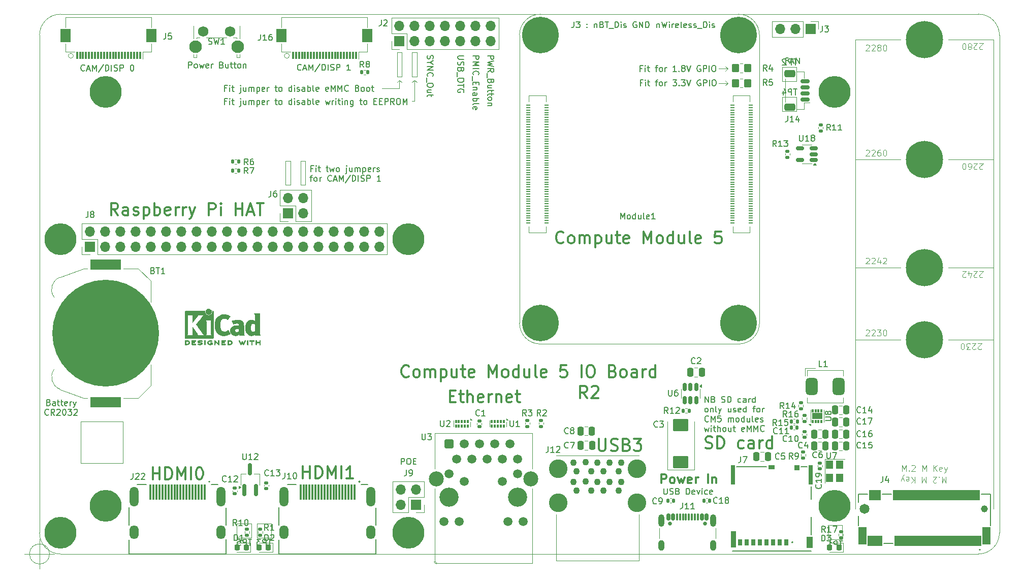
<source format=gbr>
G04 #@! TF.GenerationSoftware,KiCad,Pcbnew,9.0.3*
G04 #@! TF.CreationDate,2025-11-20T01:27:34+01:00*
G04 #@! TF.ProjectId,CM5IO,434d3549-4f2e-46b6-9963-61645f706362,rev?*
G04 #@! TF.SameCoordinates,Original*
G04 #@! TF.FileFunction,Legend,Bot*
G04 #@! TF.FilePolarity,Positive*
%FSLAX46Y46*%
G04 Gerber Fmt 4.6, Leading zero omitted, Abs format (unit mm)*
G04 Created by KiCad (PCBNEW 9.0.3) date 2025-11-20 01:27:34*
%MOMM*%
%LPD*%
G01*
G04 APERTURE LIST*
G04 Aperture macros list*
%AMRoundRect*
0 Rectangle with rounded corners*
0 $1 Rounding radius*
0 $2 $3 $4 $5 $6 $7 $8 $9 X,Y pos of 4 corners*
0 Add a 4 corners polygon primitive as box body*
4,1,4,$2,$3,$4,$5,$6,$7,$8,$9,$2,$3,0*
0 Add four circle primitives for the rounded corners*
1,1,$1+$1,$2,$3*
1,1,$1+$1,$4,$5*
1,1,$1+$1,$6,$7*
1,1,$1+$1,$8,$9*
0 Add four rect primitives between the rounded corners*
20,1,$1+$1,$2,$3,$4,$5,0*
20,1,$1+$1,$4,$5,$6,$7,0*
20,1,$1+$1,$6,$7,$8,$9,0*
20,1,$1+$1,$8,$9,$2,$3,0*%
G04 Aperture macros list end*
%ADD10C,0.150000*%
%ADD11C,0.120000*%
%ADD12R,5.080000X1.770000*%
%ADD13C,17.800000*%
%ADD14RoundRect,0.140000X0.170000X-0.140000X0.170000X0.140000X-0.170000X0.140000X-0.170000X-0.140000X0*%
%ADD15RoundRect,0.250000X0.250000X0.475000X-0.250000X0.475000X-0.250000X-0.475000X0.250000X-0.475000X0*%
%ADD16R,0.300000X1.300000*%
%ADD17R,1.800000X2.200000*%
%ADD18RoundRect,0.135000X0.185000X-0.135000X0.185000X0.135000X-0.185000X0.135000X-0.185000X-0.135000X0*%
%ADD19RoundRect,0.075000X0.075000X0.200000X-0.075000X0.200000X-0.075000X-0.200000X0.075000X-0.200000X0*%
%ADD20RoundRect,0.162500X0.162500X-0.837500X0.162500X0.837500X-0.162500X0.837500X-0.162500X-0.837500X0*%
%ADD21R,1.700000X1.700000*%
%ADD22O,1.700000X1.700000*%
%ADD23RoundRect,0.218750X0.218750X0.256250X-0.218750X0.256250X-0.218750X-0.256250X0.218750X-0.256250X0*%
%ADD24C,0.650000*%
%ADD25RoundRect,0.150000X-0.150000X-0.425000X0.150000X-0.425000X0.150000X0.425000X-0.150000X0.425000X0*%
%ADD26RoundRect,0.075000X-0.075000X-0.500000X0.075000X-0.500000X0.075000X0.500000X-0.075000X0.500000X0*%
%ADD27O,1.000000X2.100000*%
%ADD28O,1.000000X1.800000*%
%ADD29RoundRect,0.150000X0.512500X0.150000X-0.512500X0.150000X-0.512500X-0.150000X0.512500X-0.150000X0*%
%ADD30C,3.200000*%
%ADD31RoundRect,0.250500X-0.499500X-0.499500X0.499500X-0.499500X0.499500X0.499500X-0.499500X0.499500X0*%
%ADD32C,1.500000*%
%ADD33C,2.500000*%
%ADD34R,0.300000X2.600000*%
%ADD35O,1.500000X3.300000*%
%ADD36O,1.500000X2.300000*%
%ADD37C,5.300000*%
%ADD38RoundRect,0.135000X-0.135000X-0.185000X0.135000X-0.185000X0.135000X0.185000X-0.135000X0.185000X0*%
%ADD39RoundRect,0.250000X-0.350000X-0.450000X0.350000X-0.450000X0.350000X0.450000X-0.350000X0.450000X0*%
%ADD40R,0.300000X0.500000*%
%ADD41R,1.750000X1.050000*%
%ADD42R,0.700000X1.100000*%
%ADD43R,0.900000X0.930000*%
%ADD44R,1.050000X0.780000*%
%ADD45R,0.700000X3.330000*%
%ADD46R,1.140000X1.830000*%
%ADD47R,0.860000X2.800000*%
%ADD48C,1.150000*%
%ADD49C,1.650000*%
%ADD50RoundRect,0.102000X0.150000X0.775000X-0.150000X0.775000X-0.150000X-0.775000X0.150000X-0.775000X0*%
%ADD51C,6.200000*%
%ADD52RoundRect,0.102000X0.600000X1.375000X-0.600000X1.375000X-0.600000X-1.375000X0.600000X-1.375000X0*%
%ADD53RoundRect,0.135000X-0.185000X0.135000X-0.185000X-0.135000X0.185000X-0.135000X0.185000X0.135000X0*%
%ADD54RoundRect,0.250000X-0.250000X-0.475000X0.250000X-0.475000X0.250000X0.475000X-0.250000X0.475000X0*%
%ADD55RoundRect,0.140000X-0.170000X0.140000X-0.170000X-0.140000X0.170000X-0.140000X0.170000X0.140000X0*%
%ADD56RoundRect,0.140000X-0.140000X-0.170000X0.140000X-0.170000X0.140000X0.170000X-0.140000X0.170000X0*%
%ADD57C,3.100000*%
%ADD58C,1.100000*%
%ADD59RoundRect,0.150000X0.625000X-0.150000X0.625000X0.150000X-0.625000X0.150000X-0.625000X-0.150000X0*%
%ADD60RoundRect,0.250000X0.650000X-0.350000X0.650000X0.350000X-0.650000X0.350000X-0.650000X-0.350000X0*%
%ADD61RoundRect,0.250000X1.025000X-0.787500X1.025000X0.787500X-1.025000X0.787500X-1.025000X-0.787500X0*%
%ADD62R,1.200000X1.400000*%
%ADD63RoundRect,0.150000X-0.150000X0.512500X-0.150000X-0.512500X0.150000X-0.512500X0.150000X0.512500X0*%
%ADD64RoundRect,0.500000X-0.500000X-0.900000X0.500000X-0.900000X0.500000X0.900000X-0.500000X0.900000X0*%
%ADD65C,2.100000*%
%ADD66C,1.750000*%
%ADD67RoundRect,0.135000X0.135000X0.185000X-0.135000X0.185000X-0.135000X-0.185000X0.135000X-0.185000X0*%
%ADD68RoundRect,0.140000X0.140000X0.170000X-0.140000X0.170000X-0.140000X-0.170000X0.140000X-0.170000X0*%
%ADD69C,6.100000*%
%ADD70R,0.700000X0.200000*%
%ADD71C,0.300000*%
%ADD72C,0.100000*%
%ADD73C,0.127000*%
%ADD74C,0.200000*%
%ADD75C,0.010000*%
G04 #@! TA.AperFunction,Profile*
%ADD76C,0.050000*%
G04 #@! TD*
G04 APERTURE END LIST*
D10*
X212861904Y-157852819D02*
X212290476Y-157852819D01*
X212576190Y-158852819D02*
X212576190Y-157852819D01*
X211957142Y-158852819D02*
X211957142Y-157852819D01*
X211957142Y-157852819D02*
X211576190Y-157852819D01*
X211576190Y-157852819D02*
X211480952Y-157900438D01*
X211480952Y-157900438D02*
X211433333Y-157948057D01*
X211433333Y-157948057D02*
X211385714Y-158043295D01*
X211385714Y-158043295D02*
X211385714Y-158186152D01*
X211385714Y-158186152D02*
X211433333Y-158281390D01*
X211433333Y-158281390D02*
X211480952Y-158329009D01*
X211480952Y-158329009D02*
X211576190Y-158376628D01*
X211576190Y-158376628D02*
X211957142Y-158376628D01*
X210433333Y-158852819D02*
X211004761Y-158852819D01*
X210719047Y-158852819D02*
X210719047Y-157852819D01*
X210719047Y-157852819D02*
X210814285Y-157995676D01*
X210814285Y-157995676D02*
X210909523Y-158090914D01*
X210909523Y-158090914D02*
X211004761Y-158138533D01*
X205261904Y-82456819D02*
X204690476Y-82456819D01*
X204976190Y-83456819D02*
X204976190Y-82456819D01*
X204357142Y-83456819D02*
X204357142Y-82456819D01*
X204357142Y-82456819D02*
X203976190Y-82456819D01*
X203976190Y-82456819D02*
X203880952Y-82504438D01*
X203880952Y-82504438D02*
X203833333Y-82552057D01*
X203833333Y-82552057D02*
X203785714Y-82647295D01*
X203785714Y-82647295D02*
X203785714Y-82790152D01*
X203785714Y-82790152D02*
X203833333Y-82885390D01*
X203833333Y-82885390D02*
X203880952Y-82933009D01*
X203880952Y-82933009D02*
X203976190Y-82980628D01*
X203976190Y-82980628D02*
X204357142Y-82980628D01*
X202928571Y-82790152D02*
X202928571Y-83456819D01*
X203166666Y-82409200D02*
X203404761Y-83123485D01*
X203404761Y-83123485D02*
X202785714Y-83123485D01*
X205261904Y-77456819D02*
X204690476Y-77456819D01*
X204976190Y-78456819D02*
X204976190Y-77456819D01*
X204357142Y-78456819D02*
X204357142Y-77456819D01*
X204357142Y-77456819D02*
X203976190Y-77456819D01*
X203976190Y-77456819D02*
X203880952Y-77504438D01*
X203880952Y-77504438D02*
X203833333Y-77552057D01*
X203833333Y-77552057D02*
X203785714Y-77647295D01*
X203785714Y-77647295D02*
X203785714Y-77790152D01*
X203785714Y-77790152D02*
X203833333Y-77885390D01*
X203833333Y-77885390D02*
X203880952Y-77933009D01*
X203880952Y-77933009D02*
X203976190Y-77980628D01*
X203976190Y-77980628D02*
X204357142Y-77980628D01*
X203404761Y-77552057D02*
X203357142Y-77504438D01*
X203357142Y-77504438D02*
X203261904Y-77456819D01*
X203261904Y-77456819D02*
X203023809Y-77456819D01*
X203023809Y-77456819D02*
X202928571Y-77504438D01*
X202928571Y-77504438D02*
X202880952Y-77552057D01*
X202880952Y-77552057D02*
X202833333Y-77647295D01*
X202833333Y-77647295D02*
X202833333Y-77742533D01*
X202833333Y-77742533D02*
X202880952Y-77885390D01*
X202880952Y-77885390D02*
X203452380Y-78456819D01*
X203452380Y-78456819D02*
X202833333Y-78456819D01*
X117673510Y-157552819D02*
X117102082Y-157552819D01*
X117387796Y-158552819D02*
X117387796Y-157552819D01*
X116768748Y-158552819D02*
X116768748Y-157552819D01*
X116768748Y-157552819D02*
X116387796Y-157552819D01*
X116387796Y-157552819D02*
X116292558Y-157600438D01*
X116292558Y-157600438D02*
X116244939Y-157648057D01*
X116244939Y-157648057D02*
X116197320Y-157743295D01*
X116197320Y-157743295D02*
X116197320Y-157886152D01*
X116197320Y-157886152D02*
X116244939Y-157981390D01*
X116244939Y-157981390D02*
X116292558Y-158029009D01*
X116292558Y-158029009D02*
X116387796Y-158076628D01*
X116387796Y-158076628D02*
X116768748Y-158076628D01*
X115863986Y-157552819D02*
X115244939Y-157552819D01*
X115244939Y-157552819D02*
X115578272Y-157933771D01*
X115578272Y-157933771D02*
X115435415Y-157933771D01*
X115435415Y-157933771D02*
X115340177Y-157981390D01*
X115340177Y-157981390D02*
X115292558Y-158029009D01*
X115292558Y-158029009D02*
X115244939Y-158124247D01*
X115244939Y-158124247D02*
X115244939Y-158362342D01*
X115244939Y-158362342D02*
X115292558Y-158457580D01*
X115292558Y-158457580D02*
X115340177Y-158505200D01*
X115340177Y-158505200D02*
X115435415Y-158552819D01*
X115435415Y-158552819D02*
X115721129Y-158552819D01*
X115721129Y-158552819D02*
X115816367Y-158505200D01*
X115816367Y-158505200D02*
X115863986Y-158457580D01*
X114361904Y-157552819D02*
X113790476Y-157552819D01*
X114076190Y-158552819D02*
X114076190Y-157552819D01*
X113457142Y-158552819D02*
X113457142Y-157552819D01*
X113457142Y-157552819D02*
X113076190Y-157552819D01*
X113076190Y-157552819D02*
X112980952Y-157600438D01*
X112980952Y-157600438D02*
X112933333Y-157648057D01*
X112933333Y-157648057D02*
X112885714Y-157743295D01*
X112885714Y-157743295D02*
X112885714Y-157886152D01*
X112885714Y-157886152D02*
X112933333Y-157981390D01*
X112933333Y-157981390D02*
X112980952Y-158029009D01*
X112980952Y-158029009D02*
X113076190Y-158076628D01*
X113076190Y-158076628D02*
X113457142Y-158076628D01*
X111980952Y-157552819D02*
X112457142Y-157552819D01*
X112457142Y-157552819D02*
X112504761Y-158029009D01*
X112504761Y-158029009D02*
X112457142Y-157981390D01*
X112457142Y-157981390D02*
X112361904Y-157933771D01*
X112361904Y-157933771D02*
X112123809Y-157933771D01*
X112123809Y-157933771D02*
X112028571Y-157981390D01*
X112028571Y-157981390D02*
X111980952Y-158029009D01*
X111980952Y-158029009D02*
X111933333Y-158124247D01*
X111933333Y-158124247D02*
X111933333Y-158362342D01*
X111933333Y-158362342D02*
X111980952Y-158457580D01*
X111980952Y-158457580D02*
X112028571Y-158505200D01*
X112028571Y-158505200D02*
X112123809Y-158552819D01*
X112123809Y-158552819D02*
X112361904Y-158552819D01*
X112361904Y-158552819D02*
X112457142Y-158505200D01*
X112457142Y-158505200D02*
X112504761Y-158457580D01*
D11*
X210400000Y-155200000D02*
X212800000Y-155200000D01*
X210400000Y-157600000D02*
X210400000Y-155200000D01*
X212800000Y-155200000D02*
X212800000Y-157600000D01*
X212800000Y-157600000D02*
X210400000Y-157600000D01*
X202800000Y-83800000D02*
X205200000Y-83800000D01*
X202800000Y-86200000D02*
X202800000Y-83800000D01*
X205200000Y-83800000D02*
X205200000Y-86200000D01*
X205200000Y-86200000D02*
X202800000Y-86200000D01*
X202800000Y-78800000D02*
X205200000Y-78800000D01*
X202800000Y-81200000D02*
X202800000Y-78800000D01*
X205200000Y-78800000D02*
X205200000Y-81200000D01*
X205200000Y-81200000D02*
X202800000Y-81200000D01*
X115211606Y-154900000D02*
X117611606Y-154900000D01*
X115211606Y-157300000D02*
X115211606Y-154900000D01*
X117611606Y-154900000D02*
X117611606Y-157300000D01*
X117611606Y-157300000D02*
X115211606Y-157300000D01*
X111900000Y-154900000D02*
X114300000Y-154900000D01*
X111900000Y-157300000D02*
X111900000Y-154900000D01*
X114300000Y-154900000D02*
X114300000Y-157300000D01*
X114300000Y-157300000D02*
X111900000Y-157300000D01*
D12*
X90000000Y-111715000D03*
X90000000Y-134685000D03*
D13*
X90000000Y-123200000D03*
D14*
X152300000Y-138780000D03*
X152300000Y-137820000D03*
D15*
X200400000Y-143750000D03*
X198500000Y-143750000D03*
D14*
X111550000Y-149980000D03*
X111550000Y-149020000D03*
X116800000Y-149080000D03*
X116800000Y-148120000D03*
D16*
X85250000Y-76850000D03*
X85750000Y-76850000D03*
X86250000Y-76850000D03*
X86750000Y-76850000D03*
X87250000Y-76850000D03*
X87750000Y-76850000D03*
X88250000Y-76850000D03*
X88750000Y-76850000D03*
X89250000Y-76850000D03*
X89750000Y-76850000D03*
X90250000Y-76850000D03*
X90750000Y-76850000D03*
X91250000Y-76850000D03*
X91750000Y-76850000D03*
X92250000Y-76850000D03*
X92750000Y-76850000D03*
X93250000Y-76850000D03*
X93750000Y-76850000D03*
X94250000Y-76850000D03*
X94750000Y-76850000D03*
X95250000Y-76850000D03*
X95750000Y-76850000D03*
D17*
X97650000Y-73600000D03*
X83350000Y-73600000D03*
D16*
X121250000Y-76850000D03*
X121750000Y-76850000D03*
X122250000Y-76850000D03*
X122750000Y-76850000D03*
X123250000Y-76850000D03*
X123750000Y-76850000D03*
X124250000Y-76850000D03*
X124750000Y-76850000D03*
X125250000Y-76850000D03*
X125750000Y-76850000D03*
X126250000Y-76850000D03*
X126750000Y-76850000D03*
X127250000Y-76850000D03*
X127750000Y-76850000D03*
X128250000Y-76850000D03*
X128750000Y-76850000D03*
X129250000Y-76850000D03*
X129750000Y-76850000D03*
X130250000Y-76850000D03*
X130750000Y-76850000D03*
X131250000Y-76850000D03*
X131750000Y-76850000D03*
D17*
X133650000Y-73600000D03*
X119350000Y-73600000D03*
D18*
X113600000Y-156910000D03*
X113600000Y-155890000D03*
D19*
X156400000Y-137900000D03*
X155900000Y-137900000D03*
X155400000Y-137900000D03*
X154900000Y-137900000D03*
X154400000Y-137900000D03*
X154400000Y-138670000D03*
X154900000Y-138670000D03*
X155400000Y-138670000D03*
X155900000Y-138670000D03*
X156400000Y-138670000D03*
D20*
X113150000Y-149310000D03*
X115050000Y-149310000D03*
X114100000Y-145890000D03*
D21*
X87370000Y-108770000D03*
D22*
X87370000Y-106230000D03*
X89910000Y-108770000D03*
X89910000Y-106230000D03*
X92450000Y-108770000D03*
X92450000Y-106230000D03*
X94990000Y-108770000D03*
X94990000Y-106230000D03*
X97530000Y-108770000D03*
X97530000Y-106230000D03*
X100070000Y-108770000D03*
X100070000Y-106230000D03*
X102610000Y-108770000D03*
X102610000Y-106230000D03*
X105150000Y-108770000D03*
X105150000Y-106230000D03*
X107690000Y-108770000D03*
X107690000Y-106230000D03*
X110230000Y-108770000D03*
X110230000Y-106230000D03*
X112770000Y-108770000D03*
X112770000Y-106230000D03*
X115310000Y-108770000D03*
X115310000Y-106230000D03*
X117850000Y-108770000D03*
X117850000Y-106230000D03*
X120390000Y-108770000D03*
X120390000Y-106230000D03*
X122930000Y-108770000D03*
X122930000Y-106230000D03*
X125470000Y-108770000D03*
X125470000Y-106230000D03*
X128010000Y-108770000D03*
X128010000Y-106230000D03*
X130550000Y-108770000D03*
X130550000Y-106230000D03*
X133090000Y-108770000D03*
X133090000Y-106230000D03*
X135630000Y-108770000D03*
X135630000Y-106230000D03*
D23*
X117137500Y-158900000D03*
X115562500Y-158900000D03*
D18*
X160300000Y-138725000D03*
X160300000Y-137705000D03*
X162600000Y-138725000D03*
X162600000Y-137705000D03*
D21*
X141770000Y-151770000D03*
D22*
X139230000Y-151770000D03*
X141770000Y-149230000D03*
X139230000Y-149230000D03*
D24*
X184110000Y-154920000D03*
X189890000Y-154920000D03*
D25*
X183800000Y-153845000D03*
X184600000Y-153845000D03*
D26*
X185750000Y-153845000D03*
X186750000Y-153845000D03*
X187250000Y-153845000D03*
X188250000Y-153845000D03*
D25*
X189400000Y-153845000D03*
X190200000Y-153845000D03*
X190200000Y-153845000D03*
X189400000Y-153845000D03*
D26*
X188750000Y-153845000D03*
X187750000Y-153845000D03*
X186250000Y-153845000D03*
X185250000Y-153845000D03*
D25*
X184600000Y-153845000D03*
X183800000Y-153845000D03*
D27*
X182680000Y-154420000D03*
D28*
X182680000Y-158600000D03*
D27*
X191320000Y-154420000D03*
D28*
X191320000Y-158600000D03*
D23*
X113487500Y-158900000D03*
X111912500Y-158900000D03*
D18*
X115800000Y-156910000D03*
X115800000Y-155890000D03*
D29*
X208037500Y-94300000D03*
X208037500Y-93350000D03*
X208037500Y-92400000D03*
X205762500Y-92400000D03*
X205762500Y-94300000D03*
D30*
X147285000Y-150500000D03*
X158715000Y-150500000D03*
D31*
X147285000Y-141610000D03*
D32*
X148555000Y-144150000D03*
X149825000Y-141610000D03*
X151095000Y-144150000D03*
X152365000Y-141610000D03*
X153635000Y-144150000D03*
X154905000Y-141610000D03*
X156175000Y-144150000D03*
X157445000Y-141610000D03*
X158715000Y-144150000D03*
X147285000Y-146670000D03*
X149825000Y-147940000D03*
X156175000Y-147940000D03*
X158715000Y-146670000D03*
X146370000Y-154560000D03*
X148910000Y-154560000D03*
X157090000Y-154560000D03*
X159630000Y-154560000D03*
D33*
X145125000Y-147450000D03*
X160875000Y-147450000D03*
D34*
X131500000Y-149720000D03*
X131000000Y-149720000D03*
X130500000Y-149720000D03*
X130000000Y-149720000D03*
X129500000Y-149720000D03*
X129000000Y-149720000D03*
X128500000Y-149720000D03*
X128000000Y-149720000D03*
X127500000Y-149720000D03*
X127000000Y-149720000D03*
X126500000Y-149720000D03*
X126000000Y-149720000D03*
X125500000Y-149720000D03*
X125000000Y-149720000D03*
X124500000Y-149720000D03*
X124000000Y-149720000D03*
X123500000Y-149720000D03*
X123000000Y-149720000D03*
X122500000Y-149720000D03*
D35*
X134250000Y-150450000D03*
X119750000Y-150450000D03*
D36*
X119750000Y-156410000D03*
X134250000Y-156410000D03*
D34*
X106500000Y-149720000D03*
X106000000Y-149720000D03*
X105500000Y-149720000D03*
X105000000Y-149720000D03*
X104500000Y-149720000D03*
X104000000Y-149720000D03*
X103500000Y-149720000D03*
X103000000Y-149720000D03*
X102500000Y-149720000D03*
X102000000Y-149720000D03*
X101500000Y-149720000D03*
X101000000Y-149720000D03*
X100500000Y-149720000D03*
X100000000Y-149720000D03*
X99500000Y-149720000D03*
X99000000Y-149720000D03*
X98500000Y-149720000D03*
X98000000Y-149720000D03*
X97500000Y-149720000D03*
D35*
X109250000Y-150450000D03*
X94750000Y-150450000D03*
D36*
X94750000Y-156410000D03*
X109250000Y-156410000D03*
D37*
X90000000Y-152000000D03*
X82500000Y-156500000D03*
X82500000Y-107500000D03*
X140500000Y-156500000D03*
X140500000Y-107500000D03*
X211500000Y-83000000D03*
X90000000Y-83000000D03*
X211500000Y-152000000D03*
D21*
X120400000Y-103200000D03*
D22*
X120400000Y-100660000D03*
X122940000Y-103200000D03*
X122940000Y-100660000D03*
D38*
X111175000Y-94600000D03*
X112195000Y-94600000D03*
X111175000Y-96100000D03*
X112195000Y-96100000D03*
D19*
X150400000Y-137900000D03*
X149900000Y-137900000D03*
X149400000Y-137900000D03*
X148900000Y-137900000D03*
X148400000Y-137900000D03*
X148400000Y-138670000D03*
X148900000Y-138670000D03*
X149400000Y-138670000D03*
X149900000Y-138670000D03*
X150400000Y-138670000D03*
D21*
X139000000Y-74500000D03*
D22*
X139000000Y-71960000D03*
X141540000Y-74500000D03*
X141540000Y-71960000D03*
X144080000Y-74500000D03*
X144080000Y-71960000D03*
X146620000Y-74500000D03*
X146620000Y-71960000D03*
X149160000Y-74500000D03*
X149160000Y-71960000D03*
X151700000Y-74500000D03*
X151700000Y-71960000D03*
X154240000Y-74500000D03*
X154240000Y-71960000D03*
D39*
X195000000Y-79000000D03*
X197000000Y-79000000D03*
X195000000Y-81500000D03*
X197000000Y-81500000D03*
D23*
X212287500Y-158900000D03*
X210712500Y-158900000D03*
D40*
X207850000Y-137900000D03*
X208350000Y-137900000D03*
X208850000Y-137900000D03*
X209350000Y-137900000D03*
X209350000Y-136100000D03*
X208850000Y-136100000D03*
X208350000Y-136100000D03*
X207850000Y-136100000D03*
D41*
X208600000Y-137000000D03*
D21*
X207500000Y-72500000D03*
D22*
X204960000Y-72500000D03*
X202420000Y-72500000D03*
D42*
X203460000Y-158075000D03*
X202360000Y-158075000D03*
X201260000Y-158075000D03*
X200160000Y-158075000D03*
X199060000Y-158075000D03*
X197960000Y-158075000D03*
X196860000Y-158075000D03*
X195760000Y-158075000D03*
D43*
X205250000Y-145610000D03*
D44*
X200985000Y-145535000D03*
D45*
X207560000Y-146810000D03*
D46*
X207340000Y-158060000D03*
D47*
X194680000Y-157575000D03*
D45*
X194600000Y-146810000D03*
D48*
X236500000Y-152500000D03*
D49*
X216500000Y-152500000D03*
D50*
X235750000Y-157775000D03*
X235500000Y-150225000D03*
X235250000Y-157775000D03*
X235000000Y-150225000D03*
X234750000Y-157775000D03*
X234500000Y-150225000D03*
X234250000Y-157775000D03*
X234000000Y-150225000D03*
X233750000Y-157775000D03*
X233500000Y-150225000D03*
X233250000Y-157775000D03*
X233000000Y-150225000D03*
X232750000Y-157775000D03*
X232500000Y-150225000D03*
X232250000Y-157775000D03*
X232000000Y-150225000D03*
X231750000Y-157775000D03*
X231500000Y-150225000D03*
X231250000Y-157775000D03*
X231000000Y-150225000D03*
X230750000Y-157775000D03*
X230500000Y-150225000D03*
X230250000Y-157775000D03*
X230000000Y-150225000D03*
X229750000Y-157775000D03*
X229500000Y-150225000D03*
X229250000Y-157775000D03*
X229000000Y-150225000D03*
X228750000Y-157775000D03*
X228500000Y-150225000D03*
X228250000Y-157775000D03*
X228000000Y-150225000D03*
X227750000Y-157775000D03*
X227500000Y-150225000D03*
X227250000Y-157775000D03*
X227000000Y-150225000D03*
X226750000Y-157775000D03*
X226500000Y-150225000D03*
X226250000Y-157775000D03*
X226000000Y-150225000D03*
X225750000Y-157775000D03*
X225500000Y-150225000D03*
X225250000Y-157775000D03*
X225000000Y-150225000D03*
X224750000Y-157775000D03*
X224500000Y-150225000D03*
X224250000Y-157775000D03*
X224000000Y-150225000D03*
X223750000Y-157775000D03*
X223500000Y-150225000D03*
X223250000Y-157775000D03*
X223000000Y-150225000D03*
X222750000Y-157775000D03*
X222500000Y-150225000D03*
X222250000Y-157775000D03*
X222000000Y-150225000D03*
X221750000Y-157775000D03*
X221500000Y-150225000D03*
X219250000Y-157775000D03*
X219000000Y-150225000D03*
X218750000Y-157775000D03*
X218500000Y-150225000D03*
X218250000Y-157775000D03*
X218000000Y-150225000D03*
X217750000Y-157775000D03*
X217500000Y-150225000D03*
X217250000Y-157775000D03*
D51*
X226500000Y-124250000D03*
X226500000Y-112250000D03*
X226500000Y-94250000D03*
X226500000Y-74250000D03*
D52*
X236850000Y-157000000D03*
X216150000Y-157000000D03*
D38*
X132705000Y-79700000D03*
X133725000Y-79700000D03*
D53*
X206300000Y-142990000D03*
X206300000Y-144010000D03*
D54*
X208100000Y-142000000D03*
X210000000Y-142000000D03*
D15*
X213500000Y-140000000D03*
X211600000Y-140000000D03*
D55*
X206500000Y-139605000D03*
X206500000Y-140565000D03*
D56*
X204320000Y-138900000D03*
X205280000Y-138900000D03*
D54*
X169187500Y-139500000D03*
X171087500Y-139500000D03*
D57*
X165430000Y-145770000D03*
X165430000Y-151450000D03*
X178570000Y-145770000D03*
X178570000Y-151450000D03*
D58*
X168500000Y-149450000D03*
X171000000Y-149450000D03*
X173000000Y-149450000D03*
X175500000Y-149450000D03*
X176000000Y-147950000D03*
X174000000Y-147950000D03*
X172000000Y-147950000D03*
X170000000Y-147900000D03*
X168000000Y-147950000D03*
X168500000Y-146250000D03*
X171000000Y-146250000D03*
X173000000Y-146250000D03*
X175500000Y-146250000D03*
X176000000Y-144750000D03*
X174000000Y-144750000D03*
X172000000Y-144750000D03*
X170000000Y-144700000D03*
X168000000Y-144750000D03*
D59*
X206625000Y-84200000D03*
X206625000Y-83200000D03*
X206625000Y-82200000D03*
X206625000Y-81200000D03*
D60*
X204100000Y-85500000D03*
X204100000Y-79900000D03*
D15*
X189387500Y-129700000D03*
X187487500Y-129700000D03*
D61*
X185900000Y-144700000D03*
X185900000Y-138475000D03*
D15*
X213487500Y-138000000D03*
X211587500Y-138000000D03*
D62*
X210700000Y-145100000D03*
X210700000Y-147300000D03*
X212400000Y-147300000D03*
X212400000Y-145100000D03*
D18*
X212600000Y-157310000D03*
X212600000Y-156290000D03*
D63*
X188450000Y-132125000D03*
X187500000Y-132125000D03*
X186550000Y-132125000D03*
X186550000Y-134400000D03*
X187500000Y-134400000D03*
X188450000Y-134400000D03*
D64*
X207700000Y-132100000D03*
X212200000Y-132100000D03*
D56*
X189740000Y-151100000D03*
X190700000Y-151100000D03*
D65*
X105000000Y-75390000D03*
X112010000Y-75390000D03*
D66*
X106250000Y-72900000D03*
X110750000Y-72900000D03*
D18*
X209200000Y-89460000D03*
X209200000Y-88440000D03*
X203650000Y-93860000D03*
X203650000Y-92840000D03*
X206500000Y-137925000D03*
X206500000Y-136905000D03*
D54*
X169200000Y-141900000D03*
X171100000Y-141900000D03*
D38*
X204290000Y-137900000D03*
X205310000Y-137900000D03*
D67*
X187310000Y-136100000D03*
X186290000Y-136100000D03*
D15*
X213500000Y-142000000D03*
X211600000Y-142000000D03*
X213500000Y-136000000D03*
X211600000Y-136000000D03*
D68*
X184700000Y-151100000D03*
X183740000Y-151100000D03*
D53*
X205900000Y-134805000D03*
X205900000Y-135825000D03*
D69*
X195500000Y-121500000D03*
X195500000Y-73500000D03*
X162500000Y-121500000D03*
X162500000Y-73500000D03*
D70*
X197540000Y-104800000D03*
X194460000Y-104800000D03*
X197540000Y-104400000D03*
X194460000Y-104400000D03*
X197540000Y-104000000D03*
X194460000Y-104000000D03*
X197540000Y-103600000D03*
X194460000Y-103600000D03*
X197540000Y-103200000D03*
X194460000Y-103200000D03*
X197540000Y-102800000D03*
X194460000Y-102800000D03*
X197540000Y-102400000D03*
X194460000Y-102400000D03*
X197540000Y-102000000D03*
X194460000Y-102000000D03*
X197540000Y-101600000D03*
X194460000Y-101600000D03*
X197540000Y-101200000D03*
X194460000Y-101200000D03*
X197540000Y-100800000D03*
X194460000Y-100800000D03*
X197540000Y-100400000D03*
X194460000Y-100400000D03*
X197540000Y-100000000D03*
X194460000Y-100000000D03*
X197540000Y-99600000D03*
X194460000Y-99600000D03*
X197540000Y-99200000D03*
X194460000Y-99200000D03*
X197540000Y-98800000D03*
X194460000Y-98800000D03*
X197540000Y-98400000D03*
X194460000Y-98400000D03*
X197540000Y-98000000D03*
X194460000Y-98000000D03*
X197540000Y-97600000D03*
X194460000Y-97600000D03*
X197540000Y-97200000D03*
X194460000Y-97200000D03*
X197540000Y-96800000D03*
X194460000Y-96800000D03*
X197540000Y-96400000D03*
X194460000Y-96400000D03*
X197540000Y-96000000D03*
X194460000Y-96000000D03*
X197540000Y-95600000D03*
X194460000Y-95600000D03*
X197540000Y-95200000D03*
X194460000Y-95200000D03*
X197540000Y-94800000D03*
X194460000Y-94800000D03*
X197540000Y-94400000D03*
X194460000Y-94400000D03*
X197540000Y-94000000D03*
X194460000Y-94000000D03*
X197540000Y-93600000D03*
X194460000Y-93600000D03*
X197540000Y-93200000D03*
X194460000Y-93200000D03*
X197540000Y-92800000D03*
X194460000Y-92800000D03*
X197540000Y-92400000D03*
X194460000Y-92400000D03*
X197540000Y-92000000D03*
X194460000Y-92000000D03*
X197540000Y-91600000D03*
X194460000Y-91600000D03*
X197540000Y-91200000D03*
X194460000Y-91200000D03*
X197540000Y-90800000D03*
X194460000Y-90800000D03*
X197540000Y-90400000D03*
X194460000Y-90400000D03*
X197540000Y-90000000D03*
X194460000Y-90000000D03*
X197540000Y-89600000D03*
X194460000Y-89600000D03*
X197540000Y-89200000D03*
X194460000Y-89200000D03*
X197540000Y-88800000D03*
X194460000Y-88800000D03*
X197540000Y-88400000D03*
X194460000Y-88400000D03*
X197540000Y-88000000D03*
X194460000Y-88000000D03*
X197540000Y-87600000D03*
X194460000Y-87600000D03*
X197540000Y-87200000D03*
X194460000Y-87200000D03*
X197540000Y-86800000D03*
X194460000Y-86800000D03*
X197540000Y-86400000D03*
X194460000Y-86400000D03*
X197540000Y-86000000D03*
X194460000Y-86000000D03*
X197540000Y-85600000D03*
X194460000Y-85600000D03*
X197540000Y-85200000D03*
X194460000Y-85200000D03*
X163540000Y-104800000D03*
X160460000Y-104800000D03*
X163540000Y-104400000D03*
X160460000Y-104400000D03*
X163540000Y-104000000D03*
X160460000Y-104000000D03*
X163540000Y-103600000D03*
X160460000Y-103600000D03*
X163540000Y-103200000D03*
X160460000Y-103200000D03*
X163540000Y-102800000D03*
X160460000Y-102800000D03*
X163540000Y-102400000D03*
X160460000Y-102400000D03*
X163540000Y-102000000D03*
X160460000Y-102000000D03*
X163540000Y-101600000D03*
X160460000Y-101600000D03*
X163540000Y-101200000D03*
X160460000Y-101200000D03*
X163540000Y-100800000D03*
X160460000Y-100800000D03*
X163540000Y-100400000D03*
X160460000Y-100400000D03*
X163540000Y-100000000D03*
X160460000Y-100000000D03*
X163540000Y-99600000D03*
X160460000Y-99600000D03*
X163540000Y-99200000D03*
X160460000Y-99200000D03*
X163540000Y-98800000D03*
X160460000Y-98800000D03*
X163540000Y-98400000D03*
X160460000Y-98400000D03*
X163540000Y-98000000D03*
X160460000Y-98000000D03*
X163540000Y-97600000D03*
X160460000Y-97600000D03*
X163540000Y-97200000D03*
X160460000Y-97200000D03*
X163540000Y-96800000D03*
X160460000Y-96800000D03*
X163540000Y-96400000D03*
X160460000Y-96400000D03*
X163540000Y-96000000D03*
X160460000Y-96000000D03*
X163540000Y-95600000D03*
X160460000Y-95600000D03*
X163540000Y-95200000D03*
X160460000Y-95200000D03*
X163540000Y-94800000D03*
X160460000Y-94800000D03*
X163540000Y-94400000D03*
X160460000Y-94400000D03*
X163540000Y-94000000D03*
X160460000Y-94000000D03*
X163540000Y-93600000D03*
X160460000Y-93600000D03*
X163540000Y-93200000D03*
X160460000Y-93200000D03*
X163540000Y-92800000D03*
X160460000Y-92800000D03*
X163540000Y-92400000D03*
X160460000Y-92400000D03*
X163540000Y-92000000D03*
X160460000Y-92000000D03*
X163540000Y-91600000D03*
X160460000Y-91600000D03*
X163540000Y-91200000D03*
X160460000Y-91200000D03*
X163540000Y-90800000D03*
X160460000Y-90800000D03*
X163540000Y-90400000D03*
X160460000Y-90400000D03*
X163540000Y-90000000D03*
X160460000Y-90000000D03*
X163540000Y-89600000D03*
X160460000Y-89600000D03*
X163540000Y-89200000D03*
X160460000Y-89200000D03*
X163540000Y-88800000D03*
X160460000Y-88800000D03*
X163540000Y-88400000D03*
X160460000Y-88400000D03*
X163540000Y-88000000D03*
X160460000Y-88000000D03*
X163540000Y-87600000D03*
X160460000Y-87600000D03*
X163540000Y-87200000D03*
X160460000Y-87200000D03*
X163540000Y-86800000D03*
X160460000Y-86800000D03*
X163540000Y-86400000D03*
X160460000Y-86400000D03*
X163540000Y-86000000D03*
X160460000Y-86000000D03*
X163540000Y-85600000D03*
X160460000Y-85600000D03*
X163540000Y-85200000D03*
X160460000Y-85200000D03*
D54*
X208100000Y-140000000D03*
X210000000Y-140000000D03*
D55*
X209100000Y-144840000D03*
X209100000Y-145800000D03*
D11*
X136100000Y-82400000D02*
X138500000Y-82400000D01*
X141500000Y-81000000D02*
X141100000Y-81400000D01*
X92900000Y-144900000D02*
X85900000Y-144900000D01*
X192200000Y-81500000D02*
X193700000Y-81500000D01*
X85900000Y-137900000D02*
X85900000Y-144900000D01*
X85900000Y-137900000D01*
X192200000Y-79100000D02*
X193700000Y-79100000D01*
X92900000Y-144900000D02*
X92900000Y-138900000D01*
X92900000Y-137900000D02*
X92900000Y-138900000D01*
X139000000Y-81000000D02*
X139400000Y-81400000D01*
X193700000Y-81500000D02*
X193300000Y-81900000D01*
X193700000Y-81500000D02*
X193300000Y-81100000D01*
X193300000Y-81100000D02*
X193700000Y-81500000D01*
X122500000Y-94500000D02*
X123300000Y-94500000D01*
X123300000Y-98500000D01*
X122500000Y-98500000D01*
X122500000Y-94500000D01*
X139000000Y-82400000D02*
X139000000Y-81000000D01*
X141100000Y-84500000D02*
X141500000Y-84500000D01*
X193700000Y-79100000D02*
X193300000Y-78700000D01*
X138500000Y-82400000D02*
X139000000Y-82400000D01*
X193700000Y-79100000D02*
X193300000Y-79500000D01*
X139000000Y-81000000D02*
X138600000Y-81400000D01*
X85900000Y-137900000D02*
X92900000Y-137900000D01*
X141500000Y-81000000D02*
X141900000Y-81400000D01*
X120000000Y-94500000D02*
X120800000Y-94500000D01*
X120800000Y-98500000D01*
X120000000Y-98500000D01*
X120000000Y-94500000D01*
X138600000Y-76400000D02*
X139400000Y-76400000D01*
X139400000Y-80400000D01*
X138600000Y-80400000D01*
X138600000Y-76400000D01*
X141500000Y-84500000D02*
X141500000Y-81000000D01*
X141100000Y-76400000D02*
X141900000Y-76400000D01*
X141900000Y-80400000D01*
X141100000Y-80400000D01*
X141100000Y-76400000D01*
D10*
X179466666Y-81431009D02*
X179133333Y-81431009D01*
X179133333Y-81954819D02*
X179133333Y-80954819D01*
X179133333Y-80954819D02*
X179609523Y-80954819D01*
X179990476Y-81954819D02*
X179990476Y-81288152D01*
X179990476Y-80954819D02*
X179942857Y-81002438D01*
X179942857Y-81002438D02*
X179990476Y-81050057D01*
X179990476Y-81050057D02*
X180038095Y-81002438D01*
X180038095Y-81002438D02*
X179990476Y-80954819D01*
X179990476Y-80954819D02*
X179990476Y-81050057D01*
X180323809Y-81288152D02*
X180704761Y-81288152D01*
X180466666Y-80954819D02*
X180466666Y-81811961D01*
X180466666Y-81811961D02*
X180514285Y-81907200D01*
X180514285Y-81907200D02*
X180609523Y-81954819D01*
X180609523Y-81954819D02*
X180704761Y-81954819D01*
X181657143Y-81288152D02*
X182038095Y-81288152D01*
X181800000Y-81954819D02*
X181800000Y-81097676D01*
X181800000Y-81097676D02*
X181847619Y-81002438D01*
X181847619Y-81002438D02*
X181942857Y-80954819D01*
X181942857Y-80954819D02*
X182038095Y-80954819D01*
X182514286Y-81954819D02*
X182419048Y-81907200D01*
X182419048Y-81907200D02*
X182371429Y-81859580D01*
X182371429Y-81859580D02*
X182323810Y-81764342D01*
X182323810Y-81764342D02*
X182323810Y-81478628D01*
X182323810Y-81478628D02*
X182371429Y-81383390D01*
X182371429Y-81383390D02*
X182419048Y-81335771D01*
X182419048Y-81335771D02*
X182514286Y-81288152D01*
X182514286Y-81288152D02*
X182657143Y-81288152D01*
X182657143Y-81288152D02*
X182752381Y-81335771D01*
X182752381Y-81335771D02*
X182800000Y-81383390D01*
X182800000Y-81383390D02*
X182847619Y-81478628D01*
X182847619Y-81478628D02*
X182847619Y-81764342D01*
X182847619Y-81764342D02*
X182800000Y-81859580D01*
X182800000Y-81859580D02*
X182752381Y-81907200D01*
X182752381Y-81907200D02*
X182657143Y-81954819D01*
X182657143Y-81954819D02*
X182514286Y-81954819D01*
X183276191Y-81954819D02*
X183276191Y-81288152D01*
X183276191Y-81478628D02*
X183323810Y-81383390D01*
X183323810Y-81383390D02*
X183371429Y-81335771D01*
X183371429Y-81335771D02*
X183466667Y-81288152D01*
X183466667Y-81288152D02*
X183561905Y-81288152D01*
X184561906Y-80954819D02*
X185180953Y-80954819D01*
X185180953Y-80954819D02*
X184847620Y-81335771D01*
X184847620Y-81335771D02*
X184990477Y-81335771D01*
X184990477Y-81335771D02*
X185085715Y-81383390D01*
X185085715Y-81383390D02*
X185133334Y-81431009D01*
X185133334Y-81431009D02*
X185180953Y-81526247D01*
X185180953Y-81526247D02*
X185180953Y-81764342D01*
X185180953Y-81764342D02*
X185133334Y-81859580D01*
X185133334Y-81859580D02*
X185085715Y-81907200D01*
X185085715Y-81907200D02*
X184990477Y-81954819D01*
X184990477Y-81954819D02*
X184704763Y-81954819D01*
X184704763Y-81954819D02*
X184609525Y-81907200D01*
X184609525Y-81907200D02*
X184561906Y-81859580D01*
X185609525Y-81859580D02*
X185657144Y-81907200D01*
X185657144Y-81907200D02*
X185609525Y-81954819D01*
X185609525Y-81954819D02*
X185561906Y-81907200D01*
X185561906Y-81907200D02*
X185609525Y-81859580D01*
X185609525Y-81859580D02*
X185609525Y-81954819D01*
X185990477Y-80954819D02*
X186609524Y-80954819D01*
X186609524Y-80954819D02*
X186276191Y-81335771D01*
X186276191Y-81335771D02*
X186419048Y-81335771D01*
X186419048Y-81335771D02*
X186514286Y-81383390D01*
X186514286Y-81383390D02*
X186561905Y-81431009D01*
X186561905Y-81431009D02*
X186609524Y-81526247D01*
X186609524Y-81526247D02*
X186609524Y-81764342D01*
X186609524Y-81764342D02*
X186561905Y-81859580D01*
X186561905Y-81859580D02*
X186514286Y-81907200D01*
X186514286Y-81907200D02*
X186419048Y-81954819D01*
X186419048Y-81954819D02*
X186133334Y-81954819D01*
X186133334Y-81954819D02*
X186038096Y-81907200D01*
X186038096Y-81907200D02*
X185990477Y-81859580D01*
X186895239Y-80954819D02*
X187228572Y-81954819D01*
X187228572Y-81954819D02*
X187561905Y-80954819D01*
X189180953Y-81002438D02*
X189085715Y-80954819D01*
X189085715Y-80954819D02*
X188942858Y-80954819D01*
X188942858Y-80954819D02*
X188800001Y-81002438D01*
X188800001Y-81002438D02*
X188704763Y-81097676D01*
X188704763Y-81097676D02*
X188657144Y-81192914D01*
X188657144Y-81192914D02*
X188609525Y-81383390D01*
X188609525Y-81383390D02*
X188609525Y-81526247D01*
X188609525Y-81526247D02*
X188657144Y-81716723D01*
X188657144Y-81716723D02*
X188704763Y-81811961D01*
X188704763Y-81811961D02*
X188800001Y-81907200D01*
X188800001Y-81907200D02*
X188942858Y-81954819D01*
X188942858Y-81954819D02*
X189038096Y-81954819D01*
X189038096Y-81954819D02*
X189180953Y-81907200D01*
X189180953Y-81907200D02*
X189228572Y-81859580D01*
X189228572Y-81859580D02*
X189228572Y-81526247D01*
X189228572Y-81526247D02*
X189038096Y-81526247D01*
X189657144Y-81954819D02*
X189657144Y-80954819D01*
X189657144Y-80954819D02*
X190038096Y-80954819D01*
X190038096Y-80954819D02*
X190133334Y-81002438D01*
X190133334Y-81002438D02*
X190180953Y-81050057D01*
X190180953Y-81050057D02*
X190228572Y-81145295D01*
X190228572Y-81145295D02*
X190228572Y-81288152D01*
X190228572Y-81288152D02*
X190180953Y-81383390D01*
X190180953Y-81383390D02*
X190133334Y-81431009D01*
X190133334Y-81431009D02*
X190038096Y-81478628D01*
X190038096Y-81478628D02*
X189657144Y-81478628D01*
X190657144Y-81954819D02*
X190657144Y-80954819D01*
X191323810Y-80954819D02*
X191514286Y-80954819D01*
X191514286Y-80954819D02*
X191609524Y-81002438D01*
X191609524Y-81002438D02*
X191704762Y-81097676D01*
X191704762Y-81097676D02*
X191752381Y-81288152D01*
X191752381Y-81288152D02*
X191752381Y-81621485D01*
X191752381Y-81621485D02*
X191704762Y-81811961D01*
X191704762Y-81811961D02*
X191609524Y-81907200D01*
X191609524Y-81907200D02*
X191514286Y-81954819D01*
X191514286Y-81954819D02*
X191323810Y-81954819D01*
X191323810Y-81954819D02*
X191228572Y-81907200D01*
X191228572Y-81907200D02*
X191133334Y-81811961D01*
X191133334Y-81811961D02*
X191085715Y-81621485D01*
X191085715Y-81621485D02*
X191085715Y-81288152D01*
X191085715Y-81288152D02*
X191133334Y-81097676D01*
X191133334Y-81097676D02*
X191228572Y-81002438D01*
X191228572Y-81002438D02*
X191323810Y-80954819D01*
X110170112Y-84531009D02*
X109836779Y-84531009D01*
X109836779Y-85054819D02*
X109836779Y-84054819D01*
X109836779Y-84054819D02*
X110312969Y-84054819D01*
X110693922Y-85054819D02*
X110693922Y-84388152D01*
X110693922Y-84054819D02*
X110646303Y-84102438D01*
X110646303Y-84102438D02*
X110693922Y-84150057D01*
X110693922Y-84150057D02*
X110741541Y-84102438D01*
X110741541Y-84102438D02*
X110693922Y-84054819D01*
X110693922Y-84054819D02*
X110693922Y-84150057D01*
X111027255Y-84388152D02*
X111408207Y-84388152D01*
X111170112Y-84054819D02*
X111170112Y-84911961D01*
X111170112Y-84911961D02*
X111217731Y-85007200D01*
X111217731Y-85007200D02*
X111312969Y-85054819D01*
X111312969Y-85054819D02*
X111408207Y-85054819D01*
X112503446Y-84388152D02*
X112503446Y-85245295D01*
X112503446Y-85245295D02*
X112455827Y-85340533D01*
X112455827Y-85340533D02*
X112360589Y-85388152D01*
X112360589Y-85388152D02*
X112312970Y-85388152D01*
X112503446Y-84054819D02*
X112455827Y-84102438D01*
X112455827Y-84102438D02*
X112503446Y-84150057D01*
X112503446Y-84150057D02*
X112551065Y-84102438D01*
X112551065Y-84102438D02*
X112503446Y-84054819D01*
X112503446Y-84054819D02*
X112503446Y-84150057D01*
X113408207Y-84388152D02*
X113408207Y-85054819D01*
X112979636Y-84388152D02*
X112979636Y-84911961D01*
X112979636Y-84911961D02*
X113027255Y-85007200D01*
X113027255Y-85007200D02*
X113122493Y-85054819D01*
X113122493Y-85054819D02*
X113265350Y-85054819D01*
X113265350Y-85054819D02*
X113360588Y-85007200D01*
X113360588Y-85007200D02*
X113408207Y-84959580D01*
X113884398Y-85054819D02*
X113884398Y-84388152D01*
X113884398Y-84483390D02*
X113932017Y-84435771D01*
X113932017Y-84435771D02*
X114027255Y-84388152D01*
X114027255Y-84388152D02*
X114170112Y-84388152D01*
X114170112Y-84388152D02*
X114265350Y-84435771D01*
X114265350Y-84435771D02*
X114312969Y-84531009D01*
X114312969Y-84531009D02*
X114312969Y-85054819D01*
X114312969Y-84531009D02*
X114360588Y-84435771D01*
X114360588Y-84435771D02*
X114455826Y-84388152D01*
X114455826Y-84388152D02*
X114598683Y-84388152D01*
X114598683Y-84388152D02*
X114693922Y-84435771D01*
X114693922Y-84435771D02*
X114741541Y-84531009D01*
X114741541Y-84531009D02*
X114741541Y-85054819D01*
X115217731Y-84388152D02*
X115217731Y-85388152D01*
X115217731Y-84435771D02*
X115312969Y-84388152D01*
X115312969Y-84388152D02*
X115503445Y-84388152D01*
X115503445Y-84388152D02*
X115598683Y-84435771D01*
X115598683Y-84435771D02*
X115646302Y-84483390D01*
X115646302Y-84483390D02*
X115693921Y-84578628D01*
X115693921Y-84578628D02*
X115693921Y-84864342D01*
X115693921Y-84864342D02*
X115646302Y-84959580D01*
X115646302Y-84959580D02*
X115598683Y-85007200D01*
X115598683Y-85007200D02*
X115503445Y-85054819D01*
X115503445Y-85054819D02*
X115312969Y-85054819D01*
X115312969Y-85054819D02*
X115217731Y-85007200D01*
X116503445Y-85007200D02*
X116408207Y-85054819D01*
X116408207Y-85054819D02*
X116217731Y-85054819D01*
X116217731Y-85054819D02*
X116122493Y-85007200D01*
X116122493Y-85007200D02*
X116074874Y-84911961D01*
X116074874Y-84911961D02*
X116074874Y-84531009D01*
X116074874Y-84531009D02*
X116122493Y-84435771D01*
X116122493Y-84435771D02*
X116217731Y-84388152D01*
X116217731Y-84388152D02*
X116408207Y-84388152D01*
X116408207Y-84388152D02*
X116503445Y-84435771D01*
X116503445Y-84435771D02*
X116551064Y-84531009D01*
X116551064Y-84531009D02*
X116551064Y-84626247D01*
X116551064Y-84626247D02*
X116074874Y-84721485D01*
X116979636Y-85054819D02*
X116979636Y-84388152D01*
X116979636Y-84578628D02*
X117027255Y-84483390D01*
X117027255Y-84483390D02*
X117074874Y-84435771D01*
X117074874Y-84435771D02*
X117170112Y-84388152D01*
X117170112Y-84388152D02*
X117265350Y-84388152D01*
X118217732Y-84388152D02*
X118598684Y-84388152D01*
X118360589Y-84054819D02*
X118360589Y-84911961D01*
X118360589Y-84911961D02*
X118408208Y-85007200D01*
X118408208Y-85007200D02*
X118503446Y-85054819D01*
X118503446Y-85054819D02*
X118598684Y-85054819D01*
X119074875Y-85054819D02*
X118979637Y-85007200D01*
X118979637Y-85007200D02*
X118932018Y-84959580D01*
X118932018Y-84959580D02*
X118884399Y-84864342D01*
X118884399Y-84864342D02*
X118884399Y-84578628D01*
X118884399Y-84578628D02*
X118932018Y-84483390D01*
X118932018Y-84483390D02*
X118979637Y-84435771D01*
X118979637Y-84435771D02*
X119074875Y-84388152D01*
X119074875Y-84388152D02*
X119217732Y-84388152D01*
X119217732Y-84388152D02*
X119312970Y-84435771D01*
X119312970Y-84435771D02*
X119360589Y-84483390D01*
X119360589Y-84483390D02*
X119408208Y-84578628D01*
X119408208Y-84578628D02*
X119408208Y-84864342D01*
X119408208Y-84864342D02*
X119360589Y-84959580D01*
X119360589Y-84959580D02*
X119312970Y-85007200D01*
X119312970Y-85007200D02*
X119217732Y-85054819D01*
X119217732Y-85054819D02*
X119074875Y-85054819D01*
X121027256Y-85054819D02*
X121027256Y-84054819D01*
X121027256Y-85007200D02*
X120932018Y-85054819D01*
X120932018Y-85054819D02*
X120741542Y-85054819D01*
X120741542Y-85054819D02*
X120646304Y-85007200D01*
X120646304Y-85007200D02*
X120598685Y-84959580D01*
X120598685Y-84959580D02*
X120551066Y-84864342D01*
X120551066Y-84864342D02*
X120551066Y-84578628D01*
X120551066Y-84578628D02*
X120598685Y-84483390D01*
X120598685Y-84483390D02*
X120646304Y-84435771D01*
X120646304Y-84435771D02*
X120741542Y-84388152D01*
X120741542Y-84388152D02*
X120932018Y-84388152D01*
X120932018Y-84388152D02*
X121027256Y-84435771D01*
X121503447Y-85054819D02*
X121503447Y-84388152D01*
X121503447Y-84054819D02*
X121455828Y-84102438D01*
X121455828Y-84102438D02*
X121503447Y-84150057D01*
X121503447Y-84150057D02*
X121551066Y-84102438D01*
X121551066Y-84102438D02*
X121503447Y-84054819D01*
X121503447Y-84054819D02*
X121503447Y-84150057D01*
X121932018Y-85007200D02*
X122027256Y-85054819D01*
X122027256Y-85054819D02*
X122217732Y-85054819D01*
X122217732Y-85054819D02*
X122312970Y-85007200D01*
X122312970Y-85007200D02*
X122360589Y-84911961D01*
X122360589Y-84911961D02*
X122360589Y-84864342D01*
X122360589Y-84864342D02*
X122312970Y-84769104D01*
X122312970Y-84769104D02*
X122217732Y-84721485D01*
X122217732Y-84721485D02*
X122074875Y-84721485D01*
X122074875Y-84721485D02*
X121979637Y-84673866D01*
X121979637Y-84673866D02*
X121932018Y-84578628D01*
X121932018Y-84578628D02*
X121932018Y-84531009D01*
X121932018Y-84531009D02*
X121979637Y-84435771D01*
X121979637Y-84435771D02*
X122074875Y-84388152D01*
X122074875Y-84388152D02*
X122217732Y-84388152D01*
X122217732Y-84388152D02*
X122312970Y-84435771D01*
X123217732Y-85054819D02*
X123217732Y-84531009D01*
X123217732Y-84531009D02*
X123170113Y-84435771D01*
X123170113Y-84435771D02*
X123074875Y-84388152D01*
X123074875Y-84388152D02*
X122884399Y-84388152D01*
X122884399Y-84388152D02*
X122789161Y-84435771D01*
X123217732Y-85007200D02*
X123122494Y-85054819D01*
X123122494Y-85054819D02*
X122884399Y-85054819D01*
X122884399Y-85054819D02*
X122789161Y-85007200D01*
X122789161Y-85007200D02*
X122741542Y-84911961D01*
X122741542Y-84911961D02*
X122741542Y-84816723D01*
X122741542Y-84816723D02*
X122789161Y-84721485D01*
X122789161Y-84721485D02*
X122884399Y-84673866D01*
X122884399Y-84673866D02*
X123122494Y-84673866D01*
X123122494Y-84673866D02*
X123217732Y-84626247D01*
X123693923Y-85054819D02*
X123693923Y-84054819D01*
X123693923Y-84435771D02*
X123789161Y-84388152D01*
X123789161Y-84388152D02*
X123979637Y-84388152D01*
X123979637Y-84388152D02*
X124074875Y-84435771D01*
X124074875Y-84435771D02*
X124122494Y-84483390D01*
X124122494Y-84483390D02*
X124170113Y-84578628D01*
X124170113Y-84578628D02*
X124170113Y-84864342D01*
X124170113Y-84864342D02*
X124122494Y-84959580D01*
X124122494Y-84959580D02*
X124074875Y-85007200D01*
X124074875Y-85007200D02*
X123979637Y-85054819D01*
X123979637Y-85054819D02*
X123789161Y-85054819D01*
X123789161Y-85054819D02*
X123693923Y-85007200D01*
X124741542Y-85054819D02*
X124646304Y-85007200D01*
X124646304Y-85007200D02*
X124598685Y-84911961D01*
X124598685Y-84911961D02*
X124598685Y-84054819D01*
X125503447Y-85007200D02*
X125408209Y-85054819D01*
X125408209Y-85054819D02*
X125217733Y-85054819D01*
X125217733Y-85054819D02*
X125122495Y-85007200D01*
X125122495Y-85007200D02*
X125074876Y-84911961D01*
X125074876Y-84911961D02*
X125074876Y-84531009D01*
X125074876Y-84531009D02*
X125122495Y-84435771D01*
X125122495Y-84435771D02*
X125217733Y-84388152D01*
X125217733Y-84388152D02*
X125408209Y-84388152D01*
X125408209Y-84388152D02*
X125503447Y-84435771D01*
X125503447Y-84435771D02*
X125551066Y-84531009D01*
X125551066Y-84531009D02*
X125551066Y-84626247D01*
X125551066Y-84626247D02*
X125074876Y-84721485D01*
X126646305Y-84388152D02*
X126836781Y-85054819D01*
X126836781Y-85054819D02*
X127027257Y-84578628D01*
X127027257Y-84578628D02*
X127217733Y-85054819D01*
X127217733Y-85054819D02*
X127408209Y-84388152D01*
X127789162Y-85054819D02*
X127789162Y-84388152D01*
X127789162Y-84578628D02*
X127836781Y-84483390D01*
X127836781Y-84483390D02*
X127884400Y-84435771D01*
X127884400Y-84435771D02*
X127979638Y-84388152D01*
X127979638Y-84388152D02*
X128074876Y-84388152D01*
X128408210Y-85054819D02*
X128408210Y-84388152D01*
X128408210Y-84054819D02*
X128360591Y-84102438D01*
X128360591Y-84102438D02*
X128408210Y-84150057D01*
X128408210Y-84150057D02*
X128455829Y-84102438D01*
X128455829Y-84102438D02*
X128408210Y-84054819D01*
X128408210Y-84054819D02*
X128408210Y-84150057D01*
X128741543Y-84388152D02*
X129122495Y-84388152D01*
X128884400Y-84054819D02*
X128884400Y-84911961D01*
X128884400Y-84911961D02*
X128932019Y-85007200D01*
X128932019Y-85007200D02*
X129027257Y-85054819D01*
X129027257Y-85054819D02*
X129122495Y-85054819D01*
X129455829Y-85054819D02*
X129455829Y-84388152D01*
X129455829Y-84054819D02*
X129408210Y-84102438D01*
X129408210Y-84102438D02*
X129455829Y-84150057D01*
X129455829Y-84150057D02*
X129503448Y-84102438D01*
X129503448Y-84102438D02*
X129455829Y-84054819D01*
X129455829Y-84054819D02*
X129455829Y-84150057D01*
X129932019Y-84388152D02*
X129932019Y-85054819D01*
X129932019Y-84483390D02*
X129979638Y-84435771D01*
X129979638Y-84435771D02*
X130074876Y-84388152D01*
X130074876Y-84388152D02*
X130217733Y-84388152D01*
X130217733Y-84388152D02*
X130312971Y-84435771D01*
X130312971Y-84435771D02*
X130360590Y-84531009D01*
X130360590Y-84531009D02*
X130360590Y-85054819D01*
X131265352Y-84388152D02*
X131265352Y-85197676D01*
X131265352Y-85197676D02*
X131217733Y-85292914D01*
X131217733Y-85292914D02*
X131170114Y-85340533D01*
X131170114Y-85340533D02*
X131074876Y-85388152D01*
X131074876Y-85388152D02*
X130932019Y-85388152D01*
X130932019Y-85388152D02*
X130836781Y-85340533D01*
X131265352Y-85007200D02*
X131170114Y-85054819D01*
X131170114Y-85054819D02*
X130979638Y-85054819D01*
X130979638Y-85054819D02*
X130884400Y-85007200D01*
X130884400Y-85007200D02*
X130836781Y-84959580D01*
X130836781Y-84959580D02*
X130789162Y-84864342D01*
X130789162Y-84864342D02*
X130789162Y-84578628D01*
X130789162Y-84578628D02*
X130836781Y-84483390D01*
X130836781Y-84483390D02*
X130884400Y-84435771D01*
X130884400Y-84435771D02*
X130979638Y-84388152D01*
X130979638Y-84388152D02*
X131170114Y-84388152D01*
X131170114Y-84388152D02*
X131265352Y-84435771D01*
X132360591Y-84388152D02*
X132741543Y-84388152D01*
X132503448Y-84054819D02*
X132503448Y-84911961D01*
X132503448Y-84911961D02*
X132551067Y-85007200D01*
X132551067Y-85007200D02*
X132646305Y-85054819D01*
X132646305Y-85054819D02*
X132741543Y-85054819D01*
X133217734Y-85054819D02*
X133122496Y-85007200D01*
X133122496Y-85007200D02*
X133074877Y-84959580D01*
X133074877Y-84959580D02*
X133027258Y-84864342D01*
X133027258Y-84864342D02*
X133027258Y-84578628D01*
X133027258Y-84578628D02*
X133074877Y-84483390D01*
X133074877Y-84483390D02*
X133122496Y-84435771D01*
X133122496Y-84435771D02*
X133217734Y-84388152D01*
X133217734Y-84388152D02*
X133360591Y-84388152D01*
X133360591Y-84388152D02*
X133455829Y-84435771D01*
X133455829Y-84435771D02*
X133503448Y-84483390D01*
X133503448Y-84483390D02*
X133551067Y-84578628D01*
X133551067Y-84578628D02*
X133551067Y-84864342D01*
X133551067Y-84864342D02*
X133503448Y-84959580D01*
X133503448Y-84959580D02*
X133455829Y-85007200D01*
X133455829Y-85007200D02*
X133360591Y-85054819D01*
X133360591Y-85054819D02*
X133217734Y-85054819D01*
X134741544Y-84531009D02*
X135074877Y-84531009D01*
X135217734Y-85054819D02*
X134741544Y-85054819D01*
X134741544Y-85054819D02*
X134741544Y-84054819D01*
X134741544Y-84054819D02*
X135217734Y-84054819D01*
X135646306Y-84531009D02*
X135979639Y-84531009D01*
X136122496Y-85054819D02*
X135646306Y-85054819D01*
X135646306Y-85054819D02*
X135646306Y-84054819D01*
X135646306Y-84054819D02*
X136122496Y-84054819D01*
X136551068Y-85054819D02*
X136551068Y-84054819D01*
X136551068Y-84054819D02*
X136932020Y-84054819D01*
X136932020Y-84054819D02*
X137027258Y-84102438D01*
X137027258Y-84102438D02*
X137074877Y-84150057D01*
X137074877Y-84150057D02*
X137122496Y-84245295D01*
X137122496Y-84245295D02*
X137122496Y-84388152D01*
X137122496Y-84388152D02*
X137074877Y-84483390D01*
X137074877Y-84483390D02*
X137027258Y-84531009D01*
X137027258Y-84531009D02*
X136932020Y-84578628D01*
X136932020Y-84578628D02*
X136551068Y-84578628D01*
X138122496Y-85054819D02*
X137789163Y-84578628D01*
X137551068Y-85054819D02*
X137551068Y-84054819D01*
X137551068Y-84054819D02*
X137932020Y-84054819D01*
X137932020Y-84054819D02*
X138027258Y-84102438D01*
X138027258Y-84102438D02*
X138074877Y-84150057D01*
X138074877Y-84150057D02*
X138122496Y-84245295D01*
X138122496Y-84245295D02*
X138122496Y-84388152D01*
X138122496Y-84388152D02*
X138074877Y-84483390D01*
X138074877Y-84483390D02*
X138027258Y-84531009D01*
X138027258Y-84531009D02*
X137932020Y-84578628D01*
X137932020Y-84578628D02*
X137551068Y-84578628D01*
X138741544Y-84054819D02*
X138932020Y-84054819D01*
X138932020Y-84054819D02*
X139027258Y-84102438D01*
X139027258Y-84102438D02*
X139122496Y-84197676D01*
X139122496Y-84197676D02*
X139170115Y-84388152D01*
X139170115Y-84388152D02*
X139170115Y-84721485D01*
X139170115Y-84721485D02*
X139122496Y-84911961D01*
X139122496Y-84911961D02*
X139027258Y-85007200D01*
X139027258Y-85007200D02*
X138932020Y-85054819D01*
X138932020Y-85054819D02*
X138741544Y-85054819D01*
X138741544Y-85054819D02*
X138646306Y-85007200D01*
X138646306Y-85007200D02*
X138551068Y-84911961D01*
X138551068Y-84911961D02*
X138503449Y-84721485D01*
X138503449Y-84721485D02*
X138503449Y-84388152D01*
X138503449Y-84388152D02*
X138551068Y-84197676D01*
X138551068Y-84197676D02*
X138646306Y-84102438D01*
X138646306Y-84102438D02*
X138741544Y-84054819D01*
X139598687Y-85054819D02*
X139598687Y-84054819D01*
X139598687Y-84054819D02*
X139932020Y-84769104D01*
X139932020Y-84769104D02*
X140265353Y-84054819D01*
X140265353Y-84054819D02*
X140265353Y-85054819D01*
D71*
X182654510Y-148200828D02*
X182654510Y-146700828D01*
X182654510Y-146700828D02*
X183225939Y-146700828D01*
X183225939Y-146700828D02*
X183368796Y-146772257D01*
X183368796Y-146772257D02*
X183440225Y-146843685D01*
X183440225Y-146843685D02*
X183511653Y-146986542D01*
X183511653Y-146986542D02*
X183511653Y-147200828D01*
X183511653Y-147200828D02*
X183440225Y-147343685D01*
X183440225Y-147343685D02*
X183368796Y-147415114D01*
X183368796Y-147415114D02*
X183225939Y-147486542D01*
X183225939Y-147486542D02*
X182654510Y-147486542D01*
X184368796Y-148200828D02*
X184225939Y-148129400D01*
X184225939Y-148129400D02*
X184154510Y-148057971D01*
X184154510Y-148057971D02*
X184083082Y-147915114D01*
X184083082Y-147915114D02*
X184083082Y-147486542D01*
X184083082Y-147486542D02*
X184154510Y-147343685D01*
X184154510Y-147343685D02*
X184225939Y-147272257D01*
X184225939Y-147272257D02*
X184368796Y-147200828D01*
X184368796Y-147200828D02*
X184583082Y-147200828D01*
X184583082Y-147200828D02*
X184725939Y-147272257D01*
X184725939Y-147272257D02*
X184797368Y-147343685D01*
X184797368Y-147343685D02*
X184868796Y-147486542D01*
X184868796Y-147486542D02*
X184868796Y-147915114D01*
X184868796Y-147915114D02*
X184797368Y-148057971D01*
X184797368Y-148057971D02*
X184725939Y-148129400D01*
X184725939Y-148129400D02*
X184583082Y-148200828D01*
X184583082Y-148200828D02*
X184368796Y-148200828D01*
X185368796Y-147200828D02*
X185654511Y-148200828D01*
X185654511Y-148200828D02*
X185940225Y-147486542D01*
X185940225Y-147486542D02*
X186225939Y-148200828D01*
X186225939Y-148200828D02*
X186511653Y-147200828D01*
X187654511Y-148129400D02*
X187511654Y-148200828D01*
X187511654Y-148200828D02*
X187225940Y-148200828D01*
X187225940Y-148200828D02*
X187083082Y-148129400D01*
X187083082Y-148129400D02*
X187011654Y-147986542D01*
X187011654Y-147986542D02*
X187011654Y-147415114D01*
X187011654Y-147415114D02*
X187083082Y-147272257D01*
X187083082Y-147272257D02*
X187225940Y-147200828D01*
X187225940Y-147200828D02*
X187511654Y-147200828D01*
X187511654Y-147200828D02*
X187654511Y-147272257D01*
X187654511Y-147272257D02*
X187725940Y-147415114D01*
X187725940Y-147415114D02*
X187725940Y-147557971D01*
X187725940Y-147557971D02*
X187011654Y-147700828D01*
X188368796Y-148200828D02*
X188368796Y-147200828D01*
X188368796Y-147486542D02*
X188440225Y-147343685D01*
X188440225Y-147343685D02*
X188511654Y-147272257D01*
X188511654Y-147272257D02*
X188654511Y-147200828D01*
X188654511Y-147200828D02*
X188797368Y-147200828D01*
X190440224Y-148200828D02*
X190440224Y-146700828D01*
X191154510Y-147200828D02*
X191154510Y-148200828D01*
X191154510Y-147343685D02*
X191225939Y-147272257D01*
X191225939Y-147272257D02*
X191368796Y-147200828D01*
X191368796Y-147200828D02*
X191583082Y-147200828D01*
X191583082Y-147200828D02*
X191725939Y-147272257D01*
X191725939Y-147272257D02*
X191797368Y-147415114D01*
X191797368Y-147415114D02*
X191797368Y-148200828D01*
D10*
X181914285Y-71588152D02*
X181914285Y-72254819D01*
X181914285Y-71683390D02*
X181961904Y-71635771D01*
X181961904Y-71635771D02*
X182057142Y-71588152D01*
X182057142Y-71588152D02*
X182199999Y-71588152D01*
X182199999Y-71588152D02*
X182295237Y-71635771D01*
X182295237Y-71635771D02*
X182342856Y-71731009D01*
X182342856Y-71731009D02*
X182342856Y-72254819D01*
X182723809Y-71254819D02*
X182961904Y-72254819D01*
X182961904Y-72254819D02*
X183152380Y-71540533D01*
X183152380Y-71540533D02*
X183342856Y-72254819D01*
X183342856Y-72254819D02*
X183580952Y-71254819D01*
X183961904Y-72254819D02*
X183961904Y-71588152D01*
X183961904Y-71254819D02*
X183914285Y-71302438D01*
X183914285Y-71302438D02*
X183961904Y-71350057D01*
X183961904Y-71350057D02*
X184009523Y-71302438D01*
X184009523Y-71302438D02*
X183961904Y-71254819D01*
X183961904Y-71254819D02*
X183961904Y-71350057D01*
X184438094Y-72254819D02*
X184438094Y-71588152D01*
X184438094Y-71778628D02*
X184485713Y-71683390D01*
X184485713Y-71683390D02*
X184533332Y-71635771D01*
X184533332Y-71635771D02*
X184628570Y-71588152D01*
X184628570Y-71588152D02*
X184723808Y-71588152D01*
X185438094Y-72207200D02*
X185342856Y-72254819D01*
X185342856Y-72254819D02*
X185152380Y-72254819D01*
X185152380Y-72254819D02*
X185057142Y-72207200D01*
X185057142Y-72207200D02*
X185009523Y-72111961D01*
X185009523Y-72111961D02*
X185009523Y-71731009D01*
X185009523Y-71731009D02*
X185057142Y-71635771D01*
X185057142Y-71635771D02*
X185152380Y-71588152D01*
X185152380Y-71588152D02*
X185342856Y-71588152D01*
X185342856Y-71588152D02*
X185438094Y-71635771D01*
X185438094Y-71635771D02*
X185485713Y-71731009D01*
X185485713Y-71731009D02*
X185485713Y-71826247D01*
X185485713Y-71826247D02*
X185009523Y-71921485D01*
X186057142Y-72254819D02*
X185961904Y-72207200D01*
X185961904Y-72207200D02*
X185914285Y-72111961D01*
X185914285Y-72111961D02*
X185914285Y-71254819D01*
X186819047Y-72207200D02*
X186723809Y-72254819D01*
X186723809Y-72254819D02*
X186533333Y-72254819D01*
X186533333Y-72254819D02*
X186438095Y-72207200D01*
X186438095Y-72207200D02*
X186390476Y-72111961D01*
X186390476Y-72111961D02*
X186390476Y-71731009D01*
X186390476Y-71731009D02*
X186438095Y-71635771D01*
X186438095Y-71635771D02*
X186533333Y-71588152D01*
X186533333Y-71588152D02*
X186723809Y-71588152D01*
X186723809Y-71588152D02*
X186819047Y-71635771D01*
X186819047Y-71635771D02*
X186866666Y-71731009D01*
X186866666Y-71731009D02*
X186866666Y-71826247D01*
X186866666Y-71826247D02*
X186390476Y-71921485D01*
X187247619Y-72207200D02*
X187342857Y-72254819D01*
X187342857Y-72254819D02*
X187533333Y-72254819D01*
X187533333Y-72254819D02*
X187628571Y-72207200D01*
X187628571Y-72207200D02*
X187676190Y-72111961D01*
X187676190Y-72111961D02*
X187676190Y-72064342D01*
X187676190Y-72064342D02*
X187628571Y-71969104D01*
X187628571Y-71969104D02*
X187533333Y-71921485D01*
X187533333Y-71921485D02*
X187390476Y-71921485D01*
X187390476Y-71921485D02*
X187295238Y-71873866D01*
X187295238Y-71873866D02*
X187247619Y-71778628D01*
X187247619Y-71778628D02*
X187247619Y-71731009D01*
X187247619Y-71731009D02*
X187295238Y-71635771D01*
X187295238Y-71635771D02*
X187390476Y-71588152D01*
X187390476Y-71588152D02*
X187533333Y-71588152D01*
X187533333Y-71588152D02*
X187628571Y-71635771D01*
X188057143Y-72207200D02*
X188152381Y-72254819D01*
X188152381Y-72254819D02*
X188342857Y-72254819D01*
X188342857Y-72254819D02*
X188438095Y-72207200D01*
X188438095Y-72207200D02*
X188485714Y-72111961D01*
X188485714Y-72111961D02*
X188485714Y-72064342D01*
X188485714Y-72064342D02*
X188438095Y-71969104D01*
X188438095Y-71969104D02*
X188342857Y-71921485D01*
X188342857Y-71921485D02*
X188200000Y-71921485D01*
X188200000Y-71921485D02*
X188104762Y-71873866D01*
X188104762Y-71873866D02*
X188057143Y-71778628D01*
X188057143Y-71778628D02*
X188057143Y-71731009D01*
X188057143Y-71731009D02*
X188104762Y-71635771D01*
X188104762Y-71635771D02*
X188200000Y-71588152D01*
X188200000Y-71588152D02*
X188342857Y-71588152D01*
X188342857Y-71588152D02*
X188438095Y-71635771D01*
X188676191Y-72350057D02*
X189438095Y-72350057D01*
X189676191Y-72254819D02*
X189676191Y-71254819D01*
X189676191Y-71254819D02*
X189914286Y-71254819D01*
X189914286Y-71254819D02*
X190057143Y-71302438D01*
X190057143Y-71302438D02*
X190152381Y-71397676D01*
X190152381Y-71397676D02*
X190200000Y-71492914D01*
X190200000Y-71492914D02*
X190247619Y-71683390D01*
X190247619Y-71683390D02*
X190247619Y-71826247D01*
X190247619Y-71826247D02*
X190200000Y-72016723D01*
X190200000Y-72016723D02*
X190152381Y-72111961D01*
X190152381Y-72111961D02*
X190057143Y-72207200D01*
X190057143Y-72207200D02*
X189914286Y-72254819D01*
X189914286Y-72254819D02*
X189676191Y-72254819D01*
X190676191Y-72254819D02*
X190676191Y-71588152D01*
X190676191Y-71254819D02*
X190628572Y-71302438D01*
X190628572Y-71302438D02*
X190676191Y-71350057D01*
X190676191Y-71350057D02*
X190723810Y-71302438D01*
X190723810Y-71302438D02*
X190676191Y-71254819D01*
X190676191Y-71254819D02*
X190676191Y-71350057D01*
X191104762Y-72207200D02*
X191200000Y-72254819D01*
X191200000Y-72254819D02*
X191390476Y-72254819D01*
X191390476Y-72254819D02*
X191485714Y-72207200D01*
X191485714Y-72207200D02*
X191533333Y-72111961D01*
X191533333Y-72111961D02*
X191533333Y-72064342D01*
X191533333Y-72064342D02*
X191485714Y-71969104D01*
X191485714Y-71969104D02*
X191390476Y-71921485D01*
X191390476Y-71921485D02*
X191247619Y-71921485D01*
X191247619Y-71921485D02*
X191152381Y-71873866D01*
X191152381Y-71873866D02*
X191104762Y-71778628D01*
X191104762Y-71778628D02*
X191104762Y-71731009D01*
X191104762Y-71731009D02*
X191152381Y-71635771D01*
X191152381Y-71635771D02*
X191247619Y-71588152D01*
X191247619Y-71588152D02*
X191390476Y-71588152D01*
X191390476Y-71588152D02*
X191485714Y-71635771D01*
X86514285Y-79359580D02*
X86466666Y-79407200D01*
X86466666Y-79407200D02*
X86323809Y-79454819D01*
X86323809Y-79454819D02*
X86228571Y-79454819D01*
X86228571Y-79454819D02*
X86085714Y-79407200D01*
X86085714Y-79407200D02*
X85990476Y-79311961D01*
X85990476Y-79311961D02*
X85942857Y-79216723D01*
X85942857Y-79216723D02*
X85895238Y-79026247D01*
X85895238Y-79026247D02*
X85895238Y-78883390D01*
X85895238Y-78883390D02*
X85942857Y-78692914D01*
X85942857Y-78692914D02*
X85990476Y-78597676D01*
X85990476Y-78597676D02*
X86085714Y-78502438D01*
X86085714Y-78502438D02*
X86228571Y-78454819D01*
X86228571Y-78454819D02*
X86323809Y-78454819D01*
X86323809Y-78454819D02*
X86466666Y-78502438D01*
X86466666Y-78502438D02*
X86514285Y-78550057D01*
X86895238Y-79169104D02*
X87371428Y-79169104D01*
X86800000Y-79454819D02*
X87133333Y-78454819D01*
X87133333Y-78454819D02*
X87466666Y-79454819D01*
X87800000Y-79454819D02*
X87800000Y-78454819D01*
X87800000Y-78454819D02*
X88133333Y-79169104D01*
X88133333Y-79169104D02*
X88466666Y-78454819D01*
X88466666Y-78454819D02*
X88466666Y-79454819D01*
X89657142Y-78407200D02*
X88800000Y-79692914D01*
X89990476Y-79454819D02*
X89990476Y-78454819D01*
X89990476Y-78454819D02*
X90228571Y-78454819D01*
X90228571Y-78454819D02*
X90371428Y-78502438D01*
X90371428Y-78502438D02*
X90466666Y-78597676D01*
X90466666Y-78597676D02*
X90514285Y-78692914D01*
X90514285Y-78692914D02*
X90561904Y-78883390D01*
X90561904Y-78883390D02*
X90561904Y-79026247D01*
X90561904Y-79026247D02*
X90514285Y-79216723D01*
X90514285Y-79216723D02*
X90466666Y-79311961D01*
X90466666Y-79311961D02*
X90371428Y-79407200D01*
X90371428Y-79407200D02*
X90228571Y-79454819D01*
X90228571Y-79454819D02*
X89990476Y-79454819D01*
X90990476Y-79454819D02*
X90990476Y-78454819D01*
X91419047Y-79407200D02*
X91561904Y-79454819D01*
X91561904Y-79454819D02*
X91799999Y-79454819D01*
X91799999Y-79454819D02*
X91895237Y-79407200D01*
X91895237Y-79407200D02*
X91942856Y-79359580D01*
X91942856Y-79359580D02*
X91990475Y-79264342D01*
X91990475Y-79264342D02*
X91990475Y-79169104D01*
X91990475Y-79169104D02*
X91942856Y-79073866D01*
X91942856Y-79073866D02*
X91895237Y-79026247D01*
X91895237Y-79026247D02*
X91799999Y-78978628D01*
X91799999Y-78978628D02*
X91609523Y-78931009D01*
X91609523Y-78931009D02*
X91514285Y-78883390D01*
X91514285Y-78883390D02*
X91466666Y-78835771D01*
X91466666Y-78835771D02*
X91419047Y-78740533D01*
X91419047Y-78740533D02*
X91419047Y-78645295D01*
X91419047Y-78645295D02*
X91466666Y-78550057D01*
X91466666Y-78550057D02*
X91514285Y-78502438D01*
X91514285Y-78502438D02*
X91609523Y-78454819D01*
X91609523Y-78454819D02*
X91847618Y-78454819D01*
X91847618Y-78454819D02*
X91990475Y-78502438D01*
X92419047Y-79454819D02*
X92419047Y-78454819D01*
X92419047Y-78454819D02*
X92799999Y-78454819D01*
X92799999Y-78454819D02*
X92895237Y-78502438D01*
X92895237Y-78502438D02*
X92942856Y-78550057D01*
X92942856Y-78550057D02*
X92990475Y-78645295D01*
X92990475Y-78645295D02*
X92990475Y-78788152D01*
X92990475Y-78788152D02*
X92942856Y-78883390D01*
X92942856Y-78883390D02*
X92895237Y-78931009D01*
X92895237Y-78931009D02*
X92799999Y-78978628D01*
X92799999Y-78978628D02*
X92419047Y-78978628D01*
X94371428Y-78454819D02*
X94466666Y-78454819D01*
X94466666Y-78454819D02*
X94561904Y-78502438D01*
X94561904Y-78502438D02*
X94609523Y-78550057D01*
X94609523Y-78550057D02*
X94657142Y-78645295D01*
X94657142Y-78645295D02*
X94704761Y-78835771D01*
X94704761Y-78835771D02*
X94704761Y-79073866D01*
X94704761Y-79073866D02*
X94657142Y-79264342D01*
X94657142Y-79264342D02*
X94609523Y-79359580D01*
X94609523Y-79359580D02*
X94561904Y-79407200D01*
X94561904Y-79407200D02*
X94466666Y-79454819D01*
X94466666Y-79454819D02*
X94371428Y-79454819D01*
X94371428Y-79454819D02*
X94276190Y-79407200D01*
X94276190Y-79407200D02*
X94228571Y-79359580D01*
X94228571Y-79359580D02*
X94180952Y-79264342D01*
X94180952Y-79264342D02*
X94133333Y-79073866D01*
X94133333Y-79073866D02*
X94133333Y-78835771D01*
X94133333Y-78835771D02*
X94180952Y-78645295D01*
X94180952Y-78645295D02*
X94228571Y-78550057D01*
X94228571Y-78550057D02*
X94276190Y-78502438D01*
X94276190Y-78502438D02*
X94371428Y-78454819D01*
X115822493Y-73369819D02*
X115822493Y-74084104D01*
X115822493Y-74084104D02*
X115774874Y-74226961D01*
X115774874Y-74226961D02*
X115679636Y-74322200D01*
X115679636Y-74322200D02*
X115536779Y-74369819D01*
X115536779Y-74369819D02*
X115441541Y-74369819D01*
X116822493Y-74369819D02*
X116251065Y-74369819D01*
X116536779Y-74369819D02*
X116536779Y-73369819D01*
X116536779Y-73369819D02*
X116441541Y-73512676D01*
X116441541Y-73512676D02*
X116346303Y-73607914D01*
X116346303Y-73607914D02*
X116251065Y-73655533D01*
X117679636Y-73369819D02*
X117489160Y-73369819D01*
X117489160Y-73369819D02*
X117393922Y-73417438D01*
X117393922Y-73417438D02*
X117346303Y-73465057D01*
X117346303Y-73465057D02*
X117251065Y-73607914D01*
X117251065Y-73607914D02*
X117203446Y-73798390D01*
X117203446Y-73798390D02*
X117203446Y-74179342D01*
X117203446Y-74179342D02*
X117251065Y-74274580D01*
X117251065Y-74274580D02*
X117298684Y-74322200D01*
X117298684Y-74322200D02*
X117393922Y-74369819D01*
X117393922Y-74369819D02*
X117584398Y-74369819D01*
X117584398Y-74369819D02*
X117679636Y-74322200D01*
X117679636Y-74322200D02*
X117727255Y-74274580D01*
X117727255Y-74274580D02*
X117774874Y-74179342D01*
X117774874Y-74179342D02*
X117774874Y-73941247D01*
X117774874Y-73941247D02*
X117727255Y-73846009D01*
X117727255Y-73846009D02*
X117679636Y-73798390D01*
X117679636Y-73798390D02*
X117584398Y-73750771D01*
X117584398Y-73750771D02*
X117393922Y-73750771D01*
X117393922Y-73750771D02*
X117298684Y-73798390D01*
X117298684Y-73798390D02*
X117251065Y-73846009D01*
X117251065Y-73846009D02*
X117203446Y-73941247D01*
X203690476Y-77731009D02*
X203357143Y-77731009D01*
X203357143Y-78254819D02*
X203357143Y-77254819D01*
X203357143Y-77254819D02*
X203833333Y-77254819D01*
X204166667Y-77969104D02*
X204642857Y-77969104D01*
X204071429Y-78254819D02*
X204404762Y-77254819D01*
X204404762Y-77254819D02*
X204738095Y-78254819D01*
X205071429Y-78254819D02*
X205071429Y-77254819D01*
X205071429Y-77254819D02*
X205642857Y-78254819D01*
X205642857Y-78254819D02*
X205642857Y-77254819D01*
X183052381Y-149054819D02*
X183052381Y-149864342D01*
X183052381Y-149864342D02*
X183100000Y-149959580D01*
X183100000Y-149959580D02*
X183147619Y-150007200D01*
X183147619Y-150007200D02*
X183242857Y-150054819D01*
X183242857Y-150054819D02*
X183433333Y-150054819D01*
X183433333Y-150054819D02*
X183528571Y-150007200D01*
X183528571Y-150007200D02*
X183576190Y-149959580D01*
X183576190Y-149959580D02*
X183623809Y-149864342D01*
X183623809Y-149864342D02*
X183623809Y-149054819D01*
X184052381Y-150007200D02*
X184195238Y-150054819D01*
X184195238Y-150054819D02*
X184433333Y-150054819D01*
X184433333Y-150054819D02*
X184528571Y-150007200D01*
X184528571Y-150007200D02*
X184576190Y-149959580D01*
X184576190Y-149959580D02*
X184623809Y-149864342D01*
X184623809Y-149864342D02*
X184623809Y-149769104D01*
X184623809Y-149769104D02*
X184576190Y-149673866D01*
X184576190Y-149673866D02*
X184528571Y-149626247D01*
X184528571Y-149626247D02*
X184433333Y-149578628D01*
X184433333Y-149578628D02*
X184242857Y-149531009D01*
X184242857Y-149531009D02*
X184147619Y-149483390D01*
X184147619Y-149483390D02*
X184100000Y-149435771D01*
X184100000Y-149435771D02*
X184052381Y-149340533D01*
X184052381Y-149340533D02*
X184052381Y-149245295D01*
X184052381Y-149245295D02*
X184100000Y-149150057D01*
X184100000Y-149150057D02*
X184147619Y-149102438D01*
X184147619Y-149102438D02*
X184242857Y-149054819D01*
X184242857Y-149054819D02*
X184480952Y-149054819D01*
X184480952Y-149054819D02*
X184623809Y-149102438D01*
X185385714Y-149531009D02*
X185528571Y-149578628D01*
X185528571Y-149578628D02*
X185576190Y-149626247D01*
X185576190Y-149626247D02*
X185623809Y-149721485D01*
X185623809Y-149721485D02*
X185623809Y-149864342D01*
X185623809Y-149864342D02*
X185576190Y-149959580D01*
X185576190Y-149959580D02*
X185528571Y-150007200D01*
X185528571Y-150007200D02*
X185433333Y-150054819D01*
X185433333Y-150054819D02*
X185052381Y-150054819D01*
X185052381Y-150054819D02*
X185052381Y-149054819D01*
X185052381Y-149054819D02*
X185385714Y-149054819D01*
X185385714Y-149054819D02*
X185480952Y-149102438D01*
X185480952Y-149102438D02*
X185528571Y-149150057D01*
X185528571Y-149150057D02*
X185576190Y-149245295D01*
X185576190Y-149245295D02*
X185576190Y-149340533D01*
X185576190Y-149340533D02*
X185528571Y-149435771D01*
X185528571Y-149435771D02*
X185480952Y-149483390D01*
X185480952Y-149483390D02*
X185385714Y-149531009D01*
X185385714Y-149531009D02*
X185052381Y-149531009D01*
X186814286Y-150054819D02*
X186814286Y-149054819D01*
X186814286Y-149054819D02*
X187052381Y-149054819D01*
X187052381Y-149054819D02*
X187195238Y-149102438D01*
X187195238Y-149102438D02*
X187290476Y-149197676D01*
X187290476Y-149197676D02*
X187338095Y-149292914D01*
X187338095Y-149292914D02*
X187385714Y-149483390D01*
X187385714Y-149483390D02*
X187385714Y-149626247D01*
X187385714Y-149626247D02*
X187338095Y-149816723D01*
X187338095Y-149816723D02*
X187290476Y-149911961D01*
X187290476Y-149911961D02*
X187195238Y-150007200D01*
X187195238Y-150007200D02*
X187052381Y-150054819D01*
X187052381Y-150054819D02*
X186814286Y-150054819D01*
X188195238Y-150007200D02*
X188100000Y-150054819D01*
X188100000Y-150054819D02*
X187909524Y-150054819D01*
X187909524Y-150054819D02*
X187814286Y-150007200D01*
X187814286Y-150007200D02*
X187766667Y-149911961D01*
X187766667Y-149911961D02*
X187766667Y-149531009D01*
X187766667Y-149531009D02*
X187814286Y-149435771D01*
X187814286Y-149435771D02*
X187909524Y-149388152D01*
X187909524Y-149388152D02*
X188100000Y-149388152D01*
X188100000Y-149388152D02*
X188195238Y-149435771D01*
X188195238Y-149435771D02*
X188242857Y-149531009D01*
X188242857Y-149531009D02*
X188242857Y-149626247D01*
X188242857Y-149626247D02*
X187766667Y-149721485D01*
X188576191Y-149388152D02*
X188814286Y-150054819D01*
X188814286Y-150054819D02*
X189052381Y-149388152D01*
X189433334Y-150054819D02*
X189433334Y-149388152D01*
X189433334Y-149054819D02*
X189385715Y-149102438D01*
X189385715Y-149102438D02*
X189433334Y-149150057D01*
X189433334Y-149150057D02*
X189480953Y-149102438D01*
X189480953Y-149102438D02*
X189433334Y-149054819D01*
X189433334Y-149054819D02*
X189433334Y-149150057D01*
X190338095Y-150007200D02*
X190242857Y-150054819D01*
X190242857Y-150054819D02*
X190052381Y-150054819D01*
X190052381Y-150054819D02*
X189957143Y-150007200D01*
X189957143Y-150007200D02*
X189909524Y-149959580D01*
X189909524Y-149959580D02*
X189861905Y-149864342D01*
X189861905Y-149864342D02*
X189861905Y-149578628D01*
X189861905Y-149578628D02*
X189909524Y-149483390D01*
X189909524Y-149483390D02*
X189957143Y-149435771D01*
X189957143Y-149435771D02*
X190052381Y-149388152D01*
X190052381Y-149388152D02*
X190242857Y-149388152D01*
X190242857Y-149388152D02*
X190338095Y-149435771D01*
X191147619Y-150007200D02*
X191052381Y-150054819D01*
X191052381Y-150054819D02*
X190861905Y-150054819D01*
X190861905Y-150054819D02*
X190766667Y-150007200D01*
X190766667Y-150007200D02*
X190719048Y-149911961D01*
X190719048Y-149911961D02*
X190719048Y-149531009D01*
X190719048Y-149531009D02*
X190766667Y-149435771D01*
X190766667Y-149435771D02*
X190861905Y-149388152D01*
X190861905Y-149388152D02*
X191052381Y-149388152D01*
X191052381Y-149388152D02*
X191147619Y-149435771D01*
X191147619Y-149435771D02*
X191195238Y-149531009D01*
X191195238Y-149531009D02*
X191195238Y-149626247D01*
X191195238Y-149626247D02*
X190719048Y-149721485D01*
D71*
X170266666Y-134009638D02*
X169599999Y-133057257D01*
X169123809Y-134009638D02*
X169123809Y-132009638D01*
X169123809Y-132009638D02*
X169885714Y-132009638D01*
X169885714Y-132009638D02*
X170076190Y-132104876D01*
X170076190Y-132104876D02*
X170171428Y-132200114D01*
X170171428Y-132200114D02*
X170266666Y-132390590D01*
X170266666Y-132390590D02*
X170266666Y-132676304D01*
X170266666Y-132676304D02*
X170171428Y-132866780D01*
X170171428Y-132866780D02*
X170076190Y-132962019D01*
X170076190Y-132962019D02*
X169885714Y-133057257D01*
X169885714Y-133057257D02*
X169123809Y-133057257D01*
X171028571Y-132200114D02*
X171123809Y-132104876D01*
X171123809Y-132104876D02*
X171314285Y-132009638D01*
X171314285Y-132009638D02*
X171790476Y-132009638D01*
X171790476Y-132009638D02*
X171980952Y-132104876D01*
X171980952Y-132104876D02*
X172076190Y-132200114D01*
X172076190Y-132200114D02*
X172171428Y-132390590D01*
X172171428Y-132390590D02*
X172171428Y-132581066D01*
X172171428Y-132581066D02*
X172076190Y-132866780D01*
X172076190Y-132866780D02*
X170933333Y-134009638D01*
X170933333Y-134009638D02*
X172171428Y-134009638D01*
D72*
X222803884Y-146172419D02*
X222803884Y-145172419D01*
X222803884Y-145172419D02*
X223137217Y-145886704D01*
X223137217Y-145886704D02*
X223470550Y-145172419D01*
X223470550Y-145172419D02*
X223470550Y-146172419D01*
X223946741Y-146077180D02*
X223994360Y-146124800D01*
X223994360Y-146124800D02*
X223946741Y-146172419D01*
X223946741Y-146172419D02*
X223899122Y-146124800D01*
X223899122Y-146124800D02*
X223946741Y-146077180D01*
X223946741Y-146077180D02*
X223946741Y-146172419D01*
X224375312Y-145267657D02*
X224422931Y-145220038D01*
X224422931Y-145220038D02*
X224518169Y-145172419D01*
X224518169Y-145172419D02*
X224756264Y-145172419D01*
X224756264Y-145172419D02*
X224851502Y-145220038D01*
X224851502Y-145220038D02*
X224899121Y-145267657D01*
X224899121Y-145267657D02*
X224946740Y-145362895D01*
X224946740Y-145362895D02*
X224946740Y-145458133D01*
X224946740Y-145458133D02*
X224899121Y-145600990D01*
X224899121Y-145600990D02*
X224327693Y-146172419D01*
X224327693Y-146172419D02*
X224946740Y-146172419D01*
X226137217Y-146172419D02*
X226137217Y-145172419D01*
X226137217Y-145172419D02*
X226470550Y-145886704D01*
X226470550Y-145886704D02*
X226803883Y-145172419D01*
X226803883Y-145172419D02*
X226803883Y-146172419D01*
X228041979Y-146172419D02*
X228041979Y-145172419D01*
X228613407Y-146172419D02*
X228184836Y-145600990D01*
X228613407Y-145172419D02*
X228041979Y-145743847D01*
X229422931Y-146124800D02*
X229327693Y-146172419D01*
X229327693Y-146172419D02*
X229137217Y-146172419D01*
X229137217Y-146172419D02*
X229041979Y-146124800D01*
X229041979Y-146124800D02*
X228994360Y-146029561D01*
X228994360Y-146029561D02*
X228994360Y-145648609D01*
X228994360Y-145648609D02*
X229041979Y-145553371D01*
X229041979Y-145553371D02*
X229137217Y-145505752D01*
X229137217Y-145505752D02*
X229327693Y-145505752D01*
X229327693Y-145505752D02*
X229422931Y-145553371D01*
X229422931Y-145553371D02*
X229470550Y-145648609D01*
X229470550Y-145648609D02*
X229470550Y-145743847D01*
X229470550Y-145743847D02*
X228994360Y-145839085D01*
X229803884Y-145505752D02*
X230041979Y-146172419D01*
X230280074Y-145505752D02*
X230041979Y-146172419D01*
X230041979Y-146172419D02*
X229946741Y-146410514D01*
X229946741Y-146410514D02*
X229899122Y-146458133D01*
X229899122Y-146458133D02*
X229803884Y-146505752D01*
D71*
X92071427Y-103509638D02*
X91404760Y-102557257D01*
X90928570Y-103509638D02*
X90928570Y-101509638D01*
X90928570Y-101509638D02*
X91690475Y-101509638D01*
X91690475Y-101509638D02*
X91880951Y-101604876D01*
X91880951Y-101604876D02*
X91976189Y-101700114D01*
X91976189Y-101700114D02*
X92071427Y-101890590D01*
X92071427Y-101890590D02*
X92071427Y-102176304D01*
X92071427Y-102176304D02*
X91976189Y-102366780D01*
X91976189Y-102366780D02*
X91880951Y-102462019D01*
X91880951Y-102462019D02*
X91690475Y-102557257D01*
X91690475Y-102557257D02*
X90928570Y-102557257D01*
X93785713Y-103509638D02*
X93785713Y-102462019D01*
X93785713Y-102462019D02*
X93690475Y-102271542D01*
X93690475Y-102271542D02*
X93499999Y-102176304D01*
X93499999Y-102176304D02*
X93119046Y-102176304D01*
X93119046Y-102176304D02*
X92928570Y-102271542D01*
X93785713Y-103414400D02*
X93595237Y-103509638D01*
X93595237Y-103509638D02*
X93119046Y-103509638D01*
X93119046Y-103509638D02*
X92928570Y-103414400D01*
X92928570Y-103414400D02*
X92833332Y-103223923D01*
X92833332Y-103223923D02*
X92833332Y-103033447D01*
X92833332Y-103033447D02*
X92928570Y-102842971D01*
X92928570Y-102842971D02*
X93119046Y-102747733D01*
X93119046Y-102747733D02*
X93595237Y-102747733D01*
X93595237Y-102747733D02*
X93785713Y-102652495D01*
X94642856Y-103414400D02*
X94833332Y-103509638D01*
X94833332Y-103509638D02*
X95214284Y-103509638D01*
X95214284Y-103509638D02*
X95404761Y-103414400D01*
X95404761Y-103414400D02*
X95499999Y-103223923D01*
X95499999Y-103223923D02*
X95499999Y-103128685D01*
X95499999Y-103128685D02*
X95404761Y-102938209D01*
X95404761Y-102938209D02*
X95214284Y-102842971D01*
X95214284Y-102842971D02*
X94928570Y-102842971D01*
X94928570Y-102842971D02*
X94738094Y-102747733D01*
X94738094Y-102747733D02*
X94642856Y-102557257D01*
X94642856Y-102557257D02*
X94642856Y-102462019D01*
X94642856Y-102462019D02*
X94738094Y-102271542D01*
X94738094Y-102271542D02*
X94928570Y-102176304D01*
X94928570Y-102176304D02*
X95214284Y-102176304D01*
X95214284Y-102176304D02*
X95404761Y-102271542D01*
X96357142Y-102176304D02*
X96357142Y-104176304D01*
X96357142Y-102271542D02*
X96547618Y-102176304D01*
X96547618Y-102176304D02*
X96928571Y-102176304D01*
X96928571Y-102176304D02*
X97119047Y-102271542D01*
X97119047Y-102271542D02*
X97214285Y-102366780D01*
X97214285Y-102366780D02*
X97309523Y-102557257D01*
X97309523Y-102557257D02*
X97309523Y-103128685D01*
X97309523Y-103128685D02*
X97214285Y-103319161D01*
X97214285Y-103319161D02*
X97119047Y-103414400D01*
X97119047Y-103414400D02*
X96928571Y-103509638D01*
X96928571Y-103509638D02*
X96547618Y-103509638D01*
X96547618Y-103509638D02*
X96357142Y-103414400D01*
X98166666Y-103509638D02*
X98166666Y-101509638D01*
X98166666Y-102271542D02*
X98357142Y-102176304D01*
X98357142Y-102176304D02*
X98738095Y-102176304D01*
X98738095Y-102176304D02*
X98928571Y-102271542D01*
X98928571Y-102271542D02*
X99023809Y-102366780D01*
X99023809Y-102366780D02*
X99119047Y-102557257D01*
X99119047Y-102557257D02*
X99119047Y-103128685D01*
X99119047Y-103128685D02*
X99023809Y-103319161D01*
X99023809Y-103319161D02*
X98928571Y-103414400D01*
X98928571Y-103414400D02*
X98738095Y-103509638D01*
X98738095Y-103509638D02*
X98357142Y-103509638D01*
X98357142Y-103509638D02*
X98166666Y-103414400D01*
X100738095Y-103414400D02*
X100547619Y-103509638D01*
X100547619Y-103509638D02*
X100166666Y-103509638D01*
X100166666Y-103509638D02*
X99976190Y-103414400D01*
X99976190Y-103414400D02*
X99880952Y-103223923D01*
X99880952Y-103223923D02*
X99880952Y-102462019D01*
X99880952Y-102462019D02*
X99976190Y-102271542D01*
X99976190Y-102271542D02*
X100166666Y-102176304D01*
X100166666Y-102176304D02*
X100547619Y-102176304D01*
X100547619Y-102176304D02*
X100738095Y-102271542D01*
X100738095Y-102271542D02*
X100833333Y-102462019D01*
X100833333Y-102462019D02*
X100833333Y-102652495D01*
X100833333Y-102652495D02*
X99880952Y-102842971D01*
X101690476Y-103509638D02*
X101690476Y-102176304D01*
X101690476Y-102557257D02*
X101785714Y-102366780D01*
X101785714Y-102366780D02*
X101880952Y-102271542D01*
X101880952Y-102271542D02*
X102071428Y-102176304D01*
X102071428Y-102176304D02*
X102261905Y-102176304D01*
X102928571Y-103509638D02*
X102928571Y-102176304D01*
X102928571Y-102557257D02*
X103023809Y-102366780D01*
X103023809Y-102366780D02*
X103119047Y-102271542D01*
X103119047Y-102271542D02*
X103309523Y-102176304D01*
X103309523Y-102176304D02*
X103500000Y-102176304D01*
X103976190Y-102176304D02*
X104452380Y-103509638D01*
X104928571Y-102176304D02*
X104452380Y-103509638D01*
X104452380Y-103509638D02*
X104261904Y-103985828D01*
X104261904Y-103985828D02*
X104166666Y-104081066D01*
X104166666Y-104081066D02*
X103976190Y-104176304D01*
X107214286Y-103509638D02*
X107214286Y-101509638D01*
X107214286Y-101509638D02*
X107976191Y-101509638D01*
X107976191Y-101509638D02*
X108166667Y-101604876D01*
X108166667Y-101604876D02*
X108261905Y-101700114D01*
X108261905Y-101700114D02*
X108357143Y-101890590D01*
X108357143Y-101890590D02*
X108357143Y-102176304D01*
X108357143Y-102176304D02*
X108261905Y-102366780D01*
X108261905Y-102366780D02*
X108166667Y-102462019D01*
X108166667Y-102462019D02*
X107976191Y-102557257D01*
X107976191Y-102557257D02*
X107214286Y-102557257D01*
X109214286Y-103509638D02*
X109214286Y-102176304D01*
X109214286Y-101509638D02*
X109119048Y-101604876D01*
X109119048Y-101604876D02*
X109214286Y-101700114D01*
X109214286Y-101700114D02*
X109309524Y-101604876D01*
X109309524Y-101604876D02*
X109214286Y-101509638D01*
X109214286Y-101509638D02*
X109214286Y-101700114D01*
X111690477Y-103509638D02*
X111690477Y-101509638D01*
X111690477Y-102462019D02*
X112833334Y-102462019D01*
X112833334Y-103509638D02*
X112833334Y-101509638D01*
X113690477Y-102938209D02*
X114642858Y-102938209D01*
X113500001Y-103509638D02*
X114166667Y-101509638D01*
X114166667Y-101509638D02*
X114833334Y-103509638D01*
X115214287Y-101509638D02*
X116357144Y-101509638D01*
X115785715Y-103509638D02*
X115785715Y-101509638D01*
D10*
X179447618Y-79031009D02*
X179114285Y-79031009D01*
X179114285Y-79554819D02*
X179114285Y-78554819D01*
X179114285Y-78554819D02*
X179590475Y-78554819D01*
X179971428Y-79554819D02*
X179971428Y-78888152D01*
X179971428Y-78554819D02*
X179923809Y-78602438D01*
X179923809Y-78602438D02*
X179971428Y-78650057D01*
X179971428Y-78650057D02*
X180019047Y-78602438D01*
X180019047Y-78602438D02*
X179971428Y-78554819D01*
X179971428Y-78554819D02*
X179971428Y-78650057D01*
X180304761Y-78888152D02*
X180685713Y-78888152D01*
X180447618Y-78554819D02*
X180447618Y-79411961D01*
X180447618Y-79411961D02*
X180495237Y-79507200D01*
X180495237Y-79507200D02*
X180590475Y-79554819D01*
X180590475Y-79554819D02*
X180685713Y-79554819D01*
X181638095Y-78888152D02*
X182019047Y-78888152D01*
X181780952Y-79554819D02*
X181780952Y-78697676D01*
X181780952Y-78697676D02*
X181828571Y-78602438D01*
X181828571Y-78602438D02*
X181923809Y-78554819D01*
X181923809Y-78554819D02*
X182019047Y-78554819D01*
X182495238Y-79554819D02*
X182400000Y-79507200D01*
X182400000Y-79507200D02*
X182352381Y-79459580D01*
X182352381Y-79459580D02*
X182304762Y-79364342D01*
X182304762Y-79364342D02*
X182304762Y-79078628D01*
X182304762Y-79078628D02*
X182352381Y-78983390D01*
X182352381Y-78983390D02*
X182400000Y-78935771D01*
X182400000Y-78935771D02*
X182495238Y-78888152D01*
X182495238Y-78888152D02*
X182638095Y-78888152D01*
X182638095Y-78888152D02*
X182733333Y-78935771D01*
X182733333Y-78935771D02*
X182780952Y-78983390D01*
X182780952Y-78983390D02*
X182828571Y-79078628D01*
X182828571Y-79078628D02*
X182828571Y-79364342D01*
X182828571Y-79364342D02*
X182780952Y-79459580D01*
X182780952Y-79459580D02*
X182733333Y-79507200D01*
X182733333Y-79507200D02*
X182638095Y-79554819D01*
X182638095Y-79554819D02*
X182495238Y-79554819D01*
X183257143Y-79554819D02*
X183257143Y-78888152D01*
X183257143Y-79078628D02*
X183304762Y-78983390D01*
X183304762Y-78983390D02*
X183352381Y-78935771D01*
X183352381Y-78935771D02*
X183447619Y-78888152D01*
X183447619Y-78888152D02*
X183542857Y-78888152D01*
X185161905Y-79554819D02*
X184590477Y-79554819D01*
X184876191Y-79554819D02*
X184876191Y-78554819D01*
X184876191Y-78554819D02*
X184780953Y-78697676D01*
X184780953Y-78697676D02*
X184685715Y-78792914D01*
X184685715Y-78792914D02*
X184590477Y-78840533D01*
X185590477Y-79459580D02*
X185638096Y-79507200D01*
X185638096Y-79507200D02*
X185590477Y-79554819D01*
X185590477Y-79554819D02*
X185542858Y-79507200D01*
X185542858Y-79507200D02*
X185590477Y-79459580D01*
X185590477Y-79459580D02*
X185590477Y-79554819D01*
X186209524Y-78983390D02*
X186114286Y-78935771D01*
X186114286Y-78935771D02*
X186066667Y-78888152D01*
X186066667Y-78888152D02*
X186019048Y-78792914D01*
X186019048Y-78792914D02*
X186019048Y-78745295D01*
X186019048Y-78745295D02*
X186066667Y-78650057D01*
X186066667Y-78650057D02*
X186114286Y-78602438D01*
X186114286Y-78602438D02*
X186209524Y-78554819D01*
X186209524Y-78554819D02*
X186400000Y-78554819D01*
X186400000Y-78554819D02*
X186495238Y-78602438D01*
X186495238Y-78602438D02*
X186542857Y-78650057D01*
X186542857Y-78650057D02*
X186590476Y-78745295D01*
X186590476Y-78745295D02*
X186590476Y-78792914D01*
X186590476Y-78792914D02*
X186542857Y-78888152D01*
X186542857Y-78888152D02*
X186495238Y-78935771D01*
X186495238Y-78935771D02*
X186400000Y-78983390D01*
X186400000Y-78983390D02*
X186209524Y-78983390D01*
X186209524Y-78983390D02*
X186114286Y-79031009D01*
X186114286Y-79031009D02*
X186066667Y-79078628D01*
X186066667Y-79078628D02*
X186019048Y-79173866D01*
X186019048Y-79173866D02*
X186019048Y-79364342D01*
X186019048Y-79364342D02*
X186066667Y-79459580D01*
X186066667Y-79459580D02*
X186114286Y-79507200D01*
X186114286Y-79507200D02*
X186209524Y-79554819D01*
X186209524Y-79554819D02*
X186400000Y-79554819D01*
X186400000Y-79554819D02*
X186495238Y-79507200D01*
X186495238Y-79507200D02*
X186542857Y-79459580D01*
X186542857Y-79459580D02*
X186590476Y-79364342D01*
X186590476Y-79364342D02*
X186590476Y-79173866D01*
X186590476Y-79173866D02*
X186542857Y-79078628D01*
X186542857Y-79078628D02*
X186495238Y-79031009D01*
X186495238Y-79031009D02*
X186400000Y-78983390D01*
X186876191Y-78554819D02*
X187209524Y-79554819D01*
X187209524Y-79554819D02*
X187542857Y-78554819D01*
X189161905Y-78602438D02*
X189066667Y-78554819D01*
X189066667Y-78554819D02*
X188923810Y-78554819D01*
X188923810Y-78554819D02*
X188780953Y-78602438D01*
X188780953Y-78602438D02*
X188685715Y-78697676D01*
X188685715Y-78697676D02*
X188638096Y-78792914D01*
X188638096Y-78792914D02*
X188590477Y-78983390D01*
X188590477Y-78983390D02*
X188590477Y-79126247D01*
X188590477Y-79126247D02*
X188638096Y-79316723D01*
X188638096Y-79316723D02*
X188685715Y-79411961D01*
X188685715Y-79411961D02*
X188780953Y-79507200D01*
X188780953Y-79507200D02*
X188923810Y-79554819D01*
X188923810Y-79554819D02*
X189019048Y-79554819D01*
X189019048Y-79554819D02*
X189161905Y-79507200D01*
X189161905Y-79507200D02*
X189209524Y-79459580D01*
X189209524Y-79459580D02*
X189209524Y-79126247D01*
X189209524Y-79126247D02*
X189019048Y-79126247D01*
X189638096Y-79554819D02*
X189638096Y-78554819D01*
X189638096Y-78554819D02*
X190019048Y-78554819D01*
X190019048Y-78554819D02*
X190114286Y-78602438D01*
X190114286Y-78602438D02*
X190161905Y-78650057D01*
X190161905Y-78650057D02*
X190209524Y-78745295D01*
X190209524Y-78745295D02*
X190209524Y-78888152D01*
X190209524Y-78888152D02*
X190161905Y-78983390D01*
X190161905Y-78983390D02*
X190114286Y-79031009D01*
X190114286Y-79031009D02*
X190019048Y-79078628D01*
X190019048Y-79078628D02*
X189638096Y-79078628D01*
X190638096Y-79554819D02*
X190638096Y-78554819D01*
X191304762Y-78554819D02*
X191495238Y-78554819D01*
X191495238Y-78554819D02*
X191590476Y-78602438D01*
X191590476Y-78602438D02*
X191685714Y-78697676D01*
X191685714Y-78697676D02*
X191733333Y-78888152D01*
X191733333Y-78888152D02*
X191733333Y-79221485D01*
X191733333Y-79221485D02*
X191685714Y-79411961D01*
X191685714Y-79411961D02*
X191590476Y-79507200D01*
X191590476Y-79507200D02*
X191495238Y-79554819D01*
X191495238Y-79554819D02*
X191304762Y-79554819D01*
X191304762Y-79554819D02*
X191209524Y-79507200D01*
X191209524Y-79507200D02*
X191114286Y-79411961D01*
X191114286Y-79411961D02*
X191066667Y-79221485D01*
X191066667Y-79221485D02*
X191066667Y-78888152D01*
X191066667Y-78888152D02*
X191114286Y-78697676D01*
X191114286Y-78697676D02*
X191209524Y-78602438D01*
X191209524Y-78602438D02*
X191304762Y-78554819D01*
D71*
X140566415Y-130349161D02*
X140471177Y-130444400D01*
X140471177Y-130444400D02*
X140185463Y-130539638D01*
X140185463Y-130539638D02*
X139994987Y-130539638D01*
X139994987Y-130539638D02*
X139709272Y-130444400D01*
X139709272Y-130444400D02*
X139518796Y-130253923D01*
X139518796Y-130253923D02*
X139423558Y-130063447D01*
X139423558Y-130063447D02*
X139328320Y-129682495D01*
X139328320Y-129682495D02*
X139328320Y-129396780D01*
X139328320Y-129396780D02*
X139423558Y-129015828D01*
X139423558Y-129015828D02*
X139518796Y-128825352D01*
X139518796Y-128825352D02*
X139709272Y-128634876D01*
X139709272Y-128634876D02*
X139994987Y-128539638D01*
X139994987Y-128539638D02*
X140185463Y-128539638D01*
X140185463Y-128539638D02*
X140471177Y-128634876D01*
X140471177Y-128634876D02*
X140566415Y-128730114D01*
X141709272Y-130539638D02*
X141518796Y-130444400D01*
X141518796Y-130444400D02*
X141423558Y-130349161D01*
X141423558Y-130349161D02*
X141328320Y-130158685D01*
X141328320Y-130158685D02*
X141328320Y-129587257D01*
X141328320Y-129587257D02*
X141423558Y-129396780D01*
X141423558Y-129396780D02*
X141518796Y-129301542D01*
X141518796Y-129301542D02*
X141709272Y-129206304D01*
X141709272Y-129206304D02*
X141994987Y-129206304D01*
X141994987Y-129206304D02*
X142185463Y-129301542D01*
X142185463Y-129301542D02*
X142280701Y-129396780D01*
X142280701Y-129396780D02*
X142375939Y-129587257D01*
X142375939Y-129587257D02*
X142375939Y-130158685D01*
X142375939Y-130158685D02*
X142280701Y-130349161D01*
X142280701Y-130349161D02*
X142185463Y-130444400D01*
X142185463Y-130444400D02*
X141994987Y-130539638D01*
X141994987Y-130539638D02*
X141709272Y-130539638D01*
X143233082Y-130539638D02*
X143233082Y-129206304D01*
X143233082Y-129396780D02*
X143328320Y-129301542D01*
X143328320Y-129301542D02*
X143518796Y-129206304D01*
X143518796Y-129206304D02*
X143804511Y-129206304D01*
X143804511Y-129206304D02*
X143994987Y-129301542D01*
X143994987Y-129301542D02*
X144090225Y-129492019D01*
X144090225Y-129492019D02*
X144090225Y-130539638D01*
X144090225Y-129492019D02*
X144185463Y-129301542D01*
X144185463Y-129301542D02*
X144375939Y-129206304D01*
X144375939Y-129206304D02*
X144661653Y-129206304D01*
X144661653Y-129206304D02*
X144852130Y-129301542D01*
X144852130Y-129301542D02*
X144947368Y-129492019D01*
X144947368Y-129492019D02*
X144947368Y-130539638D01*
X145899749Y-129206304D02*
X145899749Y-131206304D01*
X145899749Y-129301542D02*
X146090225Y-129206304D01*
X146090225Y-129206304D02*
X146471178Y-129206304D01*
X146471178Y-129206304D02*
X146661654Y-129301542D01*
X146661654Y-129301542D02*
X146756892Y-129396780D01*
X146756892Y-129396780D02*
X146852130Y-129587257D01*
X146852130Y-129587257D02*
X146852130Y-130158685D01*
X146852130Y-130158685D02*
X146756892Y-130349161D01*
X146756892Y-130349161D02*
X146661654Y-130444400D01*
X146661654Y-130444400D02*
X146471178Y-130539638D01*
X146471178Y-130539638D02*
X146090225Y-130539638D01*
X146090225Y-130539638D02*
X145899749Y-130444400D01*
X148566416Y-129206304D02*
X148566416Y-130539638D01*
X147709273Y-129206304D02*
X147709273Y-130253923D01*
X147709273Y-130253923D02*
X147804511Y-130444400D01*
X147804511Y-130444400D02*
X147994987Y-130539638D01*
X147994987Y-130539638D02*
X148280702Y-130539638D01*
X148280702Y-130539638D02*
X148471178Y-130444400D01*
X148471178Y-130444400D02*
X148566416Y-130349161D01*
X149233083Y-129206304D02*
X149994987Y-129206304D01*
X149518797Y-128539638D02*
X149518797Y-130253923D01*
X149518797Y-130253923D02*
X149614035Y-130444400D01*
X149614035Y-130444400D02*
X149804511Y-130539638D01*
X149804511Y-130539638D02*
X149994987Y-130539638D01*
X151423559Y-130444400D02*
X151233083Y-130539638D01*
X151233083Y-130539638D02*
X150852130Y-130539638D01*
X150852130Y-130539638D02*
X150661654Y-130444400D01*
X150661654Y-130444400D02*
X150566416Y-130253923D01*
X150566416Y-130253923D02*
X150566416Y-129492019D01*
X150566416Y-129492019D02*
X150661654Y-129301542D01*
X150661654Y-129301542D02*
X150852130Y-129206304D01*
X150852130Y-129206304D02*
X151233083Y-129206304D01*
X151233083Y-129206304D02*
X151423559Y-129301542D01*
X151423559Y-129301542D02*
X151518797Y-129492019D01*
X151518797Y-129492019D02*
X151518797Y-129682495D01*
X151518797Y-129682495D02*
X150566416Y-129872971D01*
X153899750Y-130539638D02*
X153899750Y-128539638D01*
X153899750Y-128539638D02*
X154566417Y-129968209D01*
X154566417Y-129968209D02*
X155233083Y-128539638D01*
X155233083Y-128539638D02*
X155233083Y-130539638D01*
X156471178Y-130539638D02*
X156280702Y-130444400D01*
X156280702Y-130444400D02*
X156185464Y-130349161D01*
X156185464Y-130349161D02*
X156090226Y-130158685D01*
X156090226Y-130158685D02*
X156090226Y-129587257D01*
X156090226Y-129587257D02*
X156185464Y-129396780D01*
X156185464Y-129396780D02*
X156280702Y-129301542D01*
X156280702Y-129301542D02*
X156471178Y-129206304D01*
X156471178Y-129206304D02*
X156756893Y-129206304D01*
X156756893Y-129206304D02*
X156947369Y-129301542D01*
X156947369Y-129301542D02*
X157042607Y-129396780D01*
X157042607Y-129396780D02*
X157137845Y-129587257D01*
X157137845Y-129587257D02*
X157137845Y-130158685D01*
X157137845Y-130158685D02*
X157042607Y-130349161D01*
X157042607Y-130349161D02*
X156947369Y-130444400D01*
X156947369Y-130444400D02*
X156756893Y-130539638D01*
X156756893Y-130539638D02*
X156471178Y-130539638D01*
X158852131Y-130539638D02*
X158852131Y-128539638D01*
X158852131Y-130444400D02*
X158661655Y-130539638D01*
X158661655Y-130539638D02*
X158280702Y-130539638D01*
X158280702Y-130539638D02*
X158090226Y-130444400D01*
X158090226Y-130444400D02*
X157994988Y-130349161D01*
X157994988Y-130349161D02*
X157899750Y-130158685D01*
X157899750Y-130158685D02*
X157899750Y-129587257D01*
X157899750Y-129587257D02*
X157994988Y-129396780D01*
X157994988Y-129396780D02*
X158090226Y-129301542D01*
X158090226Y-129301542D02*
X158280702Y-129206304D01*
X158280702Y-129206304D02*
X158661655Y-129206304D01*
X158661655Y-129206304D02*
X158852131Y-129301542D01*
X160661655Y-129206304D02*
X160661655Y-130539638D01*
X159804512Y-129206304D02*
X159804512Y-130253923D01*
X159804512Y-130253923D02*
X159899750Y-130444400D01*
X159899750Y-130444400D02*
X160090226Y-130539638D01*
X160090226Y-130539638D02*
X160375941Y-130539638D01*
X160375941Y-130539638D02*
X160566417Y-130444400D01*
X160566417Y-130444400D02*
X160661655Y-130349161D01*
X161899750Y-130539638D02*
X161709274Y-130444400D01*
X161709274Y-130444400D02*
X161614036Y-130253923D01*
X161614036Y-130253923D02*
X161614036Y-128539638D01*
X163423560Y-130444400D02*
X163233084Y-130539638D01*
X163233084Y-130539638D02*
X162852131Y-130539638D01*
X162852131Y-130539638D02*
X162661655Y-130444400D01*
X162661655Y-130444400D02*
X162566417Y-130253923D01*
X162566417Y-130253923D02*
X162566417Y-129492019D01*
X162566417Y-129492019D02*
X162661655Y-129301542D01*
X162661655Y-129301542D02*
X162852131Y-129206304D01*
X162852131Y-129206304D02*
X163233084Y-129206304D01*
X163233084Y-129206304D02*
X163423560Y-129301542D01*
X163423560Y-129301542D02*
X163518798Y-129492019D01*
X163518798Y-129492019D02*
X163518798Y-129682495D01*
X163518798Y-129682495D02*
X162566417Y-129872971D01*
X166852132Y-128539638D02*
X165899751Y-128539638D01*
X165899751Y-128539638D02*
X165804513Y-129492019D01*
X165804513Y-129492019D02*
X165899751Y-129396780D01*
X165899751Y-129396780D02*
X166090227Y-129301542D01*
X166090227Y-129301542D02*
X166566418Y-129301542D01*
X166566418Y-129301542D02*
X166756894Y-129396780D01*
X166756894Y-129396780D02*
X166852132Y-129492019D01*
X166852132Y-129492019D02*
X166947370Y-129682495D01*
X166947370Y-129682495D02*
X166947370Y-130158685D01*
X166947370Y-130158685D02*
X166852132Y-130349161D01*
X166852132Y-130349161D02*
X166756894Y-130444400D01*
X166756894Y-130444400D02*
X166566418Y-130539638D01*
X166566418Y-130539638D02*
X166090227Y-130539638D01*
X166090227Y-130539638D02*
X165899751Y-130444400D01*
X165899751Y-130444400D02*
X165804513Y-130349161D01*
X169328323Y-130539638D02*
X169328323Y-128539638D01*
X170661656Y-128539638D02*
X171042609Y-128539638D01*
X171042609Y-128539638D02*
X171233085Y-128634876D01*
X171233085Y-128634876D02*
X171423561Y-128825352D01*
X171423561Y-128825352D02*
X171518799Y-129206304D01*
X171518799Y-129206304D02*
X171518799Y-129872971D01*
X171518799Y-129872971D02*
X171423561Y-130253923D01*
X171423561Y-130253923D02*
X171233085Y-130444400D01*
X171233085Y-130444400D02*
X171042609Y-130539638D01*
X171042609Y-130539638D02*
X170661656Y-130539638D01*
X170661656Y-130539638D02*
X170471180Y-130444400D01*
X170471180Y-130444400D02*
X170280704Y-130253923D01*
X170280704Y-130253923D02*
X170185466Y-129872971D01*
X170185466Y-129872971D02*
X170185466Y-129206304D01*
X170185466Y-129206304D02*
X170280704Y-128825352D01*
X170280704Y-128825352D02*
X170471180Y-128634876D01*
X170471180Y-128634876D02*
X170661656Y-128539638D01*
X174566419Y-129492019D02*
X174852133Y-129587257D01*
X174852133Y-129587257D02*
X174947371Y-129682495D01*
X174947371Y-129682495D02*
X175042609Y-129872971D01*
X175042609Y-129872971D02*
X175042609Y-130158685D01*
X175042609Y-130158685D02*
X174947371Y-130349161D01*
X174947371Y-130349161D02*
X174852133Y-130444400D01*
X174852133Y-130444400D02*
X174661657Y-130539638D01*
X174661657Y-130539638D02*
X173899752Y-130539638D01*
X173899752Y-130539638D02*
X173899752Y-128539638D01*
X173899752Y-128539638D02*
X174566419Y-128539638D01*
X174566419Y-128539638D02*
X174756895Y-128634876D01*
X174756895Y-128634876D02*
X174852133Y-128730114D01*
X174852133Y-128730114D02*
X174947371Y-128920590D01*
X174947371Y-128920590D02*
X174947371Y-129111066D01*
X174947371Y-129111066D02*
X174852133Y-129301542D01*
X174852133Y-129301542D02*
X174756895Y-129396780D01*
X174756895Y-129396780D02*
X174566419Y-129492019D01*
X174566419Y-129492019D02*
X173899752Y-129492019D01*
X176185466Y-130539638D02*
X175994990Y-130444400D01*
X175994990Y-130444400D02*
X175899752Y-130349161D01*
X175899752Y-130349161D02*
X175804514Y-130158685D01*
X175804514Y-130158685D02*
X175804514Y-129587257D01*
X175804514Y-129587257D02*
X175899752Y-129396780D01*
X175899752Y-129396780D02*
X175994990Y-129301542D01*
X175994990Y-129301542D02*
X176185466Y-129206304D01*
X176185466Y-129206304D02*
X176471181Y-129206304D01*
X176471181Y-129206304D02*
X176661657Y-129301542D01*
X176661657Y-129301542D02*
X176756895Y-129396780D01*
X176756895Y-129396780D02*
X176852133Y-129587257D01*
X176852133Y-129587257D02*
X176852133Y-130158685D01*
X176852133Y-130158685D02*
X176756895Y-130349161D01*
X176756895Y-130349161D02*
X176661657Y-130444400D01*
X176661657Y-130444400D02*
X176471181Y-130539638D01*
X176471181Y-130539638D02*
X176185466Y-130539638D01*
X178566419Y-130539638D02*
X178566419Y-129492019D01*
X178566419Y-129492019D02*
X178471181Y-129301542D01*
X178471181Y-129301542D02*
X178280705Y-129206304D01*
X178280705Y-129206304D02*
X177899752Y-129206304D01*
X177899752Y-129206304D02*
X177709276Y-129301542D01*
X178566419Y-130444400D02*
X178375943Y-130539638D01*
X178375943Y-130539638D02*
X177899752Y-130539638D01*
X177899752Y-130539638D02*
X177709276Y-130444400D01*
X177709276Y-130444400D02*
X177614038Y-130253923D01*
X177614038Y-130253923D02*
X177614038Y-130063447D01*
X177614038Y-130063447D02*
X177709276Y-129872971D01*
X177709276Y-129872971D02*
X177899752Y-129777733D01*
X177899752Y-129777733D02*
X178375943Y-129777733D01*
X178375943Y-129777733D02*
X178566419Y-129682495D01*
X179518800Y-130539638D02*
X179518800Y-129206304D01*
X179518800Y-129587257D02*
X179614038Y-129396780D01*
X179614038Y-129396780D02*
X179709276Y-129301542D01*
X179709276Y-129301542D02*
X179899752Y-129206304D01*
X179899752Y-129206304D02*
X180090229Y-129206304D01*
X181614038Y-130539638D02*
X181614038Y-128539638D01*
X181614038Y-130444400D02*
X181423562Y-130539638D01*
X181423562Y-130539638D02*
X181042609Y-130539638D01*
X181042609Y-130539638D02*
X180852133Y-130444400D01*
X180852133Y-130444400D02*
X180756895Y-130349161D01*
X180756895Y-130349161D02*
X180661657Y-130158685D01*
X180661657Y-130158685D02*
X180661657Y-129587257D01*
X180661657Y-129587257D02*
X180756895Y-129396780D01*
X180756895Y-129396780D02*
X180852133Y-129301542D01*
X180852133Y-129301542D02*
X181042609Y-129206304D01*
X181042609Y-129206304D02*
X181423562Y-129206304D01*
X181423562Y-129206304D02*
X181614038Y-129301542D01*
X172223809Y-140809638D02*
X172223809Y-142428685D01*
X172223809Y-142428685D02*
X172319047Y-142619161D01*
X172319047Y-142619161D02*
X172414285Y-142714400D01*
X172414285Y-142714400D02*
X172604761Y-142809638D01*
X172604761Y-142809638D02*
X172985714Y-142809638D01*
X172985714Y-142809638D02*
X173176190Y-142714400D01*
X173176190Y-142714400D02*
X173271428Y-142619161D01*
X173271428Y-142619161D02*
X173366666Y-142428685D01*
X173366666Y-142428685D02*
X173366666Y-140809638D01*
X174223809Y-142714400D02*
X174509523Y-142809638D01*
X174509523Y-142809638D02*
X174985714Y-142809638D01*
X174985714Y-142809638D02*
X175176190Y-142714400D01*
X175176190Y-142714400D02*
X175271428Y-142619161D01*
X175271428Y-142619161D02*
X175366666Y-142428685D01*
X175366666Y-142428685D02*
X175366666Y-142238209D01*
X175366666Y-142238209D02*
X175271428Y-142047733D01*
X175271428Y-142047733D02*
X175176190Y-141952495D01*
X175176190Y-141952495D02*
X174985714Y-141857257D01*
X174985714Y-141857257D02*
X174604761Y-141762019D01*
X174604761Y-141762019D02*
X174414285Y-141666780D01*
X174414285Y-141666780D02*
X174319047Y-141571542D01*
X174319047Y-141571542D02*
X174223809Y-141381066D01*
X174223809Y-141381066D02*
X174223809Y-141190590D01*
X174223809Y-141190590D02*
X174319047Y-141000114D01*
X174319047Y-141000114D02*
X174414285Y-140904876D01*
X174414285Y-140904876D02*
X174604761Y-140809638D01*
X174604761Y-140809638D02*
X175080952Y-140809638D01*
X175080952Y-140809638D02*
X175366666Y-140904876D01*
X176890476Y-141762019D02*
X177176190Y-141857257D01*
X177176190Y-141857257D02*
X177271428Y-141952495D01*
X177271428Y-141952495D02*
X177366666Y-142142971D01*
X177366666Y-142142971D02*
X177366666Y-142428685D01*
X177366666Y-142428685D02*
X177271428Y-142619161D01*
X177271428Y-142619161D02*
X177176190Y-142714400D01*
X177176190Y-142714400D02*
X176985714Y-142809638D01*
X176985714Y-142809638D02*
X176223809Y-142809638D01*
X176223809Y-142809638D02*
X176223809Y-140809638D01*
X176223809Y-140809638D02*
X176890476Y-140809638D01*
X176890476Y-140809638D02*
X177080952Y-140904876D01*
X177080952Y-140904876D02*
X177176190Y-141000114D01*
X177176190Y-141000114D02*
X177271428Y-141190590D01*
X177271428Y-141190590D02*
X177271428Y-141381066D01*
X177271428Y-141381066D02*
X177176190Y-141571542D01*
X177176190Y-141571542D02*
X177080952Y-141666780D01*
X177080952Y-141666780D02*
X176890476Y-141762019D01*
X176890476Y-141762019D02*
X176223809Y-141762019D01*
X178033333Y-140809638D02*
X179271428Y-140809638D01*
X179271428Y-140809638D02*
X178604761Y-141571542D01*
X178604761Y-141571542D02*
X178890476Y-141571542D01*
X178890476Y-141571542D02*
X179080952Y-141666780D01*
X179080952Y-141666780D02*
X179176190Y-141762019D01*
X179176190Y-141762019D02*
X179271428Y-141952495D01*
X179271428Y-141952495D02*
X179271428Y-142428685D01*
X179271428Y-142428685D02*
X179176190Y-142619161D01*
X179176190Y-142619161D02*
X179080952Y-142714400D01*
X179080952Y-142714400D02*
X178890476Y-142809638D01*
X178890476Y-142809638D02*
X178319047Y-142809638D01*
X178319047Y-142809638D02*
X178128571Y-142714400D01*
X178128571Y-142714400D02*
X178033333Y-142619161D01*
D10*
X153730180Y-76936779D02*
X154730180Y-76936779D01*
X154730180Y-76936779D02*
X154730180Y-77317731D01*
X154730180Y-77317731D02*
X154682561Y-77412969D01*
X154682561Y-77412969D02*
X154634942Y-77460588D01*
X154634942Y-77460588D02*
X154539704Y-77508207D01*
X154539704Y-77508207D02*
X154396847Y-77508207D01*
X154396847Y-77508207D02*
X154301609Y-77460588D01*
X154301609Y-77460588D02*
X154253990Y-77412969D01*
X154253990Y-77412969D02*
X154206371Y-77317731D01*
X154206371Y-77317731D02*
X154206371Y-76936779D01*
X154730180Y-77841541D02*
X153730180Y-78079636D01*
X153730180Y-78079636D02*
X154444466Y-78270112D01*
X154444466Y-78270112D02*
X153730180Y-78460588D01*
X153730180Y-78460588D02*
X154730180Y-78698684D01*
X153730180Y-79651064D02*
X154206371Y-79317731D01*
X153730180Y-79079636D02*
X154730180Y-79079636D01*
X154730180Y-79079636D02*
X154730180Y-79460588D01*
X154730180Y-79460588D02*
X154682561Y-79555826D01*
X154682561Y-79555826D02*
X154634942Y-79603445D01*
X154634942Y-79603445D02*
X154539704Y-79651064D01*
X154539704Y-79651064D02*
X154396847Y-79651064D01*
X154396847Y-79651064D02*
X154301609Y-79603445D01*
X154301609Y-79603445D02*
X154253990Y-79555826D01*
X154253990Y-79555826D02*
X154206371Y-79460588D01*
X154206371Y-79460588D02*
X154206371Y-79079636D01*
X153634942Y-79841541D02*
X153634942Y-80603445D01*
X154253990Y-81174874D02*
X154206371Y-81317731D01*
X154206371Y-81317731D02*
X154158752Y-81365350D01*
X154158752Y-81365350D02*
X154063514Y-81412969D01*
X154063514Y-81412969D02*
X153920657Y-81412969D01*
X153920657Y-81412969D02*
X153825419Y-81365350D01*
X153825419Y-81365350D02*
X153777800Y-81317731D01*
X153777800Y-81317731D02*
X153730180Y-81222493D01*
X153730180Y-81222493D02*
X153730180Y-80841541D01*
X153730180Y-80841541D02*
X154730180Y-80841541D01*
X154730180Y-80841541D02*
X154730180Y-81174874D01*
X154730180Y-81174874D02*
X154682561Y-81270112D01*
X154682561Y-81270112D02*
X154634942Y-81317731D01*
X154634942Y-81317731D02*
X154539704Y-81365350D01*
X154539704Y-81365350D02*
X154444466Y-81365350D01*
X154444466Y-81365350D02*
X154349228Y-81317731D01*
X154349228Y-81317731D02*
X154301609Y-81270112D01*
X154301609Y-81270112D02*
X154253990Y-81174874D01*
X154253990Y-81174874D02*
X154253990Y-80841541D01*
X154396847Y-82270112D02*
X153730180Y-82270112D01*
X154396847Y-81841541D02*
X153873038Y-81841541D01*
X153873038Y-81841541D02*
X153777800Y-81889160D01*
X153777800Y-81889160D02*
X153730180Y-81984398D01*
X153730180Y-81984398D02*
X153730180Y-82127255D01*
X153730180Y-82127255D02*
X153777800Y-82222493D01*
X153777800Y-82222493D02*
X153825419Y-82270112D01*
X154396847Y-82603446D02*
X154396847Y-82984398D01*
X154730180Y-82746303D02*
X153873038Y-82746303D01*
X153873038Y-82746303D02*
X153777800Y-82793922D01*
X153777800Y-82793922D02*
X153730180Y-82889160D01*
X153730180Y-82889160D02*
X153730180Y-82984398D01*
X154396847Y-83174875D02*
X154396847Y-83555827D01*
X154730180Y-83317732D02*
X153873038Y-83317732D01*
X153873038Y-83317732D02*
X153777800Y-83365351D01*
X153777800Y-83365351D02*
X153730180Y-83460589D01*
X153730180Y-83460589D02*
X153730180Y-83555827D01*
X153730180Y-84032018D02*
X153777800Y-83936780D01*
X153777800Y-83936780D02*
X153825419Y-83889161D01*
X153825419Y-83889161D02*
X153920657Y-83841542D01*
X153920657Y-83841542D02*
X154206371Y-83841542D01*
X154206371Y-83841542D02*
X154301609Y-83889161D01*
X154301609Y-83889161D02*
X154349228Y-83936780D01*
X154349228Y-83936780D02*
X154396847Y-84032018D01*
X154396847Y-84032018D02*
X154396847Y-84174875D01*
X154396847Y-84174875D02*
X154349228Y-84270113D01*
X154349228Y-84270113D02*
X154301609Y-84317732D01*
X154301609Y-84317732D02*
X154206371Y-84365351D01*
X154206371Y-84365351D02*
X153920657Y-84365351D01*
X153920657Y-84365351D02*
X153825419Y-84317732D01*
X153825419Y-84317732D02*
X153777800Y-84270113D01*
X153777800Y-84270113D02*
X153730180Y-84174875D01*
X153730180Y-84174875D02*
X153730180Y-84032018D01*
X154396847Y-84793923D02*
X153730180Y-84793923D01*
X154301609Y-84793923D02*
X154349228Y-84841542D01*
X154349228Y-84841542D02*
X154396847Y-84936780D01*
X154396847Y-84936780D02*
X154396847Y-85079637D01*
X154396847Y-85079637D02*
X154349228Y-85174875D01*
X154349228Y-85174875D02*
X154253990Y-85222494D01*
X154253990Y-85222494D02*
X153730180Y-85222494D01*
X124570112Y-95726037D02*
X124236779Y-95726037D01*
X124236779Y-96249847D02*
X124236779Y-95249847D01*
X124236779Y-95249847D02*
X124712969Y-95249847D01*
X125093922Y-96249847D02*
X125093922Y-95583180D01*
X125093922Y-95249847D02*
X125046303Y-95297466D01*
X125046303Y-95297466D02*
X125093922Y-95345085D01*
X125093922Y-95345085D02*
X125141541Y-95297466D01*
X125141541Y-95297466D02*
X125093922Y-95249847D01*
X125093922Y-95249847D02*
X125093922Y-95345085D01*
X125427255Y-95583180D02*
X125808207Y-95583180D01*
X125570112Y-95249847D02*
X125570112Y-96106989D01*
X125570112Y-96106989D02*
X125617731Y-96202228D01*
X125617731Y-96202228D02*
X125712969Y-96249847D01*
X125712969Y-96249847D02*
X125808207Y-96249847D01*
X126760589Y-95583180D02*
X127141541Y-95583180D01*
X126903446Y-95249847D02*
X126903446Y-96106989D01*
X126903446Y-96106989D02*
X126951065Y-96202228D01*
X126951065Y-96202228D02*
X127046303Y-96249847D01*
X127046303Y-96249847D02*
X127141541Y-96249847D01*
X127379637Y-95583180D02*
X127570113Y-96249847D01*
X127570113Y-96249847D02*
X127760589Y-95773656D01*
X127760589Y-95773656D02*
X127951065Y-96249847D01*
X127951065Y-96249847D02*
X128141541Y-95583180D01*
X128665351Y-96249847D02*
X128570113Y-96202228D01*
X128570113Y-96202228D02*
X128522494Y-96154608D01*
X128522494Y-96154608D02*
X128474875Y-96059370D01*
X128474875Y-96059370D02*
X128474875Y-95773656D01*
X128474875Y-95773656D02*
X128522494Y-95678418D01*
X128522494Y-95678418D02*
X128570113Y-95630799D01*
X128570113Y-95630799D02*
X128665351Y-95583180D01*
X128665351Y-95583180D02*
X128808208Y-95583180D01*
X128808208Y-95583180D02*
X128903446Y-95630799D01*
X128903446Y-95630799D02*
X128951065Y-95678418D01*
X128951065Y-95678418D02*
X128998684Y-95773656D01*
X128998684Y-95773656D02*
X128998684Y-96059370D01*
X128998684Y-96059370D02*
X128951065Y-96154608D01*
X128951065Y-96154608D02*
X128903446Y-96202228D01*
X128903446Y-96202228D02*
X128808208Y-96249847D01*
X128808208Y-96249847D02*
X128665351Y-96249847D01*
X130189161Y-95583180D02*
X130189161Y-96440323D01*
X130189161Y-96440323D02*
X130141542Y-96535561D01*
X130141542Y-96535561D02*
X130046304Y-96583180D01*
X130046304Y-96583180D02*
X129998685Y-96583180D01*
X130189161Y-95249847D02*
X130141542Y-95297466D01*
X130141542Y-95297466D02*
X130189161Y-95345085D01*
X130189161Y-95345085D02*
X130236780Y-95297466D01*
X130236780Y-95297466D02*
X130189161Y-95249847D01*
X130189161Y-95249847D02*
X130189161Y-95345085D01*
X131093922Y-95583180D02*
X131093922Y-96249847D01*
X130665351Y-95583180D02*
X130665351Y-96106989D01*
X130665351Y-96106989D02*
X130712970Y-96202228D01*
X130712970Y-96202228D02*
X130808208Y-96249847D01*
X130808208Y-96249847D02*
X130951065Y-96249847D01*
X130951065Y-96249847D02*
X131046303Y-96202228D01*
X131046303Y-96202228D02*
X131093922Y-96154608D01*
X131570113Y-96249847D02*
X131570113Y-95583180D01*
X131570113Y-95678418D02*
X131617732Y-95630799D01*
X131617732Y-95630799D02*
X131712970Y-95583180D01*
X131712970Y-95583180D02*
X131855827Y-95583180D01*
X131855827Y-95583180D02*
X131951065Y-95630799D01*
X131951065Y-95630799D02*
X131998684Y-95726037D01*
X131998684Y-95726037D02*
X131998684Y-96249847D01*
X131998684Y-95726037D02*
X132046303Y-95630799D01*
X132046303Y-95630799D02*
X132141541Y-95583180D01*
X132141541Y-95583180D02*
X132284398Y-95583180D01*
X132284398Y-95583180D02*
X132379637Y-95630799D01*
X132379637Y-95630799D02*
X132427256Y-95726037D01*
X132427256Y-95726037D02*
X132427256Y-96249847D01*
X132903446Y-95583180D02*
X132903446Y-96583180D01*
X132903446Y-95630799D02*
X132998684Y-95583180D01*
X132998684Y-95583180D02*
X133189160Y-95583180D01*
X133189160Y-95583180D02*
X133284398Y-95630799D01*
X133284398Y-95630799D02*
X133332017Y-95678418D01*
X133332017Y-95678418D02*
X133379636Y-95773656D01*
X133379636Y-95773656D02*
X133379636Y-96059370D01*
X133379636Y-96059370D02*
X133332017Y-96154608D01*
X133332017Y-96154608D02*
X133284398Y-96202228D01*
X133284398Y-96202228D02*
X133189160Y-96249847D01*
X133189160Y-96249847D02*
X132998684Y-96249847D01*
X132998684Y-96249847D02*
X132903446Y-96202228D01*
X134189160Y-96202228D02*
X134093922Y-96249847D01*
X134093922Y-96249847D02*
X133903446Y-96249847D01*
X133903446Y-96249847D02*
X133808208Y-96202228D01*
X133808208Y-96202228D02*
X133760589Y-96106989D01*
X133760589Y-96106989D02*
X133760589Y-95726037D01*
X133760589Y-95726037D02*
X133808208Y-95630799D01*
X133808208Y-95630799D02*
X133903446Y-95583180D01*
X133903446Y-95583180D02*
X134093922Y-95583180D01*
X134093922Y-95583180D02*
X134189160Y-95630799D01*
X134189160Y-95630799D02*
X134236779Y-95726037D01*
X134236779Y-95726037D02*
X134236779Y-95821275D01*
X134236779Y-95821275D02*
X133760589Y-95916513D01*
X134665351Y-96249847D02*
X134665351Y-95583180D01*
X134665351Y-95773656D02*
X134712970Y-95678418D01*
X134712970Y-95678418D02*
X134760589Y-95630799D01*
X134760589Y-95630799D02*
X134855827Y-95583180D01*
X134855827Y-95583180D02*
X134951065Y-95583180D01*
X135236780Y-96202228D02*
X135332018Y-96249847D01*
X135332018Y-96249847D02*
X135522494Y-96249847D01*
X135522494Y-96249847D02*
X135617732Y-96202228D01*
X135617732Y-96202228D02*
X135665351Y-96106989D01*
X135665351Y-96106989D02*
X135665351Y-96059370D01*
X135665351Y-96059370D02*
X135617732Y-95964132D01*
X135617732Y-95964132D02*
X135522494Y-95916513D01*
X135522494Y-95916513D02*
X135379637Y-95916513D01*
X135379637Y-95916513D02*
X135284399Y-95868894D01*
X135284399Y-95868894D02*
X135236780Y-95773656D01*
X135236780Y-95773656D02*
X135236780Y-95726037D01*
X135236780Y-95726037D02*
X135284399Y-95630799D01*
X135284399Y-95630799D02*
X135379637Y-95583180D01*
X135379637Y-95583180D02*
X135522494Y-95583180D01*
X135522494Y-95583180D02*
X135617732Y-95630799D01*
X124093922Y-97193124D02*
X124474874Y-97193124D01*
X124236779Y-97859791D02*
X124236779Y-97002648D01*
X124236779Y-97002648D02*
X124284398Y-96907410D01*
X124284398Y-96907410D02*
X124379636Y-96859791D01*
X124379636Y-96859791D02*
X124474874Y-96859791D01*
X124951065Y-97859791D02*
X124855827Y-97812172D01*
X124855827Y-97812172D02*
X124808208Y-97764552D01*
X124808208Y-97764552D02*
X124760589Y-97669314D01*
X124760589Y-97669314D02*
X124760589Y-97383600D01*
X124760589Y-97383600D02*
X124808208Y-97288362D01*
X124808208Y-97288362D02*
X124855827Y-97240743D01*
X124855827Y-97240743D02*
X124951065Y-97193124D01*
X124951065Y-97193124D02*
X125093922Y-97193124D01*
X125093922Y-97193124D02*
X125189160Y-97240743D01*
X125189160Y-97240743D02*
X125236779Y-97288362D01*
X125236779Y-97288362D02*
X125284398Y-97383600D01*
X125284398Y-97383600D02*
X125284398Y-97669314D01*
X125284398Y-97669314D02*
X125236779Y-97764552D01*
X125236779Y-97764552D02*
X125189160Y-97812172D01*
X125189160Y-97812172D02*
X125093922Y-97859791D01*
X125093922Y-97859791D02*
X124951065Y-97859791D01*
X125712970Y-97859791D02*
X125712970Y-97193124D01*
X125712970Y-97383600D02*
X125760589Y-97288362D01*
X125760589Y-97288362D02*
X125808208Y-97240743D01*
X125808208Y-97240743D02*
X125903446Y-97193124D01*
X125903446Y-97193124D02*
X125998684Y-97193124D01*
X127665351Y-97764552D02*
X127617732Y-97812172D01*
X127617732Y-97812172D02*
X127474875Y-97859791D01*
X127474875Y-97859791D02*
X127379637Y-97859791D01*
X127379637Y-97859791D02*
X127236780Y-97812172D01*
X127236780Y-97812172D02*
X127141542Y-97716933D01*
X127141542Y-97716933D02*
X127093923Y-97621695D01*
X127093923Y-97621695D02*
X127046304Y-97431219D01*
X127046304Y-97431219D02*
X127046304Y-97288362D01*
X127046304Y-97288362D02*
X127093923Y-97097886D01*
X127093923Y-97097886D02*
X127141542Y-97002648D01*
X127141542Y-97002648D02*
X127236780Y-96907410D01*
X127236780Y-96907410D02*
X127379637Y-96859791D01*
X127379637Y-96859791D02*
X127474875Y-96859791D01*
X127474875Y-96859791D02*
X127617732Y-96907410D01*
X127617732Y-96907410D02*
X127665351Y-96955029D01*
X128046304Y-97574076D02*
X128522494Y-97574076D01*
X127951066Y-97859791D02*
X128284399Y-96859791D01*
X128284399Y-96859791D02*
X128617732Y-97859791D01*
X128951066Y-97859791D02*
X128951066Y-96859791D01*
X128951066Y-96859791D02*
X129284399Y-97574076D01*
X129284399Y-97574076D02*
X129617732Y-96859791D01*
X129617732Y-96859791D02*
X129617732Y-97859791D01*
X130808208Y-96812172D02*
X129951066Y-98097886D01*
X131141542Y-97859791D02*
X131141542Y-96859791D01*
X131141542Y-96859791D02*
X131379637Y-96859791D01*
X131379637Y-96859791D02*
X131522494Y-96907410D01*
X131522494Y-96907410D02*
X131617732Y-97002648D01*
X131617732Y-97002648D02*
X131665351Y-97097886D01*
X131665351Y-97097886D02*
X131712970Y-97288362D01*
X131712970Y-97288362D02*
X131712970Y-97431219D01*
X131712970Y-97431219D02*
X131665351Y-97621695D01*
X131665351Y-97621695D02*
X131617732Y-97716933D01*
X131617732Y-97716933D02*
X131522494Y-97812172D01*
X131522494Y-97812172D02*
X131379637Y-97859791D01*
X131379637Y-97859791D02*
X131141542Y-97859791D01*
X132141542Y-97859791D02*
X132141542Y-96859791D01*
X132570113Y-97812172D02*
X132712970Y-97859791D01*
X132712970Y-97859791D02*
X132951065Y-97859791D01*
X132951065Y-97859791D02*
X133046303Y-97812172D01*
X133046303Y-97812172D02*
X133093922Y-97764552D01*
X133093922Y-97764552D02*
X133141541Y-97669314D01*
X133141541Y-97669314D02*
X133141541Y-97574076D01*
X133141541Y-97574076D02*
X133093922Y-97478838D01*
X133093922Y-97478838D02*
X133046303Y-97431219D01*
X133046303Y-97431219D02*
X132951065Y-97383600D01*
X132951065Y-97383600D02*
X132760589Y-97335981D01*
X132760589Y-97335981D02*
X132665351Y-97288362D01*
X132665351Y-97288362D02*
X132617732Y-97240743D01*
X132617732Y-97240743D02*
X132570113Y-97145505D01*
X132570113Y-97145505D02*
X132570113Y-97050267D01*
X132570113Y-97050267D02*
X132617732Y-96955029D01*
X132617732Y-96955029D02*
X132665351Y-96907410D01*
X132665351Y-96907410D02*
X132760589Y-96859791D01*
X132760589Y-96859791D02*
X132998684Y-96859791D01*
X132998684Y-96859791D02*
X133141541Y-96907410D01*
X133570113Y-97859791D02*
X133570113Y-96859791D01*
X133570113Y-96859791D02*
X133951065Y-96859791D01*
X133951065Y-96859791D02*
X134046303Y-96907410D01*
X134046303Y-96907410D02*
X134093922Y-96955029D01*
X134093922Y-96955029D02*
X134141541Y-97050267D01*
X134141541Y-97050267D02*
X134141541Y-97193124D01*
X134141541Y-97193124D02*
X134093922Y-97288362D01*
X134093922Y-97288362D02*
X134046303Y-97335981D01*
X134046303Y-97335981D02*
X133951065Y-97383600D01*
X133951065Y-97383600D02*
X133570113Y-97383600D01*
X135855827Y-97859791D02*
X135284399Y-97859791D01*
X135570113Y-97859791D02*
X135570113Y-96859791D01*
X135570113Y-96859791D02*
X135474875Y-97002648D01*
X135474875Y-97002648D02*
X135379637Y-97097886D01*
X135379637Y-97097886D02*
X135284399Y-97145505D01*
X168073809Y-71254819D02*
X168073809Y-71969104D01*
X168073809Y-71969104D02*
X168026190Y-72111961D01*
X168026190Y-72111961D02*
X167930952Y-72207200D01*
X167930952Y-72207200D02*
X167788095Y-72254819D01*
X167788095Y-72254819D02*
X167692857Y-72254819D01*
X168454762Y-71254819D02*
X169073809Y-71254819D01*
X169073809Y-71254819D02*
X168740476Y-71635771D01*
X168740476Y-71635771D02*
X168883333Y-71635771D01*
X168883333Y-71635771D02*
X168978571Y-71683390D01*
X168978571Y-71683390D02*
X169026190Y-71731009D01*
X169026190Y-71731009D02*
X169073809Y-71826247D01*
X169073809Y-71826247D02*
X169073809Y-72064342D01*
X169073809Y-72064342D02*
X169026190Y-72159580D01*
X169026190Y-72159580D02*
X168978571Y-72207200D01*
X168978571Y-72207200D02*
X168883333Y-72254819D01*
X168883333Y-72254819D02*
X168597619Y-72254819D01*
X168597619Y-72254819D02*
X168502381Y-72207200D01*
X168502381Y-72207200D02*
X168454762Y-72159580D01*
X170264286Y-72159580D02*
X170311905Y-72207200D01*
X170311905Y-72207200D02*
X170264286Y-72254819D01*
X170264286Y-72254819D02*
X170216667Y-72207200D01*
X170216667Y-72207200D02*
X170264286Y-72159580D01*
X170264286Y-72159580D02*
X170264286Y-72254819D01*
X170264286Y-71635771D02*
X170311905Y-71683390D01*
X170311905Y-71683390D02*
X170264286Y-71731009D01*
X170264286Y-71731009D02*
X170216667Y-71683390D01*
X170216667Y-71683390D02*
X170264286Y-71635771D01*
X170264286Y-71635771D02*
X170264286Y-71731009D01*
X171502381Y-71588152D02*
X171502381Y-72254819D01*
X171502381Y-71683390D02*
X171550000Y-71635771D01*
X171550000Y-71635771D02*
X171645238Y-71588152D01*
X171645238Y-71588152D02*
X171788095Y-71588152D01*
X171788095Y-71588152D02*
X171883333Y-71635771D01*
X171883333Y-71635771D02*
X171930952Y-71731009D01*
X171930952Y-71731009D02*
X171930952Y-72254819D01*
X172740476Y-71731009D02*
X172883333Y-71778628D01*
X172883333Y-71778628D02*
X172930952Y-71826247D01*
X172930952Y-71826247D02*
X172978571Y-71921485D01*
X172978571Y-71921485D02*
X172978571Y-72064342D01*
X172978571Y-72064342D02*
X172930952Y-72159580D01*
X172930952Y-72159580D02*
X172883333Y-72207200D01*
X172883333Y-72207200D02*
X172788095Y-72254819D01*
X172788095Y-72254819D02*
X172407143Y-72254819D01*
X172407143Y-72254819D02*
X172407143Y-71254819D01*
X172407143Y-71254819D02*
X172740476Y-71254819D01*
X172740476Y-71254819D02*
X172835714Y-71302438D01*
X172835714Y-71302438D02*
X172883333Y-71350057D01*
X172883333Y-71350057D02*
X172930952Y-71445295D01*
X172930952Y-71445295D02*
X172930952Y-71540533D01*
X172930952Y-71540533D02*
X172883333Y-71635771D01*
X172883333Y-71635771D02*
X172835714Y-71683390D01*
X172835714Y-71683390D02*
X172740476Y-71731009D01*
X172740476Y-71731009D02*
X172407143Y-71731009D01*
X173264286Y-71254819D02*
X173835714Y-71254819D01*
X173550000Y-72254819D02*
X173550000Y-71254819D01*
X173930953Y-72350057D02*
X174692857Y-72350057D01*
X174930953Y-72254819D02*
X174930953Y-71254819D01*
X174930953Y-71254819D02*
X175169048Y-71254819D01*
X175169048Y-71254819D02*
X175311905Y-71302438D01*
X175311905Y-71302438D02*
X175407143Y-71397676D01*
X175407143Y-71397676D02*
X175454762Y-71492914D01*
X175454762Y-71492914D02*
X175502381Y-71683390D01*
X175502381Y-71683390D02*
X175502381Y-71826247D01*
X175502381Y-71826247D02*
X175454762Y-72016723D01*
X175454762Y-72016723D02*
X175407143Y-72111961D01*
X175407143Y-72111961D02*
X175311905Y-72207200D01*
X175311905Y-72207200D02*
X175169048Y-72254819D01*
X175169048Y-72254819D02*
X174930953Y-72254819D01*
X175930953Y-72254819D02*
X175930953Y-71588152D01*
X175930953Y-71254819D02*
X175883334Y-71302438D01*
X175883334Y-71302438D02*
X175930953Y-71350057D01*
X175930953Y-71350057D02*
X175978572Y-71302438D01*
X175978572Y-71302438D02*
X175930953Y-71254819D01*
X175930953Y-71254819D02*
X175930953Y-71350057D01*
X176359524Y-72207200D02*
X176454762Y-72254819D01*
X176454762Y-72254819D02*
X176645238Y-72254819D01*
X176645238Y-72254819D02*
X176740476Y-72207200D01*
X176740476Y-72207200D02*
X176788095Y-72111961D01*
X176788095Y-72111961D02*
X176788095Y-72064342D01*
X176788095Y-72064342D02*
X176740476Y-71969104D01*
X176740476Y-71969104D02*
X176645238Y-71921485D01*
X176645238Y-71921485D02*
X176502381Y-71921485D01*
X176502381Y-71921485D02*
X176407143Y-71873866D01*
X176407143Y-71873866D02*
X176359524Y-71778628D01*
X176359524Y-71778628D02*
X176359524Y-71731009D01*
X176359524Y-71731009D02*
X176407143Y-71635771D01*
X176407143Y-71635771D02*
X176502381Y-71588152D01*
X176502381Y-71588152D02*
X176645238Y-71588152D01*
X176645238Y-71588152D02*
X176740476Y-71635771D01*
X178502381Y-71302438D02*
X178407143Y-71254819D01*
X178407143Y-71254819D02*
X178264286Y-71254819D01*
X178264286Y-71254819D02*
X178121429Y-71302438D01*
X178121429Y-71302438D02*
X178026191Y-71397676D01*
X178026191Y-71397676D02*
X177978572Y-71492914D01*
X177978572Y-71492914D02*
X177930953Y-71683390D01*
X177930953Y-71683390D02*
X177930953Y-71826247D01*
X177930953Y-71826247D02*
X177978572Y-72016723D01*
X177978572Y-72016723D02*
X178026191Y-72111961D01*
X178026191Y-72111961D02*
X178121429Y-72207200D01*
X178121429Y-72207200D02*
X178264286Y-72254819D01*
X178264286Y-72254819D02*
X178359524Y-72254819D01*
X178359524Y-72254819D02*
X178502381Y-72207200D01*
X178502381Y-72207200D02*
X178550000Y-72159580D01*
X178550000Y-72159580D02*
X178550000Y-71826247D01*
X178550000Y-71826247D02*
X178359524Y-71826247D01*
X178978572Y-72254819D02*
X178978572Y-71254819D01*
X178978572Y-71254819D02*
X179550000Y-72254819D01*
X179550000Y-72254819D02*
X179550000Y-71254819D01*
X180026191Y-72254819D02*
X180026191Y-71254819D01*
X180026191Y-71254819D02*
X180264286Y-71254819D01*
X180264286Y-71254819D02*
X180407143Y-71302438D01*
X180407143Y-71302438D02*
X180502381Y-71397676D01*
X180502381Y-71397676D02*
X180550000Y-71492914D01*
X180550000Y-71492914D02*
X180597619Y-71683390D01*
X180597619Y-71683390D02*
X180597619Y-71826247D01*
X180597619Y-71826247D02*
X180550000Y-72016723D01*
X180550000Y-72016723D02*
X180502381Y-72111961D01*
X180502381Y-72111961D02*
X180407143Y-72207200D01*
X180407143Y-72207200D02*
X180264286Y-72254819D01*
X180264286Y-72254819D02*
X180026191Y-72254819D01*
X143677800Y-76889160D02*
X143630180Y-77032017D01*
X143630180Y-77032017D02*
X143630180Y-77270112D01*
X143630180Y-77270112D02*
X143677800Y-77365350D01*
X143677800Y-77365350D02*
X143725419Y-77412969D01*
X143725419Y-77412969D02*
X143820657Y-77460588D01*
X143820657Y-77460588D02*
X143915895Y-77460588D01*
X143915895Y-77460588D02*
X144011133Y-77412969D01*
X144011133Y-77412969D02*
X144058752Y-77365350D01*
X144058752Y-77365350D02*
X144106371Y-77270112D01*
X144106371Y-77270112D02*
X144153990Y-77079636D01*
X144153990Y-77079636D02*
X144201609Y-76984398D01*
X144201609Y-76984398D02*
X144249228Y-76936779D01*
X144249228Y-76936779D02*
X144344466Y-76889160D01*
X144344466Y-76889160D02*
X144439704Y-76889160D01*
X144439704Y-76889160D02*
X144534942Y-76936779D01*
X144534942Y-76936779D02*
X144582561Y-76984398D01*
X144582561Y-76984398D02*
X144630180Y-77079636D01*
X144630180Y-77079636D02*
X144630180Y-77317731D01*
X144630180Y-77317731D02*
X144582561Y-77460588D01*
X144106371Y-78079636D02*
X143630180Y-78079636D01*
X144630180Y-77746303D02*
X144106371Y-78079636D01*
X144106371Y-78079636D02*
X144630180Y-78412969D01*
X143630180Y-78746303D02*
X144630180Y-78746303D01*
X144630180Y-78746303D02*
X143630180Y-79317731D01*
X143630180Y-79317731D02*
X144630180Y-79317731D01*
X143725419Y-80365350D02*
X143677800Y-80317731D01*
X143677800Y-80317731D02*
X143630180Y-80174874D01*
X143630180Y-80174874D02*
X143630180Y-80079636D01*
X143630180Y-80079636D02*
X143677800Y-79936779D01*
X143677800Y-79936779D02*
X143773038Y-79841541D01*
X143773038Y-79841541D02*
X143868276Y-79793922D01*
X143868276Y-79793922D02*
X144058752Y-79746303D01*
X144058752Y-79746303D02*
X144201609Y-79746303D01*
X144201609Y-79746303D02*
X144392085Y-79793922D01*
X144392085Y-79793922D02*
X144487323Y-79841541D01*
X144487323Y-79841541D02*
X144582561Y-79936779D01*
X144582561Y-79936779D02*
X144630180Y-80079636D01*
X144630180Y-80079636D02*
X144630180Y-80174874D01*
X144630180Y-80174874D02*
X144582561Y-80317731D01*
X144582561Y-80317731D02*
X144534942Y-80365350D01*
X143534942Y-80555827D02*
X143534942Y-81317731D01*
X144630180Y-81746303D02*
X144630180Y-81936779D01*
X144630180Y-81936779D02*
X144582561Y-82032017D01*
X144582561Y-82032017D02*
X144487323Y-82127255D01*
X144487323Y-82127255D02*
X144296847Y-82174874D01*
X144296847Y-82174874D02*
X143963514Y-82174874D01*
X143963514Y-82174874D02*
X143773038Y-82127255D01*
X143773038Y-82127255D02*
X143677800Y-82032017D01*
X143677800Y-82032017D02*
X143630180Y-81936779D01*
X143630180Y-81936779D02*
X143630180Y-81746303D01*
X143630180Y-81746303D02*
X143677800Y-81651065D01*
X143677800Y-81651065D02*
X143773038Y-81555827D01*
X143773038Y-81555827D02*
X143963514Y-81508208D01*
X143963514Y-81508208D02*
X144296847Y-81508208D01*
X144296847Y-81508208D02*
X144487323Y-81555827D01*
X144487323Y-81555827D02*
X144582561Y-81651065D01*
X144582561Y-81651065D02*
X144630180Y-81746303D01*
X144296847Y-83032017D02*
X143630180Y-83032017D01*
X144296847Y-82603446D02*
X143773038Y-82603446D01*
X143773038Y-82603446D02*
X143677800Y-82651065D01*
X143677800Y-82651065D02*
X143630180Y-82746303D01*
X143630180Y-82746303D02*
X143630180Y-82889160D01*
X143630180Y-82889160D02*
X143677800Y-82984398D01*
X143677800Y-82984398D02*
X143725419Y-83032017D01*
X144296847Y-83365351D02*
X144296847Y-83746303D01*
X144630180Y-83508208D02*
X143773038Y-83508208D01*
X143773038Y-83508208D02*
X143677800Y-83555827D01*
X143677800Y-83555827D02*
X143630180Y-83651065D01*
X143630180Y-83651065D02*
X143630180Y-83746303D01*
X80528570Y-134726037D02*
X80671427Y-134773656D01*
X80671427Y-134773656D02*
X80719046Y-134821275D01*
X80719046Y-134821275D02*
X80766665Y-134916513D01*
X80766665Y-134916513D02*
X80766665Y-135059370D01*
X80766665Y-135059370D02*
X80719046Y-135154608D01*
X80719046Y-135154608D02*
X80671427Y-135202228D01*
X80671427Y-135202228D02*
X80576189Y-135249847D01*
X80576189Y-135249847D02*
X80195237Y-135249847D01*
X80195237Y-135249847D02*
X80195237Y-134249847D01*
X80195237Y-134249847D02*
X80528570Y-134249847D01*
X80528570Y-134249847D02*
X80623808Y-134297466D01*
X80623808Y-134297466D02*
X80671427Y-134345085D01*
X80671427Y-134345085D02*
X80719046Y-134440323D01*
X80719046Y-134440323D02*
X80719046Y-134535561D01*
X80719046Y-134535561D02*
X80671427Y-134630799D01*
X80671427Y-134630799D02*
X80623808Y-134678418D01*
X80623808Y-134678418D02*
X80528570Y-134726037D01*
X80528570Y-134726037D02*
X80195237Y-134726037D01*
X81623808Y-135249847D02*
X81623808Y-134726037D01*
X81623808Y-134726037D02*
X81576189Y-134630799D01*
X81576189Y-134630799D02*
X81480951Y-134583180D01*
X81480951Y-134583180D02*
X81290475Y-134583180D01*
X81290475Y-134583180D02*
X81195237Y-134630799D01*
X81623808Y-135202228D02*
X81528570Y-135249847D01*
X81528570Y-135249847D02*
X81290475Y-135249847D01*
X81290475Y-135249847D02*
X81195237Y-135202228D01*
X81195237Y-135202228D02*
X81147618Y-135106989D01*
X81147618Y-135106989D02*
X81147618Y-135011751D01*
X81147618Y-135011751D02*
X81195237Y-134916513D01*
X81195237Y-134916513D02*
X81290475Y-134868894D01*
X81290475Y-134868894D02*
X81528570Y-134868894D01*
X81528570Y-134868894D02*
X81623808Y-134821275D01*
X81957142Y-134583180D02*
X82338094Y-134583180D01*
X82099999Y-134249847D02*
X82099999Y-135106989D01*
X82099999Y-135106989D02*
X82147618Y-135202228D01*
X82147618Y-135202228D02*
X82242856Y-135249847D01*
X82242856Y-135249847D02*
X82338094Y-135249847D01*
X82528571Y-134583180D02*
X82909523Y-134583180D01*
X82671428Y-134249847D02*
X82671428Y-135106989D01*
X82671428Y-135106989D02*
X82719047Y-135202228D01*
X82719047Y-135202228D02*
X82814285Y-135249847D01*
X82814285Y-135249847D02*
X82909523Y-135249847D01*
X83623809Y-135202228D02*
X83528571Y-135249847D01*
X83528571Y-135249847D02*
X83338095Y-135249847D01*
X83338095Y-135249847D02*
X83242857Y-135202228D01*
X83242857Y-135202228D02*
X83195238Y-135106989D01*
X83195238Y-135106989D02*
X83195238Y-134726037D01*
X83195238Y-134726037D02*
X83242857Y-134630799D01*
X83242857Y-134630799D02*
X83338095Y-134583180D01*
X83338095Y-134583180D02*
X83528571Y-134583180D01*
X83528571Y-134583180D02*
X83623809Y-134630799D01*
X83623809Y-134630799D02*
X83671428Y-134726037D01*
X83671428Y-134726037D02*
X83671428Y-134821275D01*
X83671428Y-134821275D02*
X83195238Y-134916513D01*
X84100000Y-135249847D02*
X84100000Y-134583180D01*
X84100000Y-134773656D02*
X84147619Y-134678418D01*
X84147619Y-134678418D02*
X84195238Y-134630799D01*
X84195238Y-134630799D02*
X84290476Y-134583180D01*
X84290476Y-134583180D02*
X84385714Y-134583180D01*
X84623810Y-134583180D02*
X84861905Y-135249847D01*
X85100000Y-134583180D02*
X84861905Y-135249847D01*
X84861905Y-135249847D02*
X84766667Y-135487942D01*
X84766667Y-135487942D02*
X84719048Y-135535561D01*
X84719048Y-135535561D02*
X84623810Y-135583180D01*
X80504761Y-136764552D02*
X80457142Y-136812172D01*
X80457142Y-136812172D02*
X80314285Y-136859791D01*
X80314285Y-136859791D02*
X80219047Y-136859791D01*
X80219047Y-136859791D02*
X80076190Y-136812172D01*
X80076190Y-136812172D02*
X79980952Y-136716933D01*
X79980952Y-136716933D02*
X79933333Y-136621695D01*
X79933333Y-136621695D02*
X79885714Y-136431219D01*
X79885714Y-136431219D02*
X79885714Y-136288362D01*
X79885714Y-136288362D02*
X79933333Y-136097886D01*
X79933333Y-136097886D02*
X79980952Y-136002648D01*
X79980952Y-136002648D02*
X80076190Y-135907410D01*
X80076190Y-135907410D02*
X80219047Y-135859791D01*
X80219047Y-135859791D02*
X80314285Y-135859791D01*
X80314285Y-135859791D02*
X80457142Y-135907410D01*
X80457142Y-135907410D02*
X80504761Y-135955029D01*
X81504761Y-136859791D02*
X81171428Y-136383600D01*
X80933333Y-136859791D02*
X80933333Y-135859791D01*
X80933333Y-135859791D02*
X81314285Y-135859791D01*
X81314285Y-135859791D02*
X81409523Y-135907410D01*
X81409523Y-135907410D02*
X81457142Y-135955029D01*
X81457142Y-135955029D02*
X81504761Y-136050267D01*
X81504761Y-136050267D02*
X81504761Y-136193124D01*
X81504761Y-136193124D02*
X81457142Y-136288362D01*
X81457142Y-136288362D02*
X81409523Y-136335981D01*
X81409523Y-136335981D02*
X81314285Y-136383600D01*
X81314285Y-136383600D02*
X80933333Y-136383600D01*
X81885714Y-135955029D02*
X81933333Y-135907410D01*
X81933333Y-135907410D02*
X82028571Y-135859791D01*
X82028571Y-135859791D02*
X82266666Y-135859791D01*
X82266666Y-135859791D02*
X82361904Y-135907410D01*
X82361904Y-135907410D02*
X82409523Y-135955029D01*
X82409523Y-135955029D02*
X82457142Y-136050267D01*
X82457142Y-136050267D02*
X82457142Y-136145505D01*
X82457142Y-136145505D02*
X82409523Y-136288362D01*
X82409523Y-136288362D02*
X81838095Y-136859791D01*
X81838095Y-136859791D02*
X82457142Y-136859791D01*
X83076190Y-135859791D02*
X83171428Y-135859791D01*
X83171428Y-135859791D02*
X83266666Y-135907410D01*
X83266666Y-135907410D02*
X83314285Y-135955029D01*
X83314285Y-135955029D02*
X83361904Y-136050267D01*
X83361904Y-136050267D02*
X83409523Y-136240743D01*
X83409523Y-136240743D02*
X83409523Y-136478838D01*
X83409523Y-136478838D02*
X83361904Y-136669314D01*
X83361904Y-136669314D02*
X83314285Y-136764552D01*
X83314285Y-136764552D02*
X83266666Y-136812172D01*
X83266666Y-136812172D02*
X83171428Y-136859791D01*
X83171428Y-136859791D02*
X83076190Y-136859791D01*
X83076190Y-136859791D02*
X82980952Y-136812172D01*
X82980952Y-136812172D02*
X82933333Y-136764552D01*
X82933333Y-136764552D02*
X82885714Y-136669314D01*
X82885714Y-136669314D02*
X82838095Y-136478838D01*
X82838095Y-136478838D02*
X82838095Y-136240743D01*
X82838095Y-136240743D02*
X82885714Y-136050267D01*
X82885714Y-136050267D02*
X82933333Y-135955029D01*
X82933333Y-135955029D02*
X82980952Y-135907410D01*
X82980952Y-135907410D02*
X83076190Y-135859791D01*
X83742857Y-135859791D02*
X84361904Y-135859791D01*
X84361904Y-135859791D02*
X84028571Y-136240743D01*
X84028571Y-136240743D02*
X84171428Y-136240743D01*
X84171428Y-136240743D02*
X84266666Y-136288362D01*
X84266666Y-136288362D02*
X84314285Y-136335981D01*
X84314285Y-136335981D02*
X84361904Y-136431219D01*
X84361904Y-136431219D02*
X84361904Y-136669314D01*
X84361904Y-136669314D02*
X84314285Y-136764552D01*
X84314285Y-136764552D02*
X84266666Y-136812172D01*
X84266666Y-136812172D02*
X84171428Y-136859791D01*
X84171428Y-136859791D02*
X83885714Y-136859791D01*
X83885714Y-136859791D02*
X83790476Y-136812172D01*
X83790476Y-136812172D02*
X83742857Y-136764552D01*
X84742857Y-135955029D02*
X84790476Y-135907410D01*
X84790476Y-135907410D02*
X84885714Y-135859791D01*
X84885714Y-135859791D02*
X85123809Y-135859791D01*
X85123809Y-135859791D02*
X85219047Y-135907410D01*
X85219047Y-135907410D02*
X85266666Y-135955029D01*
X85266666Y-135955029D02*
X85314285Y-136050267D01*
X85314285Y-136050267D02*
X85314285Y-136145505D01*
X85314285Y-136145505D02*
X85266666Y-136288362D01*
X85266666Y-136288362D02*
X84695238Y-136859791D01*
X84695238Y-136859791D02*
X85314285Y-136859791D01*
D71*
X147385714Y-133662019D02*
X148052381Y-133662019D01*
X148338095Y-134709638D02*
X147385714Y-134709638D01*
X147385714Y-134709638D02*
X147385714Y-132709638D01*
X147385714Y-132709638D02*
X148338095Y-132709638D01*
X148909524Y-133376304D02*
X149671428Y-133376304D01*
X149195238Y-132709638D02*
X149195238Y-134423923D01*
X149195238Y-134423923D02*
X149290476Y-134614400D01*
X149290476Y-134614400D02*
X149480952Y-134709638D01*
X149480952Y-134709638D02*
X149671428Y-134709638D01*
X150338095Y-134709638D02*
X150338095Y-132709638D01*
X151195238Y-134709638D02*
X151195238Y-133662019D01*
X151195238Y-133662019D02*
X151100000Y-133471542D01*
X151100000Y-133471542D02*
X150909524Y-133376304D01*
X150909524Y-133376304D02*
X150623809Y-133376304D01*
X150623809Y-133376304D02*
X150433333Y-133471542D01*
X150433333Y-133471542D02*
X150338095Y-133566780D01*
X152909524Y-134614400D02*
X152719048Y-134709638D01*
X152719048Y-134709638D02*
X152338095Y-134709638D01*
X152338095Y-134709638D02*
X152147619Y-134614400D01*
X152147619Y-134614400D02*
X152052381Y-134423923D01*
X152052381Y-134423923D02*
X152052381Y-133662019D01*
X152052381Y-133662019D02*
X152147619Y-133471542D01*
X152147619Y-133471542D02*
X152338095Y-133376304D01*
X152338095Y-133376304D02*
X152719048Y-133376304D01*
X152719048Y-133376304D02*
X152909524Y-133471542D01*
X152909524Y-133471542D02*
X153004762Y-133662019D01*
X153004762Y-133662019D02*
X153004762Y-133852495D01*
X153004762Y-133852495D02*
X152052381Y-134042971D01*
X153861905Y-134709638D02*
X153861905Y-133376304D01*
X153861905Y-133757257D02*
X153957143Y-133566780D01*
X153957143Y-133566780D02*
X154052381Y-133471542D01*
X154052381Y-133471542D02*
X154242857Y-133376304D01*
X154242857Y-133376304D02*
X154433334Y-133376304D01*
X155100000Y-133376304D02*
X155100000Y-134709638D01*
X155100000Y-133566780D02*
X155195238Y-133471542D01*
X155195238Y-133471542D02*
X155385714Y-133376304D01*
X155385714Y-133376304D02*
X155671429Y-133376304D01*
X155671429Y-133376304D02*
X155861905Y-133471542D01*
X155861905Y-133471542D02*
X155957143Y-133662019D01*
X155957143Y-133662019D02*
X155957143Y-134709638D01*
X157671429Y-134614400D02*
X157480953Y-134709638D01*
X157480953Y-134709638D02*
X157100000Y-134709638D01*
X157100000Y-134709638D02*
X156909524Y-134614400D01*
X156909524Y-134614400D02*
X156814286Y-134423923D01*
X156814286Y-134423923D02*
X156814286Y-133662019D01*
X156814286Y-133662019D02*
X156909524Y-133471542D01*
X156909524Y-133471542D02*
X157100000Y-133376304D01*
X157100000Y-133376304D02*
X157480953Y-133376304D01*
X157480953Y-133376304D02*
X157671429Y-133471542D01*
X157671429Y-133471542D02*
X157766667Y-133662019D01*
X157766667Y-133662019D02*
X157766667Y-133852495D01*
X157766667Y-133852495D02*
X156814286Y-134042971D01*
X158338096Y-133376304D02*
X159100000Y-133376304D01*
X158623810Y-132709638D02*
X158623810Y-134423923D01*
X158623810Y-134423923D02*
X158719048Y-134614400D01*
X158719048Y-134614400D02*
X158909524Y-134709638D01*
X158909524Y-134709638D02*
X159100000Y-134709638D01*
D10*
X189936779Y-134739903D02*
X189936779Y-133739903D01*
X189936779Y-133739903D02*
X190508207Y-134739903D01*
X190508207Y-134739903D02*
X190508207Y-133739903D01*
X191317731Y-134216093D02*
X191460588Y-134263712D01*
X191460588Y-134263712D02*
X191508207Y-134311331D01*
X191508207Y-134311331D02*
X191555826Y-134406569D01*
X191555826Y-134406569D02*
X191555826Y-134549426D01*
X191555826Y-134549426D02*
X191508207Y-134644664D01*
X191508207Y-134644664D02*
X191460588Y-134692284D01*
X191460588Y-134692284D02*
X191365350Y-134739903D01*
X191365350Y-134739903D02*
X190984398Y-134739903D01*
X190984398Y-134739903D02*
X190984398Y-133739903D01*
X190984398Y-133739903D02*
X191317731Y-133739903D01*
X191317731Y-133739903D02*
X191412969Y-133787522D01*
X191412969Y-133787522D02*
X191460588Y-133835141D01*
X191460588Y-133835141D02*
X191508207Y-133930379D01*
X191508207Y-133930379D02*
X191508207Y-134025617D01*
X191508207Y-134025617D02*
X191460588Y-134120855D01*
X191460588Y-134120855D02*
X191412969Y-134168474D01*
X191412969Y-134168474D02*
X191317731Y-134216093D01*
X191317731Y-134216093D02*
X190984398Y-134216093D01*
X192698684Y-134692284D02*
X192841541Y-134739903D01*
X192841541Y-134739903D02*
X193079636Y-134739903D01*
X193079636Y-134739903D02*
X193174874Y-134692284D01*
X193174874Y-134692284D02*
X193222493Y-134644664D01*
X193222493Y-134644664D02*
X193270112Y-134549426D01*
X193270112Y-134549426D02*
X193270112Y-134454188D01*
X193270112Y-134454188D02*
X193222493Y-134358950D01*
X193222493Y-134358950D02*
X193174874Y-134311331D01*
X193174874Y-134311331D02*
X193079636Y-134263712D01*
X193079636Y-134263712D02*
X192889160Y-134216093D01*
X192889160Y-134216093D02*
X192793922Y-134168474D01*
X192793922Y-134168474D02*
X192746303Y-134120855D01*
X192746303Y-134120855D02*
X192698684Y-134025617D01*
X192698684Y-134025617D02*
X192698684Y-133930379D01*
X192698684Y-133930379D02*
X192746303Y-133835141D01*
X192746303Y-133835141D02*
X192793922Y-133787522D01*
X192793922Y-133787522D02*
X192889160Y-133739903D01*
X192889160Y-133739903D02*
X193127255Y-133739903D01*
X193127255Y-133739903D02*
X193270112Y-133787522D01*
X193698684Y-134739903D02*
X193698684Y-133739903D01*
X193698684Y-133739903D02*
X193936779Y-133739903D01*
X193936779Y-133739903D02*
X194079636Y-133787522D01*
X194079636Y-133787522D02*
X194174874Y-133882760D01*
X194174874Y-133882760D02*
X194222493Y-133977998D01*
X194222493Y-133977998D02*
X194270112Y-134168474D01*
X194270112Y-134168474D02*
X194270112Y-134311331D01*
X194270112Y-134311331D02*
X194222493Y-134501807D01*
X194222493Y-134501807D02*
X194174874Y-134597045D01*
X194174874Y-134597045D02*
X194079636Y-134692284D01*
X194079636Y-134692284D02*
X193936779Y-134739903D01*
X193936779Y-134739903D02*
X193698684Y-134739903D01*
X195889160Y-134692284D02*
X195793922Y-134739903D01*
X195793922Y-134739903D02*
X195603446Y-134739903D01*
X195603446Y-134739903D02*
X195508208Y-134692284D01*
X195508208Y-134692284D02*
X195460589Y-134644664D01*
X195460589Y-134644664D02*
X195412970Y-134549426D01*
X195412970Y-134549426D02*
X195412970Y-134263712D01*
X195412970Y-134263712D02*
X195460589Y-134168474D01*
X195460589Y-134168474D02*
X195508208Y-134120855D01*
X195508208Y-134120855D02*
X195603446Y-134073236D01*
X195603446Y-134073236D02*
X195793922Y-134073236D01*
X195793922Y-134073236D02*
X195889160Y-134120855D01*
X196746303Y-134739903D02*
X196746303Y-134216093D01*
X196746303Y-134216093D02*
X196698684Y-134120855D01*
X196698684Y-134120855D02*
X196603446Y-134073236D01*
X196603446Y-134073236D02*
X196412970Y-134073236D01*
X196412970Y-134073236D02*
X196317732Y-134120855D01*
X196746303Y-134692284D02*
X196651065Y-134739903D01*
X196651065Y-134739903D02*
X196412970Y-134739903D01*
X196412970Y-134739903D02*
X196317732Y-134692284D01*
X196317732Y-134692284D02*
X196270113Y-134597045D01*
X196270113Y-134597045D02*
X196270113Y-134501807D01*
X196270113Y-134501807D02*
X196317732Y-134406569D01*
X196317732Y-134406569D02*
X196412970Y-134358950D01*
X196412970Y-134358950D02*
X196651065Y-134358950D01*
X196651065Y-134358950D02*
X196746303Y-134311331D01*
X197222494Y-134739903D02*
X197222494Y-134073236D01*
X197222494Y-134263712D02*
X197270113Y-134168474D01*
X197270113Y-134168474D02*
X197317732Y-134120855D01*
X197317732Y-134120855D02*
X197412970Y-134073236D01*
X197412970Y-134073236D02*
X197508208Y-134073236D01*
X198270113Y-134739903D02*
X198270113Y-133739903D01*
X198270113Y-134692284D02*
X198174875Y-134739903D01*
X198174875Y-134739903D02*
X197984399Y-134739903D01*
X197984399Y-134739903D02*
X197889161Y-134692284D01*
X197889161Y-134692284D02*
X197841542Y-134644664D01*
X197841542Y-134644664D02*
X197793923Y-134549426D01*
X197793923Y-134549426D02*
X197793923Y-134263712D01*
X197793923Y-134263712D02*
X197841542Y-134168474D01*
X197841542Y-134168474D02*
X197889161Y-134120855D01*
X197889161Y-134120855D02*
X197984399Y-134073236D01*
X197984399Y-134073236D02*
X198174875Y-134073236D01*
X198174875Y-134073236D02*
X198270113Y-134120855D01*
X190079636Y-136349847D02*
X189984398Y-136302228D01*
X189984398Y-136302228D02*
X189936779Y-136254608D01*
X189936779Y-136254608D02*
X189889160Y-136159370D01*
X189889160Y-136159370D02*
X189889160Y-135873656D01*
X189889160Y-135873656D02*
X189936779Y-135778418D01*
X189936779Y-135778418D02*
X189984398Y-135730799D01*
X189984398Y-135730799D02*
X190079636Y-135683180D01*
X190079636Y-135683180D02*
X190222493Y-135683180D01*
X190222493Y-135683180D02*
X190317731Y-135730799D01*
X190317731Y-135730799D02*
X190365350Y-135778418D01*
X190365350Y-135778418D02*
X190412969Y-135873656D01*
X190412969Y-135873656D02*
X190412969Y-136159370D01*
X190412969Y-136159370D02*
X190365350Y-136254608D01*
X190365350Y-136254608D02*
X190317731Y-136302228D01*
X190317731Y-136302228D02*
X190222493Y-136349847D01*
X190222493Y-136349847D02*
X190079636Y-136349847D01*
X190841541Y-135683180D02*
X190841541Y-136349847D01*
X190841541Y-135778418D02*
X190889160Y-135730799D01*
X190889160Y-135730799D02*
X190984398Y-135683180D01*
X190984398Y-135683180D02*
X191127255Y-135683180D01*
X191127255Y-135683180D02*
X191222493Y-135730799D01*
X191222493Y-135730799D02*
X191270112Y-135826037D01*
X191270112Y-135826037D02*
X191270112Y-136349847D01*
X191889160Y-136349847D02*
X191793922Y-136302228D01*
X191793922Y-136302228D02*
X191746303Y-136206989D01*
X191746303Y-136206989D02*
X191746303Y-135349847D01*
X192174875Y-135683180D02*
X192412970Y-136349847D01*
X192651065Y-135683180D02*
X192412970Y-136349847D01*
X192412970Y-136349847D02*
X192317732Y-136587942D01*
X192317732Y-136587942D02*
X192270113Y-136635561D01*
X192270113Y-136635561D02*
X192174875Y-136683180D01*
X194222494Y-135683180D02*
X194222494Y-136349847D01*
X193793923Y-135683180D02*
X193793923Y-136206989D01*
X193793923Y-136206989D02*
X193841542Y-136302228D01*
X193841542Y-136302228D02*
X193936780Y-136349847D01*
X193936780Y-136349847D02*
X194079637Y-136349847D01*
X194079637Y-136349847D02*
X194174875Y-136302228D01*
X194174875Y-136302228D02*
X194222494Y-136254608D01*
X194651066Y-136302228D02*
X194746304Y-136349847D01*
X194746304Y-136349847D02*
X194936780Y-136349847D01*
X194936780Y-136349847D02*
X195032018Y-136302228D01*
X195032018Y-136302228D02*
X195079637Y-136206989D01*
X195079637Y-136206989D02*
X195079637Y-136159370D01*
X195079637Y-136159370D02*
X195032018Y-136064132D01*
X195032018Y-136064132D02*
X194936780Y-136016513D01*
X194936780Y-136016513D02*
X194793923Y-136016513D01*
X194793923Y-136016513D02*
X194698685Y-135968894D01*
X194698685Y-135968894D02*
X194651066Y-135873656D01*
X194651066Y-135873656D02*
X194651066Y-135826037D01*
X194651066Y-135826037D02*
X194698685Y-135730799D01*
X194698685Y-135730799D02*
X194793923Y-135683180D01*
X194793923Y-135683180D02*
X194936780Y-135683180D01*
X194936780Y-135683180D02*
X195032018Y-135730799D01*
X195889161Y-136302228D02*
X195793923Y-136349847D01*
X195793923Y-136349847D02*
X195603447Y-136349847D01*
X195603447Y-136349847D02*
X195508209Y-136302228D01*
X195508209Y-136302228D02*
X195460590Y-136206989D01*
X195460590Y-136206989D02*
X195460590Y-135826037D01*
X195460590Y-135826037D02*
X195508209Y-135730799D01*
X195508209Y-135730799D02*
X195603447Y-135683180D01*
X195603447Y-135683180D02*
X195793923Y-135683180D01*
X195793923Y-135683180D02*
X195889161Y-135730799D01*
X195889161Y-135730799D02*
X195936780Y-135826037D01*
X195936780Y-135826037D02*
X195936780Y-135921275D01*
X195936780Y-135921275D02*
X195460590Y-136016513D01*
X196793923Y-136349847D02*
X196793923Y-135349847D01*
X196793923Y-136302228D02*
X196698685Y-136349847D01*
X196698685Y-136349847D02*
X196508209Y-136349847D01*
X196508209Y-136349847D02*
X196412971Y-136302228D01*
X196412971Y-136302228D02*
X196365352Y-136254608D01*
X196365352Y-136254608D02*
X196317733Y-136159370D01*
X196317733Y-136159370D02*
X196317733Y-135873656D01*
X196317733Y-135873656D02*
X196365352Y-135778418D01*
X196365352Y-135778418D02*
X196412971Y-135730799D01*
X196412971Y-135730799D02*
X196508209Y-135683180D01*
X196508209Y-135683180D02*
X196698685Y-135683180D01*
X196698685Y-135683180D02*
X196793923Y-135730799D01*
X197889162Y-135683180D02*
X198270114Y-135683180D01*
X198032019Y-136349847D02*
X198032019Y-135492704D01*
X198032019Y-135492704D02*
X198079638Y-135397466D01*
X198079638Y-135397466D02*
X198174876Y-135349847D01*
X198174876Y-135349847D02*
X198270114Y-135349847D01*
X198746305Y-136349847D02*
X198651067Y-136302228D01*
X198651067Y-136302228D02*
X198603448Y-136254608D01*
X198603448Y-136254608D02*
X198555829Y-136159370D01*
X198555829Y-136159370D02*
X198555829Y-135873656D01*
X198555829Y-135873656D02*
X198603448Y-135778418D01*
X198603448Y-135778418D02*
X198651067Y-135730799D01*
X198651067Y-135730799D02*
X198746305Y-135683180D01*
X198746305Y-135683180D02*
X198889162Y-135683180D01*
X198889162Y-135683180D02*
X198984400Y-135730799D01*
X198984400Y-135730799D02*
X199032019Y-135778418D01*
X199032019Y-135778418D02*
X199079638Y-135873656D01*
X199079638Y-135873656D02*
X199079638Y-136159370D01*
X199079638Y-136159370D02*
X199032019Y-136254608D01*
X199032019Y-136254608D02*
X198984400Y-136302228D01*
X198984400Y-136302228D02*
X198889162Y-136349847D01*
X198889162Y-136349847D02*
X198746305Y-136349847D01*
X199508210Y-136349847D02*
X199508210Y-135683180D01*
X199508210Y-135873656D02*
X199555829Y-135778418D01*
X199555829Y-135778418D02*
X199603448Y-135730799D01*
X199603448Y-135730799D02*
X199698686Y-135683180D01*
X199698686Y-135683180D02*
X199793924Y-135683180D01*
X190508207Y-137864552D02*
X190460588Y-137912172D01*
X190460588Y-137912172D02*
X190317731Y-137959791D01*
X190317731Y-137959791D02*
X190222493Y-137959791D01*
X190222493Y-137959791D02*
X190079636Y-137912172D01*
X190079636Y-137912172D02*
X189984398Y-137816933D01*
X189984398Y-137816933D02*
X189936779Y-137721695D01*
X189936779Y-137721695D02*
X189889160Y-137531219D01*
X189889160Y-137531219D02*
X189889160Y-137388362D01*
X189889160Y-137388362D02*
X189936779Y-137197886D01*
X189936779Y-137197886D02*
X189984398Y-137102648D01*
X189984398Y-137102648D02*
X190079636Y-137007410D01*
X190079636Y-137007410D02*
X190222493Y-136959791D01*
X190222493Y-136959791D02*
X190317731Y-136959791D01*
X190317731Y-136959791D02*
X190460588Y-137007410D01*
X190460588Y-137007410D02*
X190508207Y-137055029D01*
X190936779Y-137959791D02*
X190936779Y-136959791D01*
X190936779Y-136959791D02*
X191270112Y-137674076D01*
X191270112Y-137674076D02*
X191603445Y-136959791D01*
X191603445Y-136959791D02*
X191603445Y-137959791D01*
X192555826Y-136959791D02*
X192079636Y-136959791D01*
X192079636Y-136959791D02*
X192032017Y-137435981D01*
X192032017Y-137435981D02*
X192079636Y-137388362D01*
X192079636Y-137388362D02*
X192174874Y-137340743D01*
X192174874Y-137340743D02*
X192412969Y-137340743D01*
X192412969Y-137340743D02*
X192508207Y-137388362D01*
X192508207Y-137388362D02*
X192555826Y-137435981D01*
X192555826Y-137435981D02*
X192603445Y-137531219D01*
X192603445Y-137531219D02*
X192603445Y-137769314D01*
X192603445Y-137769314D02*
X192555826Y-137864552D01*
X192555826Y-137864552D02*
X192508207Y-137912172D01*
X192508207Y-137912172D02*
X192412969Y-137959791D01*
X192412969Y-137959791D02*
X192174874Y-137959791D01*
X192174874Y-137959791D02*
X192079636Y-137912172D01*
X192079636Y-137912172D02*
X192032017Y-137864552D01*
X193793922Y-137959791D02*
X193793922Y-137293124D01*
X193793922Y-137388362D02*
X193841541Y-137340743D01*
X193841541Y-137340743D02*
X193936779Y-137293124D01*
X193936779Y-137293124D02*
X194079636Y-137293124D01*
X194079636Y-137293124D02*
X194174874Y-137340743D01*
X194174874Y-137340743D02*
X194222493Y-137435981D01*
X194222493Y-137435981D02*
X194222493Y-137959791D01*
X194222493Y-137435981D02*
X194270112Y-137340743D01*
X194270112Y-137340743D02*
X194365350Y-137293124D01*
X194365350Y-137293124D02*
X194508207Y-137293124D01*
X194508207Y-137293124D02*
X194603446Y-137340743D01*
X194603446Y-137340743D02*
X194651065Y-137435981D01*
X194651065Y-137435981D02*
X194651065Y-137959791D01*
X195270112Y-137959791D02*
X195174874Y-137912172D01*
X195174874Y-137912172D02*
X195127255Y-137864552D01*
X195127255Y-137864552D02*
X195079636Y-137769314D01*
X195079636Y-137769314D02*
X195079636Y-137483600D01*
X195079636Y-137483600D02*
X195127255Y-137388362D01*
X195127255Y-137388362D02*
X195174874Y-137340743D01*
X195174874Y-137340743D02*
X195270112Y-137293124D01*
X195270112Y-137293124D02*
X195412969Y-137293124D01*
X195412969Y-137293124D02*
X195508207Y-137340743D01*
X195508207Y-137340743D02*
X195555826Y-137388362D01*
X195555826Y-137388362D02*
X195603445Y-137483600D01*
X195603445Y-137483600D02*
X195603445Y-137769314D01*
X195603445Y-137769314D02*
X195555826Y-137864552D01*
X195555826Y-137864552D02*
X195508207Y-137912172D01*
X195508207Y-137912172D02*
X195412969Y-137959791D01*
X195412969Y-137959791D02*
X195270112Y-137959791D01*
X196460588Y-137959791D02*
X196460588Y-136959791D01*
X196460588Y-137912172D02*
X196365350Y-137959791D01*
X196365350Y-137959791D02*
X196174874Y-137959791D01*
X196174874Y-137959791D02*
X196079636Y-137912172D01*
X196079636Y-137912172D02*
X196032017Y-137864552D01*
X196032017Y-137864552D02*
X195984398Y-137769314D01*
X195984398Y-137769314D02*
X195984398Y-137483600D01*
X195984398Y-137483600D02*
X196032017Y-137388362D01*
X196032017Y-137388362D02*
X196079636Y-137340743D01*
X196079636Y-137340743D02*
X196174874Y-137293124D01*
X196174874Y-137293124D02*
X196365350Y-137293124D01*
X196365350Y-137293124D02*
X196460588Y-137340743D01*
X197365350Y-137293124D02*
X197365350Y-137959791D01*
X196936779Y-137293124D02*
X196936779Y-137816933D01*
X196936779Y-137816933D02*
X196984398Y-137912172D01*
X196984398Y-137912172D02*
X197079636Y-137959791D01*
X197079636Y-137959791D02*
X197222493Y-137959791D01*
X197222493Y-137959791D02*
X197317731Y-137912172D01*
X197317731Y-137912172D02*
X197365350Y-137864552D01*
X197984398Y-137959791D02*
X197889160Y-137912172D01*
X197889160Y-137912172D02*
X197841541Y-137816933D01*
X197841541Y-137816933D02*
X197841541Y-136959791D01*
X198746303Y-137912172D02*
X198651065Y-137959791D01*
X198651065Y-137959791D02*
X198460589Y-137959791D01*
X198460589Y-137959791D02*
X198365351Y-137912172D01*
X198365351Y-137912172D02*
X198317732Y-137816933D01*
X198317732Y-137816933D02*
X198317732Y-137435981D01*
X198317732Y-137435981D02*
X198365351Y-137340743D01*
X198365351Y-137340743D02*
X198460589Y-137293124D01*
X198460589Y-137293124D02*
X198651065Y-137293124D01*
X198651065Y-137293124D02*
X198746303Y-137340743D01*
X198746303Y-137340743D02*
X198793922Y-137435981D01*
X198793922Y-137435981D02*
X198793922Y-137531219D01*
X198793922Y-137531219D02*
X198317732Y-137626457D01*
X199174875Y-137912172D02*
X199270113Y-137959791D01*
X199270113Y-137959791D02*
X199460589Y-137959791D01*
X199460589Y-137959791D02*
X199555827Y-137912172D01*
X199555827Y-137912172D02*
X199603446Y-137816933D01*
X199603446Y-137816933D02*
X199603446Y-137769314D01*
X199603446Y-137769314D02*
X199555827Y-137674076D01*
X199555827Y-137674076D02*
X199460589Y-137626457D01*
X199460589Y-137626457D02*
X199317732Y-137626457D01*
X199317732Y-137626457D02*
X199222494Y-137578838D01*
X199222494Y-137578838D02*
X199174875Y-137483600D01*
X199174875Y-137483600D02*
X199174875Y-137435981D01*
X199174875Y-137435981D02*
X199222494Y-137340743D01*
X199222494Y-137340743D02*
X199317732Y-137293124D01*
X199317732Y-137293124D02*
X199460589Y-137293124D01*
X199460589Y-137293124D02*
X199555827Y-137340743D01*
X189841541Y-138903068D02*
X190032017Y-139569735D01*
X190032017Y-139569735D02*
X190222493Y-139093544D01*
X190222493Y-139093544D02*
X190412969Y-139569735D01*
X190412969Y-139569735D02*
X190603445Y-138903068D01*
X190984398Y-139569735D02*
X190984398Y-138903068D01*
X190984398Y-138569735D02*
X190936779Y-138617354D01*
X190936779Y-138617354D02*
X190984398Y-138664973D01*
X190984398Y-138664973D02*
X191032017Y-138617354D01*
X191032017Y-138617354D02*
X190984398Y-138569735D01*
X190984398Y-138569735D02*
X190984398Y-138664973D01*
X191317731Y-138903068D02*
X191698683Y-138903068D01*
X191460588Y-138569735D02*
X191460588Y-139426877D01*
X191460588Y-139426877D02*
X191508207Y-139522116D01*
X191508207Y-139522116D02*
X191603445Y-139569735D01*
X191603445Y-139569735D02*
X191698683Y-139569735D01*
X192032017Y-139569735D02*
X192032017Y-138569735D01*
X192460588Y-139569735D02*
X192460588Y-139045925D01*
X192460588Y-139045925D02*
X192412969Y-138950687D01*
X192412969Y-138950687D02*
X192317731Y-138903068D01*
X192317731Y-138903068D02*
X192174874Y-138903068D01*
X192174874Y-138903068D02*
X192079636Y-138950687D01*
X192079636Y-138950687D02*
X192032017Y-138998306D01*
X193079636Y-139569735D02*
X192984398Y-139522116D01*
X192984398Y-139522116D02*
X192936779Y-139474496D01*
X192936779Y-139474496D02*
X192889160Y-139379258D01*
X192889160Y-139379258D02*
X192889160Y-139093544D01*
X192889160Y-139093544D02*
X192936779Y-138998306D01*
X192936779Y-138998306D02*
X192984398Y-138950687D01*
X192984398Y-138950687D02*
X193079636Y-138903068D01*
X193079636Y-138903068D02*
X193222493Y-138903068D01*
X193222493Y-138903068D02*
X193317731Y-138950687D01*
X193317731Y-138950687D02*
X193365350Y-138998306D01*
X193365350Y-138998306D02*
X193412969Y-139093544D01*
X193412969Y-139093544D02*
X193412969Y-139379258D01*
X193412969Y-139379258D02*
X193365350Y-139474496D01*
X193365350Y-139474496D02*
X193317731Y-139522116D01*
X193317731Y-139522116D02*
X193222493Y-139569735D01*
X193222493Y-139569735D02*
X193079636Y-139569735D01*
X194270112Y-138903068D02*
X194270112Y-139569735D01*
X193841541Y-138903068D02*
X193841541Y-139426877D01*
X193841541Y-139426877D02*
X193889160Y-139522116D01*
X193889160Y-139522116D02*
X193984398Y-139569735D01*
X193984398Y-139569735D02*
X194127255Y-139569735D01*
X194127255Y-139569735D02*
X194222493Y-139522116D01*
X194222493Y-139522116D02*
X194270112Y-139474496D01*
X194603446Y-138903068D02*
X194984398Y-138903068D01*
X194746303Y-138569735D02*
X194746303Y-139426877D01*
X194746303Y-139426877D02*
X194793922Y-139522116D01*
X194793922Y-139522116D02*
X194889160Y-139569735D01*
X194889160Y-139569735D02*
X194984398Y-139569735D01*
X196460589Y-139522116D02*
X196365351Y-139569735D01*
X196365351Y-139569735D02*
X196174875Y-139569735D01*
X196174875Y-139569735D02*
X196079637Y-139522116D01*
X196079637Y-139522116D02*
X196032018Y-139426877D01*
X196032018Y-139426877D02*
X196032018Y-139045925D01*
X196032018Y-139045925D02*
X196079637Y-138950687D01*
X196079637Y-138950687D02*
X196174875Y-138903068D01*
X196174875Y-138903068D02*
X196365351Y-138903068D01*
X196365351Y-138903068D02*
X196460589Y-138950687D01*
X196460589Y-138950687D02*
X196508208Y-139045925D01*
X196508208Y-139045925D02*
X196508208Y-139141163D01*
X196508208Y-139141163D02*
X196032018Y-139236401D01*
X196936780Y-139569735D02*
X196936780Y-138569735D01*
X196936780Y-138569735D02*
X197270113Y-139284020D01*
X197270113Y-139284020D02*
X197603446Y-138569735D01*
X197603446Y-138569735D02*
X197603446Y-139569735D01*
X198079637Y-139569735D02*
X198079637Y-138569735D01*
X198079637Y-138569735D02*
X198412970Y-139284020D01*
X198412970Y-139284020D02*
X198746303Y-138569735D01*
X198746303Y-138569735D02*
X198746303Y-139569735D01*
X199793922Y-139474496D02*
X199746303Y-139522116D01*
X199746303Y-139522116D02*
X199603446Y-139569735D01*
X199603446Y-139569735D02*
X199508208Y-139569735D01*
X199508208Y-139569735D02*
X199365351Y-139522116D01*
X199365351Y-139522116D02*
X199270113Y-139426877D01*
X199270113Y-139426877D02*
X199222494Y-139331639D01*
X199222494Y-139331639D02*
X199174875Y-139141163D01*
X199174875Y-139141163D02*
X199174875Y-138998306D01*
X199174875Y-138998306D02*
X199222494Y-138807830D01*
X199222494Y-138807830D02*
X199270113Y-138712592D01*
X199270113Y-138712592D02*
X199365351Y-138617354D01*
X199365351Y-138617354D02*
X199508208Y-138569735D01*
X199508208Y-138569735D02*
X199603446Y-138569735D01*
X199603446Y-138569735D02*
X199746303Y-138617354D01*
X199746303Y-138617354D02*
X199793922Y-138664973D01*
D71*
X189980952Y-142314400D02*
X190266666Y-142409638D01*
X190266666Y-142409638D02*
X190742857Y-142409638D01*
X190742857Y-142409638D02*
X190933333Y-142314400D01*
X190933333Y-142314400D02*
X191028571Y-142219161D01*
X191028571Y-142219161D02*
X191123809Y-142028685D01*
X191123809Y-142028685D02*
X191123809Y-141838209D01*
X191123809Y-141838209D02*
X191028571Y-141647733D01*
X191028571Y-141647733D02*
X190933333Y-141552495D01*
X190933333Y-141552495D02*
X190742857Y-141457257D01*
X190742857Y-141457257D02*
X190361904Y-141362019D01*
X190361904Y-141362019D02*
X190171428Y-141266780D01*
X190171428Y-141266780D02*
X190076190Y-141171542D01*
X190076190Y-141171542D02*
X189980952Y-140981066D01*
X189980952Y-140981066D02*
X189980952Y-140790590D01*
X189980952Y-140790590D02*
X190076190Y-140600114D01*
X190076190Y-140600114D02*
X190171428Y-140504876D01*
X190171428Y-140504876D02*
X190361904Y-140409638D01*
X190361904Y-140409638D02*
X190838095Y-140409638D01*
X190838095Y-140409638D02*
X191123809Y-140504876D01*
X191980952Y-142409638D02*
X191980952Y-140409638D01*
X191980952Y-140409638D02*
X192457142Y-140409638D01*
X192457142Y-140409638D02*
X192742857Y-140504876D01*
X192742857Y-140504876D02*
X192933333Y-140695352D01*
X192933333Y-140695352D02*
X193028571Y-140885828D01*
X193028571Y-140885828D02*
X193123809Y-141266780D01*
X193123809Y-141266780D02*
X193123809Y-141552495D01*
X193123809Y-141552495D02*
X193028571Y-141933447D01*
X193028571Y-141933447D02*
X192933333Y-142123923D01*
X192933333Y-142123923D02*
X192742857Y-142314400D01*
X192742857Y-142314400D02*
X192457142Y-142409638D01*
X192457142Y-142409638D02*
X191980952Y-142409638D01*
X196361905Y-142314400D02*
X196171429Y-142409638D01*
X196171429Y-142409638D02*
X195790476Y-142409638D01*
X195790476Y-142409638D02*
X195600000Y-142314400D01*
X195600000Y-142314400D02*
X195504762Y-142219161D01*
X195504762Y-142219161D02*
X195409524Y-142028685D01*
X195409524Y-142028685D02*
X195409524Y-141457257D01*
X195409524Y-141457257D02*
X195504762Y-141266780D01*
X195504762Y-141266780D02*
X195600000Y-141171542D01*
X195600000Y-141171542D02*
X195790476Y-141076304D01*
X195790476Y-141076304D02*
X196171429Y-141076304D01*
X196171429Y-141076304D02*
X196361905Y-141171542D01*
X198076191Y-142409638D02*
X198076191Y-141362019D01*
X198076191Y-141362019D02*
X197980953Y-141171542D01*
X197980953Y-141171542D02*
X197790477Y-141076304D01*
X197790477Y-141076304D02*
X197409524Y-141076304D01*
X197409524Y-141076304D02*
X197219048Y-141171542D01*
X198076191Y-142314400D02*
X197885715Y-142409638D01*
X197885715Y-142409638D02*
X197409524Y-142409638D01*
X197409524Y-142409638D02*
X197219048Y-142314400D01*
X197219048Y-142314400D02*
X197123810Y-142123923D01*
X197123810Y-142123923D02*
X197123810Y-141933447D01*
X197123810Y-141933447D02*
X197219048Y-141742971D01*
X197219048Y-141742971D02*
X197409524Y-141647733D01*
X197409524Y-141647733D02*
X197885715Y-141647733D01*
X197885715Y-141647733D02*
X198076191Y-141552495D01*
X199028572Y-142409638D02*
X199028572Y-141076304D01*
X199028572Y-141457257D02*
X199123810Y-141266780D01*
X199123810Y-141266780D02*
X199219048Y-141171542D01*
X199219048Y-141171542D02*
X199409524Y-141076304D01*
X199409524Y-141076304D02*
X199600001Y-141076304D01*
X201123810Y-142409638D02*
X201123810Y-140409638D01*
X201123810Y-142314400D02*
X200933334Y-142409638D01*
X200933334Y-142409638D02*
X200552381Y-142409638D01*
X200552381Y-142409638D02*
X200361905Y-142314400D01*
X200361905Y-142314400D02*
X200266667Y-142219161D01*
X200266667Y-142219161D02*
X200171429Y-142028685D01*
X200171429Y-142028685D02*
X200171429Y-141457257D01*
X200171429Y-141457257D02*
X200266667Y-141266780D01*
X200266667Y-141266780D02*
X200361905Y-141171542D01*
X200361905Y-141171542D02*
X200552381Y-141076304D01*
X200552381Y-141076304D02*
X200933334Y-141076304D01*
X200933334Y-141076304D02*
X201123810Y-141171542D01*
D10*
X122614285Y-79259580D02*
X122566666Y-79307200D01*
X122566666Y-79307200D02*
X122423809Y-79354819D01*
X122423809Y-79354819D02*
X122328571Y-79354819D01*
X122328571Y-79354819D02*
X122185714Y-79307200D01*
X122185714Y-79307200D02*
X122090476Y-79211961D01*
X122090476Y-79211961D02*
X122042857Y-79116723D01*
X122042857Y-79116723D02*
X121995238Y-78926247D01*
X121995238Y-78926247D02*
X121995238Y-78783390D01*
X121995238Y-78783390D02*
X122042857Y-78592914D01*
X122042857Y-78592914D02*
X122090476Y-78497676D01*
X122090476Y-78497676D02*
X122185714Y-78402438D01*
X122185714Y-78402438D02*
X122328571Y-78354819D01*
X122328571Y-78354819D02*
X122423809Y-78354819D01*
X122423809Y-78354819D02*
X122566666Y-78402438D01*
X122566666Y-78402438D02*
X122614285Y-78450057D01*
X122995238Y-79069104D02*
X123471428Y-79069104D01*
X122900000Y-79354819D02*
X123233333Y-78354819D01*
X123233333Y-78354819D02*
X123566666Y-79354819D01*
X123900000Y-79354819D02*
X123900000Y-78354819D01*
X123900000Y-78354819D02*
X124233333Y-79069104D01*
X124233333Y-79069104D02*
X124566666Y-78354819D01*
X124566666Y-78354819D02*
X124566666Y-79354819D01*
X125757142Y-78307200D02*
X124900000Y-79592914D01*
X126090476Y-79354819D02*
X126090476Y-78354819D01*
X126090476Y-78354819D02*
X126328571Y-78354819D01*
X126328571Y-78354819D02*
X126471428Y-78402438D01*
X126471428Y-78402438D02*
X126566666Y-78497676D01*
X126566666Y-78497676D02*
X126614285Y-78592914D01*
X126614285Y-78592914D02*
X126661904Y-78783390D01*
X126661904Y-78783390D02*
X126661904Y-78926247D01*
X126661904Y-78926247D02*
X126614285Y-79116723D01*
X126614285Y-79116723D02*
X126566666Y-79211961D01*
X126566666Y-79211961D02*
X126471428Y-79307200D01*
X126471428Y-79307200D02*
X126328571Y-79354819D01*
X126328571Y-79354819D02*
X126090476Y-79354819D01*
X127090476Y-79354819D02*
X127090476Y-78354819D01*
X127519047Y-79307200D02*
X127661904Y-79354819D01*
X127661904Y-79354819D02*
X127899999Y-79354819D01*
X127899999Y-79354819D02*
X127995237Y-79307200D01*
X127995237Y-79307200D02*
X128042856Y-79259580D01*
X128042856Y-79259580D02*
X128090475Y-79164342D01*
X128090475Y-79164342D02*
X128090475Y-79069104D01*
X128090475Y-79069104D02*
X128042856Y-78973866D01*
X128042856Y-78973866D02*
X127995237Y-78926247D01*
X127995237Y-78926247D02*
X127899999Y-78878628D01*
X127899999Y-78878628D02*
X127709523Y-78831009D01*
X127709523Y-78831009D02*
X127614285Y-78783390D01*
X127614285Y-78783390D02*
X127566666Y-78735771D01*
X127566666Y-78735771D02*
X127519047Y-78640533D01*
X127519047Y-78640533D02*
X127519047Y-78545295D01*
X127519047Y-78545295D02*
X127566666Y-78450057D01*
X127566666Y-78450057D02*
X127614285Y-78402438D01*
X127614285Y-78402438D02*
X127709523Y-78354819D01*
X127709523Y-78354819D02*
X127947618Y-78354819D01*
X127947618Y-78354819D02*
X128090475Y-78402438D01*
X128519047Y-79354819D02*
X128519047Y-78354819D01*
X128519047Y-78354819D02*
X128899999Y-78354819D01*
X128899999Y-78354819D02*
X128995237Y-78402438D01*
X128995237Y-78402438D02*
X129042856Y-78450057D01*
X129042856Y-78450057D02*
X129090475Y-78545295D01*
X129090475Y-78545295D02*
X129090475Y-78688152D01*
X129090475Y-78688152D02*
X129042856Y-78783390D01*
X129042856Y-78783390D02*
X128995237Y-78831009D01*
X128995237Y-78831009D02*
X128899999Y-78878628D01*
X128899999Y-78878628D02*
X128519047Y-78878628D01*
X130804761Y-79354819D02*
X130233333Y-79354819D01*
X130519047Y-79354819D02*
X130519047Y-78354819D01*
X130519047Y-78354819D02*
X130423809Y-78497676D01*
X130423809Y-78497676D02*
X130328571Y-78592914D01*
X130328571Y-78592914D02*
X130233333Y-78640533D01*
X151230180Y-76936779D02*
X152230180Y-76936779D01*
X152230180Y-76936779D02*
X152230180Y-77317731D01*
X152230180Y-77317731D02*
X152182561Y-77412969D01*
X152182561Y-77412969D02*
X152134942Y-77460588D01*
X152134942Y-77460588D02*
X152039704Y-77508207D01*
X152039704Y-77508207D02*
X151896847Y-77508207D01*
X151896847Y-77508207D02*
X151801609Y-77460588D01*
X151801609Y-77460588D02*
X151753990Y-77412969D01*
X151753990Y-77412969D02*
X151706371Y-77317731D01*
X151706371Y-77317731D02*
X151706371Y-76936779D01*
X151230180Y-77936779D02*
X152230180Y-77936779D01*
X152230180Y-77936779D02*
X151515895Y-78270112D01*
X151515895Y-78270112D02*
X152230180Y-78603445D01*
X152230180Y-78603445D02*
X151230180Y-78603445D01*
X151230180Y-79079636D02*
X152230180Y-79079636D01*
X151325419Y-80127254D02*
X151277800Y-80079635D01*
X151277800Y-80079635D02*
X151230180Y-79936778D01*
X151230180Y-79936778D02*
X151230180Y-79841540D01*
X151230180Y-79841540D02*
X151277800Y-79698683D01*
X151277800Y-79698683D02*
X151373038Y-79603445D01*
X151373038Y-79603445D02*
X151468276Y-79555826D01*
X151468276Y-79555826D02*
X151658752Y-79508207D01*
X151658752Y-79508207D02*
X151801609Y-79508207D01*
X151801609Y-79508207D02*
X151992085Y-79555826D01*
X151992085Y-79555826D02*
X152087323Y-79603445D01*
X152087323Y-79603445D02*
X152182561Y-79698683D01*
X152182561Y-79698683D02*
X152230180Y-79841540D01*
X152230180Y-79841540D02*
X152230180Y-79936778D01*
X152230180Y-79936778D02*
X152182561Y-80079635D01*
X152182561Y-80079635D02*
X152134942Y-80127254D01*
X151134942Y-80317731D02*
X151134942Y-81079635D01*
X151753990Y-81317731D02*
X151753990Y-81651064D01*
X151230180Y-81793921D02*
X151230180Y-81317731D01*
X151230180Y-81317731D02*
X152230180Y-81317731D01*
X152230180Y-81317731D02*
X152230180Y-81793921D01*
X151896847Y-82222493D02*
X151230180Y-82222493D01*
X151801609Y-82222493D02*
X151849228Y-82270112D01*
X151849228Y-82270112D02*
X151896847Y-82365350D01*
X151896847Y-82365350D02*
X151896847Y-82508207D01*
X151896847Y-82508207D02*
X151849228Y-82603445D01*
X151849228Y-82603445D02*
X151753990Y-82651064D01*
X151753990Y-82651064D02*
X151230180Y-82651064D01*
X151230180Y-83555826D02*
X151753990Y-83555826D01*
X151753990Y-83555826D02*
X151849228Y-83508207D01*
X151849228Y-83508207D02*
X151896847Y-83412969D01*
X151896847Y-83412969D02*
X151896847Y-83222493D01*
X151896847Y-83222493D02*
X151849228Y-83127255D01*
X151277800Y-83555826D02*
X151230180Y-83460588D01*
X151230180Y-83460588D02*
X151230180Y-83222493D01*
X151230180Y-83222493D02*
X151277800Y-83127255D01*
X151277800Y-83127255D02*
X151373038Y-83079636D01*
X151373038Y-83079636D02*
X151468276Y-83079636D01*
X151468276Y-83079636D02*
X151563514Y-83127255D01*
X151563514Y-83127255D02*
X151611133Y-83222493D01*
X151611133Y-83222493D02*
X151611133Y-83460588D01*
X151611133Y-83460588D02*
X151658752Y-83555826D01*
X151230180Y-84032017D02*
X152230180Y-84032017D01*
X151849228Y-84032017D02*
X151896847Y-84127255D01*
X151896847Y-84127255D02*
X151896847Y-84317731D01*
X151896847Y-84317731D02*
X151849228Y-84412969D01*
X151849228Y-84412969D02*
X151801609Y-84460588D01*
X151801609Y-84460588D02*
X151706371Y-84508207D01*
X151706371Y-84508207D02*
X151420657Y-84508207D01*
X151420657Y-84508207D02*
X151325419Y-84460588D01*
X151325419Y-84460588D02*
X151277800Y-84412969D01*
X151277800Y-84412969D02*
X151230180Y-84317731D01*
X151230180Y-84317731D02*
X151230180Y-84127255D01*
X151230180Y-84127255D02*
X151277800Y-84032017D01*
X151230180Y-85079636D02*
X151277800Y-84984398D01*
X151277800Y-84984398D02*
X151373038Y-84936779D01*
X151373038Y-84936779D02*
X152230180Y-84936779D01*
X151277800Y-85841541D02*
X151230180Y-85746303D01*
X151230180Y-85746303D02*
X151230180Y-85555827D01*
X151230180Y-85555827D02*
X151277800Y-85460589D01*
X151277800Y-85460589D02*
X151373038Y-85412970D01*
X151373038Y-85412970D02*
X151753990Y-85412970D01*
X151753990Y-85412970D02*
X151849228Y-85460589D01*
X151849228Y-85460589D02*
X151896847Y-85555827D01*
X151896847Y-85555827D02*
X151896847Y-85746303D01*
X151896847Y-85746303D02*
X151849228Y-85841541D01*
X151849228Y-85841541D02*
X151753990Y-85889160D01*
X151753990Y-85889160D02*
X151658752Y-85889160D01*
X151658752Y-85889160D02*
X151563514Y-85412970D01*
D71*
X122907143Y-147359638D02*
X122907143Y-145359638D01*
X122907143Y-146312019D02*
X124050000Y-146312019D01*
X124050000Y-147359638D02*
X124050000Y-145359638D01*
X125002381Y-147359638D02*
X125002381Y-145359638D01*
X125002381Y-145359638D02*
X125478571Y-145359638D01*
X125478571Y-145359638D02*
X125764286Y-145454876D01*
X125764286Y-145454876D02*
X125954762Y-145645352D01*
X125954762Y-145645352D02*
X126050000Y-145835828D01*
X126050000Y-145835828D02*
X126145238Y-146216780D01*
X126145238Y-146216780D02*
X126145238Y-146502495D01*
X126145238Y-146502495D02*
X126050000Y-146883447D01*
X126050000Y-146883447D02*
X125954762Y-147073923D01*
X125954762Y-147073923D02*
X125764286Y-147264400D01*
X125764286Y-147264400D02*
X125478571Y-147359638D01*
X125478571Y-147359638D02*
X125002381Y-147359638D01*
X127002381Y-147359638D02*
X127002381Y-145359638D01*
X127002381Y-145359638D02*
X127669048Y-146788209D01*
X127669048Y-146788209D02*
X128335714Y-145359638D01*
X128335714Y-145359638D02*
X128335714Y-147359638D01*
X129288095Y-147359638D02*
X129288095Y-145359638D01*
X131288095Y-147359638D02*
X130145238Y-147359638D01*
X130716666Y-147359638D02*
X130716666Y-145359638D01*
X130716666Y-145359638D02*
X130526190Y-145645352D01*
X130526190Y-145645352D02*
X130335714Y-145835828D01*
X130335714Y-145835828D02*
X130145238Y-145931066D01*
D10*
X149730180Y-76936779D02*
X148920657Y-76936779D01*
X148920657Y-76936779D02*
X148825419Y-76984398D01*
X148825419Y-76984398D02*
X148777800Y-77032017D01*
X148777800Y-77032017D02*
X148730180Y-77127255D01*
X148730180Y-77127255D02*
X148730180Y-77317731D01*
X148730180Y-77317731D02*
X148777800Y-77412969D01*
X148777800Y-77412969D02*
X148825419Y-77460588D01*
X148825419Y-77460588D02*
X148920657Y-77508207D01*
X148920657Y-77508207D02*
X149730180Y-77508207D01*
X148777800Y-77936779D02*
X148730180Y-78079636D01*
X148730180Y-78079636D02*
X148730180Y-78317731D01*
X148730180Y-78317731D02*
X148777800Y-78412969D01*
X148777800Y-78412969D02*
X148825419Y-78460588D01*
X148825419Y-78460588D02*
X148920657Y-78508207D01*
X148920657Y-78508207D02*
X149015895Y-78508207D01*
X149015895Y-78508207D02*
X149111133Y-78460588D01*
X149111133Y-78460588D02*
X149158752Y-78412969D01*
X149158752Y-78412969D02*
X149206371Y-78317731D01*
X149206371Y-78317731D02*
X149253990Y-78127255D01*
X149253990Y-78127255D02*
X149301609Y-78032017D01*
X149301609Y-78032017D02*
X149349228Y-77984398D01*
X149349228Y-77984398D02*
X149444466Y-77936779D01*
X149444466Y-77936779D02*
X149539704Y-77936779D01*
X149539704Y-77936779D02*
X149634942Y-77984398D01*
X149634942Y-77984398D02*
X149682561Y-78032017D01*
X149682561Y-78032017D02*
X149730180Y-78127255D01*
X149730180Y-78127255D02*
X149730180Y-78365350D01*
X149730180Y-78365350D02*
X149682561Y-78508207D01*
X149253990Y-79270112D02*
X149206371Y-79412969D01*
X149206371Y-79412969D02*
X149158752Y-79460588D01*
X149158752Y-79460588D02*
X149063514Y-79508207D01*
X149063514Y-79508207D02*
X148920657Y-79508207D01*
X148920657Y-79508207D02*
X148825419Y-79460588D01*
X148825419Y-79460588D02*
X148777800Y-79412969D01*
X148777800Y-79412969D02*
X148730180Y-79317731D01*
X148730180Y-79317731D02*
X148730180Y-78936779D01*
X148730180Y-78936779D02*
X149730180Y-78936779D01*
X149730180Y-78936779D02*
X149730180Y-79270112D01*
X149730180Y-79270112D02*
X149682561Y-79365350D01*
X149682561Y-79365350D02*
X149634942Y-79412969D01*
X149634942Y-79412969D02*
X149539704Y-79460588D01*
X149539704Y-79460588D02*
X149444466Y-79460588D01*
X149444466Y-79460588D02*
X149349228Y-79412969D01*
X149349228Y-79412969D02*
X149301609Y-79365350D01*
X149301609Y-79365350D02*
X149253990Y-79270112D01*
X149253990Y-79270112D02*
X149253990Y-78936779D01*
X148634942Y-79698684D02*
X148634942Y-80460588D01*
X149730180Y-80889160D02*
X149730180Y-81079636D01*
X149730180Y-81079636D02*
X149682561Y-81174874D01*
X149682561Y-81174874D02*
X149587323Y-81270112D01*
X149587323Y-81270112D02*
X149396847Y-81317731D01*
X149396847Y-81317731D02*
X149063514Y-81317731D01*
X149063514Y-81317731D02*
X148873038Y-81270112D01*
X148873038Y-81270112D02*
X148777800Y-81174874D01*
X148777800Y-81174874D02*
X148730180Y-81079636D01*
X148730180Y-81079636D02*
X148730180Y-80889160D01*
X148730180Y-80889160D02*
X148777800Y-80793922D01*
X148777800Y-80793922D02*
X148873038Y-80698684D01*
X148873038Y-80698684D02*
X149063514Y-80651065D01*
X149063514Y-80651065D02*
X149396847Y-80651065D01*
X149396847Y-80651065D02*
X149587323Y-80698684D01*
X149587323Y-80698684D02*
X149682561Y-80793922D01*
X149682561Y-80793922D02*
X149730180Y-80889160D01*
X149730180Y-81603446D02*
X149730180Y-82174874D01*
X148730180Y-81889160D02*
X149730180Y-81889160D01*
X149682561Y-83032017D02*
X149730180Y-82936779D01*
X149730180Y-82936779D02*
X149730180Y-82793922D01*
X149730180Y-82793922D02*
X149682561Y-82651065D01*
X149682561Y-82651065D02*
X149587323Y-82555827D01*
X149587323Y-82555827D02*
X149492085Y-82508208D01*
X149492085Y-82508208D02*
X149301609Y-82460589D01*
X149301609Y-82460589D02*
X149158752Y-82460589D01*
X149158752Y-82460589D02*
X148968276Y-82508208D01*
X148968276Y-82508208D02*
X148873038Y-82555827D01*
X148873038Y-82555827D02*
X148777800Y-82651065D01*
X148777800Y-82651065D02*
X148730180Y-82793922D01*
X148730180Y-82793922D02*
X148730180Y-82889160D01*
X148730180Y-82889160D02*
X148777800Y-83032017D01*
X148777800Y-83032017D02*
X148825419Y-83079636D01*
X148825419Y-83079636D02*
X149158752Y-83079636D01*
X149158752Y-83079636D02*
X149158752Y-82889160D01*
X103836779Y-78969819D02*
X103836779Y-77969819D01*
X103836779Y-77969819D02*
X104217731Y-77969819D01*
X104217731Y-77969819D02*
X104312969Y-78017438D01*
X104312969Y-78017438D02*
X104360588Y-78065057D01*
X104360588Y-78065057D02*
X104408207Y-78160295D01*
X104408207Y-78160295D02*
X104408207Y-78303152D01*
X104408207Y-78303152D02*
X104360588Y-78398390D01*
X104360588Y-78398390D02*
X104312969Y-78446009D01*
X104312969Y-78446009D02*
X104217731Y-78493628D01*
X104217731Y-78493628D02*
X103836779Y-78493628D01*
X104979636Y-78969819D02*
X104884398Y-78922200D01*
X104884398Y-78922200D02*
X104836779Y-78874580D01*
X104836779Y-78874580D02*
X104789160Y-78779342D01*
X104789160Y-78779342D02*
X104789160Y-78493628D01*
X104789160Y-78493628D02*
X104836779Y-78398390D01*
X104836779Y-78398390D02*
X104884398Y-78350771D01*
X104884398Y-78350771D02*
X104979636Y-78303152D01*
X104979636Y-78303152D02*
X105122493Y-78303152D01*
X105122493Y-78303152D02*
X105217731Y-78350771D01*
X105217731Y-78350771D02*
X105265350Y-78398390D01*
X105265350Y-78398390D02*
X105312969Y-78493628D01*
X105312969Y-78493628D02*
X105312969Y-78779342D01*
X105312969Y-78779342D02*
X105265350Y-78874580D01*
X105265350Y-78874580D02*
X105217731Y-78922200D01*
X105217731Y-78922200D02*
X105122493Y-78969819D01*
X105122493Y-78969819D02*
X104979636Y-78969819D01*
X105646303Y-78303152D02*
X105836779Y-78969819D01*
X105836779Y-78969819D02*
X106027255Y-78493628D01*
X106027255Y-78493628D02*
X106217731Y-78969819D01*
X106217731Y-78969819D02*
X106408207Y-78303152D01*
X107170112Y-78922200D02*
X107074874Y-78969819D01*
X107074874Y-78969819D02*
X106884398Y-78969819D01*
X106884398Y-78969819D02*
X106789160Y-78922200D01*
X106789160Y-78922200D02*
X106741541Y-78826961D01*
X106741541Y-78826961D02*
X106741541Y-78446009D01*
X106741541Y-78446009D02*
X106789160Y-78350771D01*
X106789160Y-78350771D02*
X106884398Y-78303152D01*
X106884398Y-78303152D02*
X107074874Y-78303152D01*
X107074874Y-78303152D02*
X107170112Y-78350771D01*
X107170112Y-78350771D02*
X107217731Y-78446009D01*
X107217731Y-78446009D02*
X107217731Y-78541247D01*
X107217731Y-78541247D02*
X106741541Y-78636485D01*
X107646303Y-78969819D02*
X107646303Y-78303152D01*
X107646303Y-78493628D02*
X107693922Y-78398390D01*
X107693922Y-78398390D02*
X107741541Y-78350771D01*
X107741541Y-78350771D02*
X107836779Y-78303152D01*
X107836779Y-78303152D02*
X107932017Y-78303152D01*
X109360589Y-78446009D02*
X109503446Y-78493628D01*
X109503446Y-78493628D02*
X109551065Y-78541247D01*
X109551065Y-78541247D02*
X109598684Y-78636485D01*
X109598684Y-78636485D02*
X109598684Y-78779342D01*
X109598684Y-78779342D02*
X109551065Y-78874580D01*
X109551065Y-78874580D02*
X109503446Y-78922200D01*
X109503446Y-78922200D02*
X109408208Y-78969819D01*
X109408208Y-78969819D02*
X109027256Y-78969819D01*
X109027256Y-78969819D02*
X109027256Y-77969819D01*
X109027256Y-77969819D02*
X109360589Y-77969819D01*
X109360589Y-77969819D02*
X109455827Y-78017438D01*
X109455827Y-78017438D02*
X109503446Y-78065057D01*
X109503446Y-78065057D02*
X109551065Y-78160295D01*
X109551065Y-78160295D02*
X109551065Y-78255533D01*
X109551065Y-78255533D02*
X109503446Y-78350771D01*
X109503446Y-78350771D02*
X109455827Y-78398390D01*
X109455827Y-78398390D02*
X109360589Y-78446009D01*
X109360589Y-78446009D02*
X109027256Y-78446009D01*
X110455827Y-78303152D02*
X110455827Y-78969819D01*
X110027256Y-78303152D02*
X110027256Y-78826961D01*
X110027256Y-78826961D02*
X110074875Y-78922200D01*
X110074875Y-78922200D02*
X110170113Y-78969819D01*
X110170113Y-78969819D02*
X110312970Y-78969819D01*
X110312970Y-78969819D02*
X110408208Y-78922200D01*
X110408208Y-78922200D02*
X110455827Y-78874580D01*
X110789161Y-78303152D02*
X111170113Y-78303152D01*
X110932018Y-77969819D02*
X110932018Y-78826961D01*
X110932018Y-78826961D02*
X110979637Y-78922200D01*
X110979637Y-78922200D02*
X111074875Y-78969819D01*
X111074875Y-78969819D02*
X111170113Y-78969819D01*
X111360590Y-78303152D02*
X111741542Y-78303152D01*
X111503447Y-77969819D02*
X111503447Y-78826961D01*
X111503447Y-78826961D02*
X111551066Y-78922200D01*
X111551066Y-78922200D02*
X111646304Y-78969819D01*
X111646304Y-78969819D02*
X111741542Y-78969819D01*
X112217733Y-78969819D02*
X112122495Y-78922200D01*
X112122495Y-78922200D02*
X112074876Y-78874580D01*
X112074876Y-78874580D02*
X112027257Y-78779342D01*
X112027257Y-78779342D02*
X112027257Y-78493628D01*
X112027257Y-78493628D02*
X112074876Y-78398390D01*
X112074876Y-78398390D02*
X112122495Y-78350771D01*
X112122495Y-78350771D02*
X112217733Y-78303152D01*
X112217733Y-78303152D02*
X112360590Y-78303152D01*
X112360590Y-78303152D02*
X112455828Y-78350771D01*
X112455828Y-78350771D02*
X112503447Y-78398390D01*
X112503447Y-78398390D02*
X112551066Y-78493628D01*
X112551066Y-78493628D02*
X112551066Y-78779342D01*
X112551066Y-78779342D02*
X112503447Y-78874580D01*
X112503447Y-78874580D02*
X112455828Y-78922200D01*
X112455828Y-78922200D02*
X112360590Y-78969819D01*
X112360590Y-78969819D02*
X112217733Y-78969819D01*
X112979638Y-78303152D02*
X112979638Y-78969819D01*
X112979638Y-78398390D02*
X113027257Y-78350771D01*
X113027257Y-78350771D02*
X113122495Y-78303152D01*
X113122495Y-78303152D02*
X113265352Y-78303152D01*
X113265352Y-78303152D02*
X113360590Y-78350771D01*
X113360590Y-78350771D02*
X113408209Y-78446009D01*
X113408209Y-78446009D02*
X113408209Y-78969819D01*
X100022493Y-73169819D02*
X100022493Y-73884104D01*
X100022493Y-73884104D02*
X99974874Y-74026961D01*
X99974874Y-74026961D02*
X99879636Y-74122200D01*
X99879636Y-74122200D02*
X99736779Y-74169819D01*
X99736779Y-74169819D02*
X99641541Y-74169819D01*
X100974874Y-73169819D02*
X100498684Y-73169819D01*
X100498684Y-73169819D02*
X100451065Y-73646009D01*
X100451065Y-73646009D02*
X100498684Y-73598390D01*
X100498684Y-73598390D02*
X100593922Y-73550771D01*
X100593922Y-73550771D02*
X100832017Y-73550771D01*
X100832017Y-73550771D02*
X100927255Y-73598390D01*
X100927255Y-73598390D02*
X100974874Y-73646009D01*
X100974874Y-73646009D02*
X101022493Y-73741247D01*
X101022493Y-73741247D02*
X101022493Y-73979342D01*
X101022493Y-73979342D02*
X100974874Y-74074580D01*
X100974874Y-74074580D02*
X100927255Y-74122200D01*
X100927255Y-74122200D02*
X100832017Y-74169819D01*
X100832017Y-74169819D02*
X100593922Y-74169819D01*
X100593922Y-74169819D02*
X100498684Y-74122200D01*
X100498684Y-74122200D02*
X100451065Y-74074580D01*
D71*
X97857143Y-147559638D02*
X97857143Y-145559638D01*
X97857143Y-146512019D02*
X99000000Y-146512019D01*
X99000000Y-147559638D02*
X99000000Y-145559638D01*
X99952381Y-147559638D02*
X99952381Y-145559638D01*
X99952381Y-145559638D02*
X100428571Y-145559638D01*
X100428571Y-145559638D02*
X100714286Y-145654876D01*
X100714286Y-145654876D02*
X100904762Y-145845352D01*
X100904762Y-145845352D02*
X101000000Y-146035828D01*
X101000000Y-146035828D02*
X101095238Y-146416780D01*
X101095238Y-146416780D02*
X101095238Y-146702495D01*
X101095238Y-146702495D02*
X101000000Y-147083447D01*
X101000000Y-147083447D02*
X100904762Y-147273923D01*
X100904762Y-147273923D02*
X100714286Y-147464400D01*
X100714286Y-147464400D02*
X100428571Y-147559638D01*
X100428571Y-147559638D02*
X99952381Y-147559638D01*
X101952381Y-147559638D02*
X101952381Y-145559638D01*
X101952381Y-145559638D02*
X102619048Y-146988209D01*
X102619048Y-146988209D02*
X103285714Y-145559638D01*
X103285714Y-145559638D02*
X103285714Y-147559638D01*
X104238095Y-147559638D02*
X104238095Y-145559638D01*
X105571428Y-145559638D02*
X105761905Y-145559638D01*
X105761905Y-145559638D02*
X105952381Y-145654876D01*
X105952381Y-145654876D02*
X106047619Y-145750114D01*
X106047619Y-145750114D02*
X106142857Y-145940590D01*
X106142857Y-145940590D02*
X106238095Y-146321542D01*
X106238095Y-146321542D02*
X106238095Y-146797733D01*
X106238095Y-146797733D02*
X106142857Y-147178685D01*
X106142857Y-147178685D02*
X106047619Y-147369161D01*
X106047619Y-147369161D02*
X105952381Y-147464400D01*
X105952381Y-147464400D02*
X105761905Y-147559638D01*
X105761905Y-147559638D02*
X105571428Y-147559638D01*
X105571428Y-147559638D02*
X105380952Y-147464400D01*
X105380952Y-147464400D02*
X105285714Y-147369161D01*
X105285714Y-147369161D02*
X105190476Y-147178685D01*
X105190476Y-147178685D02*
X105095238Y-146797733D01*
X105095238Y-146797733D02*
X105095238Y-146321542D01*
X105095238Y-146321542D02*
X105190476Y-145940590D01*
X105190476Y-145940590D02*
X105285714Y-145750114D01*
X105285714Y-145750114D02*
X105380952Y-145654876D01*
X105380952Y-145654876D02*
X105571428Y-145559638D01*
D10*
X110170112Y-82331009D02*
X109836779Y-82331009D01*
X109836779Y-82854819D02*
X109836779Y-81854819D01*
X109836779Y-81854819D02*
X110312969Y-81854819D01*
X110693922Y-82854819D02*
X110693922Y-82188152D01*
X110693922Y-81854819D02*
X110646303Y-81902438D01*
X110646303Y-81902438D02*
X110693922Y-81950057D01*
X110693922Y-81950057D02*
X110741541Y-81902438D01*
X110741541Y-81902438D02*
X110693922Y-81854819D01*
X110693922Y-81854819D02*
X110693922Y-81950057D01*
X111027255Y-82188152D02*
X111408207Y-82188152D01*
X111170112Y-81854819D02*
X111170112Y-82711961D01*
X111170112Y-82711961D02*
X111217731Y-82807200D01*
X111217731Y-82807200D02*
X111312969Y-82854819D01*
X111312969Y-82854819D02*
X111408207Y-82854819D01*
X112503446Y-82188152D02*
X112503446Y-83045295D01*
X112503446Y-83045295D02*
X112455827Y-83140533D01*
X112455827Y-83140533D02*
X112360589Y-83188152D01*
X112360589Y-83188152D02*
X112312970Y-83188152D01*
X112503446Y-81854819D02*
X112455827Y-81902438D01*
X112455827Y-81902438D02*
X112503446Y-81950057D01*
X112503446Y-81950057D02*
X112551065Y-81902438D01*
X112551065Y-81902438D02*
X112503446Y-81854819D01*
X112503446Y-81854819D02*
X112503446Y-81950057D01*
X113408207Y-82188152D02*
X113408207Y-82854819D01*
X112979636Y-82188152D02*
X112979636Y-82711961D01*
X112979636Y-82711961D02*
X113027255Y-82807200D01*
X113027255Y-82807200D02*
X113122493Y-82854819D01*
X113122493Y-82854819D02*
X113265350Y-82854819D01*
X113265350Y-82854819D02*
X113360588Y-82807200D01*
X113360588Y-82807200D02*
X113408207Y-82759580D01*
X113884398Y-82854819D02*
X113884398Y-82188152D01*
X113884398Y-82283390D02*
X113932017Y-82235771D01*
X113932017Y-82235771D02*
X114027255Y-82188152D01*
X114027255Y-82188152D02*
X114170112Y-82188152D01*
X114170112Y-82188152D02*
X114265350Y-82235771D01*
X114265350Y-82235771D02*
X114312969Y-82331009D01*
X114312969Y-82331009D02*
X114312969Y-82854819D01*
X114312969Y-82331009D02*
X114360588Y-82235771D01*
X114360588Y-82235771D02*
X114455826Y-82188152D01*
X114455826Y-82188152D02*
X114598683Y-82188152D01*
X114598683Y-82188152D02*
X114693922Y-82235771D01*
X114693922Y-82235771D02*
X114741541Y-82331009D01*
X114741541Y-82331009D02*
X114741541Y-82854819D01*
X115217731Y-82188152D02*
X115217731Y-83188152D01*
X115217731Y-82235771D02*
X115312969Y-82188152D01*
X115312969Y-82188152D02*
X115503445Y-82188152D01*
X115503445Y-82188152D02*
X115598683Y-82235771D01*
X115598683Y-82235771D02*
X115646302Y-82283390D01*
X115646302Y-82283390D02*
X115693921Y-82378628D01*
X115693921Y-82378628D02*
X115693921Y-82664342D01*
X115693921Y-82664342D02*
X115646302Y-82759580D01*
X115646302Y-82759580D02*
X115598683Y-82807200D01*
X115598683Y-82807200D02*
X115503445Y-82854819D01*
X115503445Y-82854819D02*
X115312969Y-82854819D01*
X115312969Y-82854819D02*
X115217731Y-82807200D01*
X116503445Y-82807200D02*
X116408207Y-82854819D01*
X116408207Y-82854819D02*
X116217731Y-82854819D01*
X116217731Y-82854819D02*
X116122493Y-82807200D01*
X116122493Y-82807200D02*
X116074874Y-82711961D01*
X116074874Y-82711961D02*
X116074874Y-82331009D01*
X116074874Y-82331009D02*
X116122493Y-82235771D01*
X116122493Y-82235771D02*
X116217731Y-82188152D01*
X116217731Y-82188152D02*
X116408207Y-82188152D01*
X116408207Y-82188152D02*
X116503445Y-82235771D01*
X116503445Y-82235771D02*
X116551064Y-82331009D01*
X116551064Y-82331009D02*
X116551064Y-82426247D01*
X116551064Y-82426247D02*
X116074874Y-82521485D01*
X116979636Y-82854819D02*
X116979636Y-82188152D01*
X116979636Y-82378628D02*
X117027255Y-82283390D01*
X117027255Y-82283390D02*
X117074874Y-82235771D01*
X117074874Y-82235771D02*
X117170112Y-82188152D01*
X117170112Y-82188152D02*
X117265350Y-82188152D01*
X118217732Y-82188152D02*
X118598684Y-82188152D01*
X118360589Y-81854819D02*
X118360589Y-82711961D01*
X118360589Y-82711961D02*
X118408208Y-82807200D01*
X118408208Y-82807200D02*
X118503446Y-82854819D01*
X118503446Y-82854819D02*
X118598684Y-82854819D01*
X119074875Y-82854819D02*
X118979637Y-82807200D01*
X118979637Y-82807200D02*
X118932018Y-82759580D01*
X118932018Y-82759580D02*
X118884399Y-82664342D01*
X118884399Y-82664342D02*
X118884399Y-82378628D01*
X118884399Y-82378628D02*
X118932018Y-82283390D01*
X118932018Y-82283390D02*
X118979637Y-82235771D01*
X118979637Y-82235771D02*
X119074875Y-82188152D01*
X119074875Y-82188152D02*
X119217732Y-82188152D01*
X119217732Y-82188152D02*
X119312970Y-82235771D01*
X119312970Y-82235771D02*
X119360589Y-82283390D01*
X119360589Y-82283390D02*
X119408208Y-82378628D01*
X119408208Y-82378628D02*
X119408208Y-82664342D01*
X119408208Y-82664342D02*
X119360589Y-82759580D01*
X119360589Y-82759580D02*
X119312970Y-82807200D01*
X119312970Y-82807200D02*
X119217732Y-82854819D01*
X119217732Y-82854819D02*
X119074875Y-82854819D01*
X121027256Y-82854819D02*
X121027256Y-81854819D01*
X121027256Y-82807200D02*
X120932018Y-82854819D01*
X120932018Y-82854819D02*
X120741542Y-82854819D01*
X120741542Y-82854819D02*
X120646304Y-82807200D01*
X120646304Y-82807200D02*
X120598685Y-82759580D01*
X120598685Y-82759580D02*
X120551066Y-82664342D01*
X120551066Y-82664342D02*
X120551066Y-82378628D01*
X120551066Y-82378628D02*
X120598685Y-82283390D01*
X120598685Y-82283390D02*
X120646304Y-82235771D01*
X120646304Y-82235771D02*
X120741542Y-82188152D01*
X120741542Y-82188152D02*
X120932018Y-82188152D01*
X120932018Y-82188152D02*
X121027256Y-82235771D01*
X121503447Y-82854819D02*
X121503447Y-82188152D01*
X121503447Y-81854819D02*
X121455828Y-81902438D01*
X121455828Y-81902438D02*
X121503447Y-81950057D01*
X121503447Y-81950057D02*
X121551066Y-81902438D01*
X121551066Y-81902438D02*
X121503447Y-81854819D01*
X121503447Y-81854819D02*
X121503447Y-81950057D01*
X121932018Y-82807200D02*
X122027256Y-82854819D01*
X122027256Y-82854819D02*
X122217732Y-82854819D01*
X122217732Y-82854819D02*
X122312970Y-82807200D01*
X122312970Y-82807200D02*
X122360589Y-82711961D01*
X122360589Y-82711961D02*
X122360589Y-82664342D01*
X122360589Y-82664342D02*
X122312970Y-82569104D01*
X122312970Y-82569104D02*
X122217732Y-82521485D01*
X122217732Y-82521485D02*
X122074875Y-82521485D01*
X122074875Y-82521485D02*
X121979637Y-82473866D01*
X121979637Y-82473866D02*
X121932018Y-82378628D01*
X121932018Y-82378628D02*
X121932018Y-82331009D01*
X121932018Y-82331009D02*
X121979637Y-82235771D01*
X121979637Y-82235771D02*
X122074875Y-82188152D01*
X122074875Y-82188152D02*
X122217732Y-82188152D01*
X122217732Y-82188152D02*
X122312970Y-82235771D01*
X123217732Y-82854819D02*
X123217732Y-82331009D01*
X123217732Y-82331009D02*
X123170113Y-82235771D01*
X123170113Y-82235771D02*
X123074875Y-82188152D01*
X123074875Y-82188152D02*
X122884399Y-82188152D01*
X122884399Y-82188152D02*
X122789161Y-82235771D01*
X123217732Y-82807200D02*
X123122494Y-82854819D01*
X123122494Y-82854819D02*
X122884399Y-82854819D01*
X122884399Y-82854819D02*
X122789161Y-82807200D01*
X122789161Y-82807200D02*
X122741542Y-82711961D01*
X122741542Y-82711961D02*
X122741542Y-82616723D01*
X122741542Y-82616723D02*
X122789161Y-82521485D01*
X122789161Y-82521485D02*
X122884399Y-82473866D01*
X122884399Y-82473866D02*
X123122494Y-82473866D01*
X123122494Y-82473866D02*
X123217732Y-82426247D01*
X123693923Y-82854819D02*
X123693923Y-81854819D01*
X123693923Y-82235771D02*
X123789161Y-82188152D01*
X123789161Y-82188152D02*
X123979637Y-82188152D01*
X123979637Y-82188152D02*
X124074875Y-82235771D01*
X124074875Y-82235771D02*
X124122494Y-82283390D01*
X124122494Y-82283390D02*
X124170113Y-82378628D01*
X124170113Y-82378628D02*
X124170113Y-82664342D01*
X124170113Y-82664342D02*
X124122494Y-82759580D01*
X124122494Y-82759580D02*
X124074875Y-82807200D01*
X124074875Y-82807200D02*
X123979637Y-82854819D01*
X123979637Y-82854819D02*
X123789161Y-82854819D01*
X123789161Y-82854819D02*
X123693923Y-82807200D01*
X124741542Y-82854819D02*
X124646304Y-82807200D01*
X124646304Y-82807200D02*
X124598685Y-82711961D01*
X124598685Y-82711961D02*
X124598685Y-81854819D01*
X125503447Y-82807200D02*
X125408209Y-82854819D01*
X125408209Y-82854819D02*
X125217733Y-82854819D01*
X125217733Y-82854819D02*
X125122495Y-82807200D01*
X125122495Y-82807200D02*
X125074876Y-82711961D01*
X125074876Y-82711961D02*
X125074876Y-82331009D01*
X125074876Y-82331009D02*
X125122495Y-82235771D01*
X125122495Y-82235771D02*
X125217733Y-82188152D01*
X125217733Y-82188152D02*
X125408209Y-82188152D01*
X125408209Y-82188152D02*
X125503447Y-82235771D01*
X125503447Y-82235771D02*
X125551066Y-82331009D01*
X125551066Y-82331009D02*
X125551066Y-82426247D01*
X125551066Y-82426247D02*
X125074876Y-82521485D01*
X127122495Y-82807200D02*
X127027257Y-82854819D01*
X127027257Y-82854819D02*
X126836781Y-82854819D01*
X126836781Y-82854819D02*
X126741543Y-82807200D01*
X126741543Y-82807200D02*
X126693924Y-82711961D01*
X126693924Y-82711961D02*
X126693924Y-82331009D01*
X126693924Y-82331009D02*
X126741543Y-82235771D01*
X126741543Y-82235771D02*
X126836781Y-82188152D01*
X126836781Y-82188152D02*
X127027257Y-82188152D01*
X127027257Y-82188152D02*
X127122495Y-82235771D01*
X127122495Y-82235771D02*
X127170114Y-82331009D01*
X127170114Y-82331009D02*
X127170114Y-82426247D01*
X127170114Y-82426247D02*
X126693924Y-82521485D01*
X127598686Y-82854819D02*
X127598686Y-81854819D01*
X127598686Y-81854819D02*
X127932019Y-82569104D01*
X127932019Y-82569104D02*
X128265352Y-81854819D01*
X128265352Y-81854819D02*
X128265352Y-82854819D01*
X128741543Y-82854819D02*
X128741543Y-81854819D01*
X128741543Y-81854819D02*
X129074876Y-82569104D01*
X129074876Y-82569104D02*
X129408209Y-81854819D01*
X129408209Y-81854819D02*
X129408209Y-82854819D01*
X130455828Y-82759580D02*
X130408209Y-82807200D01*
X130408209Y-82807200D02*
X130265352Y-82854819D01*
X130265352Y-82854819D02*
X130170114Y-82854819D01*
X130170114Y-82854819D02*
X130027257Y-82807200D01*
X130027257Y-82807200D02*
X129932019Y-82711961D01*
X129932019Y-82711961D02*
X129884400Y-82616723D01*
X129884400Y-82616723D02*
X129836781Y-82426247D01*
X129836781Y-82426247D02*
X129836781Y-82283390D01*
X129836781Y-82283390D02*
X129884400Y-82092914D01*
X129884400Y-82092914D02*
X129932019Y-81997676D01*
X129932019Y-81997676D02*
X130027257Y-81902438D01*
X130027257Y-81902438D02*
X130170114Y-81854819D01*
X130170114Y-81854819D02*
X130265352Y-81854819D01*
X130265352Y-81854819D02*
X130408209Y-81902438D01*
X130408209Y-81902438D02*
X130455828Y-81950057D01*
X131979638Y-82331009D02*
X132122495Y-82378628D01*
X132122495Y-82378628D02*
X132170114Y-82426247D01*
X132170114Y-82426247D02*
X132217733Y-82521485D01*
X132217733Y-82521485D02*
X132217733Y-82664342D01*
X132217733Y-82664342D02*
X132170114Y-82759580D01*
X132170114Y-82759580D02*
X132122495Y-82807200D01*
X132122495Y-82807200D02*
X132027257Y-82854819D01*
X132027257Y-82854819D02*
X131646305Y-82854819D01*
X131646305Y-82854819D02*
X131646305Y-81854819D01*
X131646305Y-81854819D02*
X131979638Y-81854819D01*
X131979638Y-81854819D02*
X132074876Y-81902438D01*
X132074876Y-81902438D02*
X132122495Y-81950057D01*
X132122495Y-81950057D02*
X132170114Y-82045295D01*
X132170114Y-82045295D02*
X132170114Y-82140533D01*
X132170114Y-82140533D02*
X132122495Y-82235771D01*
X132122495Y-82235771D02*
X132074876Y-82283390D01*
X132074876Y-82283390D02*
X131979638Y-82331009D01*
X131979638Y-82331009D02*
X131646305Y-82331009D01*
X132789162Y-82854819D02*
X132693924Y-82807200D01*
X132693924Y-82807200D02*
X132646305Y-82759580D01*
X132646305Y-82759580D02*
X132598686Y-82664342D01*
X132598686Y-82664342D02*
X132598686Y-82378628D01*
X132598686Y-82378628D02*
X132646305Y-82283390D01*
X132646305Y-82283390D02*
X132693924Y-82235771D01*
X132693924Y-82235771D02*
X132789162Y-82188152D01*
X132789162Y-82188152D02*
X132932019Y-82188152D01*
X132932019Y-82188152D02*
X133027257Y-82235771D01*
X133027257Y-82235771D02*
X133074876Y-82283390D01*
X133074876Y-82283390D02*
X133122495Y-82378628D01*
X133122495Y-82378628D02*
X133122495Y-82664342D01*
X133122495Y-82664342D02*
X133074876Y-82759580D01*
X133074876Y-82759580D02*
X133027257Y-82807200D01*
X133027257Y-82807200D02*
X132932019Y-82854819D01*
X132932019Y-82854819D02*
X132789162Y-82854819D01*
X133693924Y-82854819D02*
X133598686Y-82807200D01*
X133598686Y-82807200D02*
X133551067Y-82759580D01*
X133551067Y-82759580D02*
X133503448Y-82664342D01*
X133503448Y-82664342D02*
X133503448Y-82378628D01*
X133503448Y-82378628D02*
X133551067Y-82283390D01*
X133551067Y-82283390D02*
X133598686Y-82235771D01*
X133598686Y-82235771D02*
X133693924Y-82188152D01*
X133693924Y-82188152D02*
X133836781Y-82188152D01*
X133836781Y-82188152D02*
X133932019Y-82235771D01*
X133932019Y-82235771D02*
X133979638Y-82283390D01*
X133979638Y-82283390D02*
X134027257Y-82378628D01*
X134027257Y-82378628D02*
X134027257Y-82664342D01*
X134027257Y-82664342D02*
X133979638Y-82759580D01*
X133979638Y-82759580D02*
X133932019Y-82807200D01*
X133932019Y-82807200D02*
X133836781Y-82854819D01*
X133836781Y-82854819D02*
X133693924Y-82854819D01*
X134312972Y-82188152D02*
X134693924Y-82188152D01*
X134455829Y-81854819D02*
X134455829Y-82711961D01*
X134455829Y-82711961D02*
X134503448Y-82807200D01*
X134503448Y-82807200D02*
X134598686Y-82854819D01*
X134598686Y-82854819D02*
X134693924Y-82854819D01*
X139261905Y-145054819D02*
X139261905Y-144054819D01*
X139261905Y-144054819D02*
X139642857Y-144054819D01*
X139642857Y-144054819D02*
X139738095Y-144102438D01*
X139738095Y-144102438D02*
X139785714Y-144150057D01*
X139785714Y-144150057D02*
X139833333Y-144245295D01*
X139833333Y-144245295D02*
X139833333Y-144388152D01*
X139833333Y-144388152D02*
X139785714Y-144483390D01*
X139785714Y-144483390D02*
X139738095Y-144531009D01*
X139738095Y-144531009D02*
X139642857Y-144578628D01*
X139642857Y-144578628D02*
X139261905Y-144578628D01*
X140452381Y-144054819D02*
X140642857Y-144054819D01*
X140642857Y-144054819D02*
X140738095Y-144102438D01*
X140738095Y-144102438D02*
X140833333Y-144197676D01*
X140833333Y-144197676D02*
X140880952Y-144388152D01*
X140880952Y-144388152D02*
X140880952Y-144721485D01*
X140880952Y-144721485D02*
X140833333Y-144911961D01*
X140833333Y-144911961D02*
X140738095Y-145007200D01*
X140738095Y-145007200D02*
X140642857Y-145054819D01*
X140642857Y-145054819D02*
X140452381Y-145054819D01*
X140452381Y-145054819D02*
X140357143Y-145007200D01*
X140357143Y-145007200D02*
X140261905Y-144911961D01*
X140261905Y-144911961D02*
X140214286Y-144721485D01*
X140214286Y-144721485D02*
X140214286Y-144388152D01*
X140214286Y-144388152D02*
X140261905Y-144197676D01*
X140261905Y-144197676D02*
X140357143Y-144102438D01*
X140357143Y-144102438D02*
X140452381Y-144054819D01*
X141309524Y-144531009D02*
X141642857Y-144531009D01*
X141785714Y-145054819D02*
X141309524Y-145054819D01*
X141309524Y-145054819D02*
X141309524Y-144054819D01*
X141309524Y-144054819D02*
X141785714Y-144054819D01*
D71*
X166328570Y-108019161D02*
X166233332Y-108114400D01*
X166233332Y-108114400D02*
X165947618Y-108209638D01*
X165947618Y-108209638D02*
X165757142Y-108209638D01*
X165757142Y-108209638D02*
X165471427Y-108114400D01*
X165471427Y-108114400D02*
X165280951Y-107923923D01*
X165280951Y-107923923D02*
X165185713Y-107733447D01*
X165185713Y-107733447D02*
X165090475Y-107352495D01*
X165090475Y-107352495D02*
X165090475Y-107066780D01*
X165090475Y-107066780D02*
X165185713Y-106685828D01*
X165185713Y-106685828D02*
X165280951Y-106495352D01*
X165280951Y-106495352D02*
X165471427Y-106304876D01*
X165471427Y-106304876D02*
X165757142Y-106209638D01*
X165757142Y-106209638D02*
X165947618Y-106209638D01*
X165947618Y-106209638D02*
X166233332Y-106304876D01*
X166233332Y-106304876D02*
X166328570Y-106400114D01*
X167471427Y-108209638D02*
X167280951Y-108114400D01*
X167280951Y-108114400D02*
X167185713Y-108019161D01*
X167185713Y-108019161D02*
X167090475Y-107828685D01*
X167090475Y-107828685D02*
X167090475Y-107257257D01*
X167090475Y-107257257D02*
X167185713Y-107066780D01*
X167185713Y-107066780D02*
X167280951Y-106971542D01*
X167280951Y-106971542D02*
X167471427Y-106876304D01*
X167471427Y-106876304D02*
X167757142Y-106876304D01*
X167757142Y-106876304D02*
X167947618Y-106971542D01*
X167947618Y-106971542D02*
X168042856Y-107066780D01*
X168042856Y-107066780D02*
X168138094Y-107257257D01*
X168138094Y-107257257D02*
X168138094Y-107828685D01*
X168138094Y-107828685D02*
X168042856Y-108019161D01*
X168042856Y-108019161D02*
X167947618Y-108114400D01*
X167947618Y-108114400D02*
X167757142Y-108209638D01*
X167757142Y-108209638D02*
X167471427Y-108209638D01*
X168995237Y-108209638D02*
X168995237Y-106876304D01*
X168995237Y-107066780D02*
X169090475Y-106971542D01*
X169090475Y-106971542D02*
X169280951Y-106876304D01*
X169280951Y-106876304D02*
X169566666Y-106876304D01*
X169566666Y-106876304D02*
X169757142Y-106971542D01*
X169757142Y-106971542D02*
X169852380Y-107162019D01*
X169852380Y-107162019D02*
X169852380Y-108209638D01*
X169852380Y-107162019D02*
X169947618Y-106971542D01*
X169947618Y-106971542D02*
X170138094Y-106876304D01*
X170138094Y-106876304D02*
X170423808Y-106876304D01*
X170423808Y-106876304D02*
X170614285Y-106971542D01*
X170614285Y-106971542D02*
X170709523Y-107162019D01*
X170709523Y-107162019D02*
X170709523Y-108209638D01*
X171661904Y-106876304D02*
X171661904Y-108876304D01*
X171661904Y-106971542D02*
X171852380Y-106876304D01*
X171852380Y-106876304D02*
X172233333Y-106876304D01*
X172233333Y-106876304D02*
X172423809Y-106971542D01*
X172423809Y-106971542D02*
X172519047Y-107066780D01*
X172519047Y-107066780D02*
X172614285Y-107257257D01*
X172614285Y-107257257D02*
X172614285Y-107828685D01*
X172614285Y-107828685D02*
X172519047Y-108019161D01*
X172519047Y-108019161D02*
X172423809Y-108114400D01*
X172423809Y-108114400D02*
X172233333Y-108209638D01*
X172233333Y-108209638D02*
X171852380Y-108209638D01*
X171852380Y-108209638D02*
X171661904Y-108114400D01*
X174328571Y-106876304D02*
X174328571Y-108209638D01*
X173471428Y-106876304D02*
X173471428Y-107923923D01*
X173471428Y-107923923D02*
X173566666Y-108114400D01*
X173566666Y-108114400D02*
X173757142Y-108209638D01*
X173757142Y-108209638D02*
X174042857Y-108209638D01*
X174042857Y-108209638D02*
X174233333Y-108114400D01*
X174233333Y-108114400D02*
X174328571Y-108019161D01*
X174995238Y-106876304D02*
X175757142Y-106876304D01*
X175280952Y-106209638D02*
X175280952Y-107923923D01*
X175280952Y-107923923D02*
X175376190Y-108114400D01*
X175376190Y-108114400D02*
X175566666Y-108209638D01*
X175566666Y-108209638D02*
X175757142Y-108209638D01*
X177185714Y-108114400D02*
X176995238Y-108209638D01*
X176995238Y-108209638D02*
X176614285Y-108209638D01*
X176614285Y-108209638D02*
X176423809Y-108114400D01*
X176423809Y-108114400D02*
X176328571Y-107923923D01*
X176328571Y-107923923D02*
X176328571Y-107162019D01*
X176328571Y-107162019D02*
X176423809Y-106971542D01*
X176423809Y-106971542D02*
X176614285Y-106876304D01*
X176614285Y-106876304D02*
X176995238Y-106876304D01*
X176995238Y-106876304D02*
X177185714Y-106971542D01*
X177185714Y-106971542D02*
X177280952Y-107162019D01*
X177280952Y-107162019D02*
X177280952Y-107352495D01*
X177280952Y-107352495D02*
X176328571Y-107542971D01*
X179661905Y-108209638D02*
X179661905Y-106209638D01*
X179661905Y-106209638D02*
X180328572Y-107638209D01*
X180328572Y-107638209D02*
X180995238Y-106209638D01*
X180995238Y-106209638D02*
X180995238Y-108209638D01*
X182233333Y-108209638D02*
X182042857Y-108114400D01*
X182042857Y-108114400D02*
X181947619Y-108019161D01*
X181947619Y-108019161D02*
X181852381Y-107828685D01*
X181852381Y-107828685D02*
X181852381Y-107257257D01*
X181852381Y-107257257D02*
X181947619Y-107066780D01*
X181947619Y-107066780D02*
X182042857Y-106971542D01*
X182042857Y-106971542D02*
X182233333Y-106876304D01*
X182233333Y-106876304D02*
X182519048Y-106876304D01*
X182519048Y-106876304D02*
X182709524Y-106971542D01*
X182709524Y-106971542D02*
X182804762Y-107066780D01*
X182804762Y-107066780D02*
X182900000Y-107257257D01*
X182900000Y-10725725
... [226699 chars truncated]
</source>
